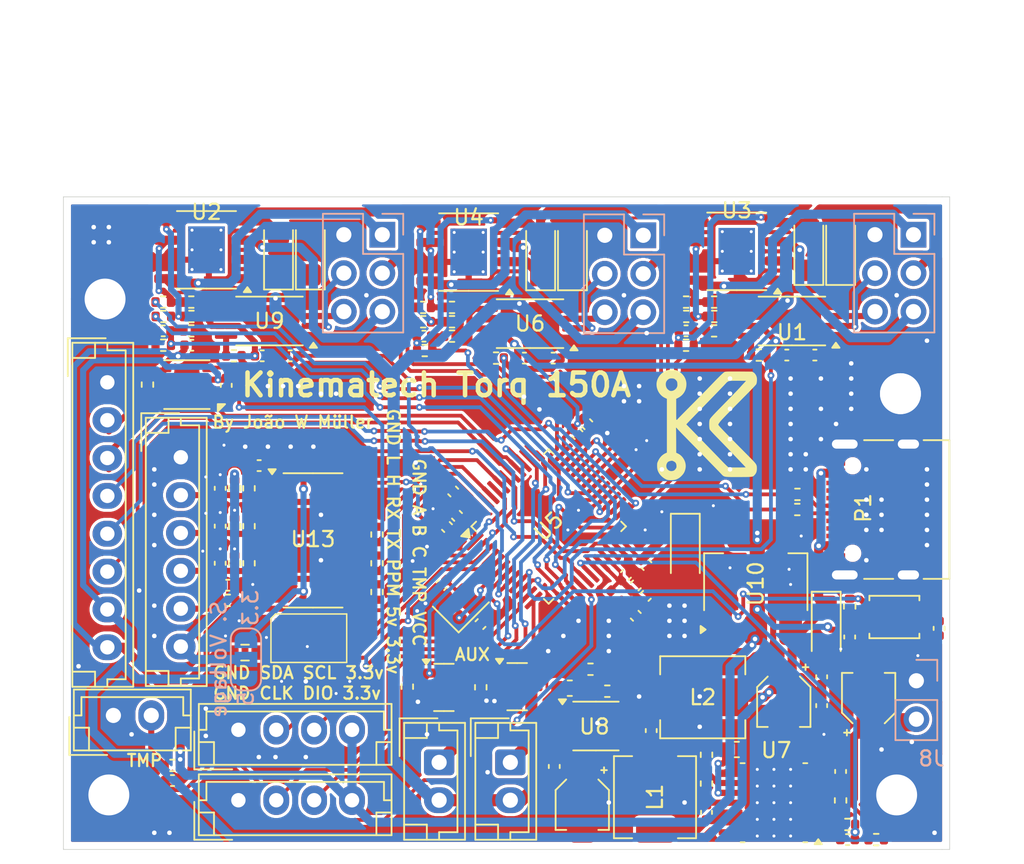
<source format=kicad_pcb>
(kicad_pcb (version 20241229) (generator "pcbnew") (generator_version "9.0")
  (layers (0 "F.Cu" signal) (2 "B.Cu" signal) (13 "F.Paste" user) (15 "B.Paste" user) (5 "F.SilkS" user "F.Silkscreen") (7 "B.SilkS" user "B.Silkscreen") (1 "F.Mask" user) (3 "B.Mask" user) (25 "Edge.Cuts" user))
  (net 0 "")
  (net 1 "+3V3")
  (net 2 "GND")
  (net 3 "RST")
  (net 4 "PF0-OSC-IN")
  (net 5 "PF1-OSC-OUT")
  (net 6 "Net-(U2-HB)")
  (net 7 "+12V")
  (net 8 "Net-(U2-LI)")
  (net 9 "Net-(U2-HI)")
  (net 10 "Net-(U5-VDDA)")
  (net 11 "VBAT")
  (net 12 "/Drivers/PA_HSOUT")
  (net 13 "/Drivers/PB_HSOUT")
  (net 14 "Net-(U3-HB)")
  (net 15 "/Drivers/PC_HSOUT")
  (net 16 "Net-(U4-HB)")
  (net 17 "/Drivers/PA_HIN")
  (net 18 "/Drivers/PA_LIN")
  (net 19 "Net-(U3-HI)")
  (net 20 "/Drivers/PB_HIN")
  (net 21 "/Drivers/PB_LIN")
  (net 22 "Net-(U3-LI)")
  (net 23 "Net-(U4-HI)")
  (net 24 "/Drivers/PC_HIN")
  (net 25 "Net-(U4-LI)")
  (net 26 "/Drivers/PC_LIN")
  (net 27 "/Drivers/PA_HOUT")
  (net 28 "/Drivers/PA_LOUT")
  (net 29 "/Drivers/PB_HOUT")
  (net 30 "/Drivers/PB_LOUT")
  (net 31 "/Drivers/PC_LOUT")
  (net 32 "/Drivers/PC_HOUT")
  (net 33 "Temp_1")
  (net 34 "/Drivers/PA_CUR_OUT")
  (net 35 "/Drivers/PB_CUR_OUT")
  (net 36 "Temp_2")
  (net 37 "/Drivers/PC_CUR_OUT")
  (net 38 "Net-(U7-SS)")
  (net 39 "Net-(U7-VCC)")
  (net 40 "/Microcontroller/SWCLK")
  (net 41 "Net-(U7-BST)")
  (net 42 "LED_R")
  (net 43 "/Microcontroller/I2C_SCL")
  (net 44 "Net-(C35-Pad2)")
  (net 45 "/Microcontroller/I2C_SDA")
  (net 46 "Net-(D1-A)")
  (net 47 "LED_B")
  (net 48 "+5V")
  (net 49 "LED_G")
  (net 50 "/Microcontroller/SWDIO")
  (net 51 "Net-(J5-Pin_6)")
  (net 52 "CAN_H")
  (net 53 "Net-(R14-Pad2)")
  (net 54 "Net-(R15-Pad2)")
  (net 55 "Net-(J9-Pin_1)")
  (net 56 "CAN_L")
  (net 57 "VBAT_REF")
  (net 58 "Net-(U7-RON)")
  (net 59 "Net-(U7-FB)")
  (net 60 "Net-(R87-Pad2)")
  (net 61 "/Drivers/PB_CUR1")
  (net 62 "/Drivers/PB_CUR2")
  (net 63 "/Microcontroller/UART_TX")
  (net 64 "/Microcontroller/CAN_TX")
  (net 65 "/Microcontroller/HALL2")
  (net 66 "/Microcontroller/HALL3")
  (net 67 "/Microcontroller/UART_RX")
  (net 68 "/Microcontroller/CAN_RX")
  (net 69 "/Microcontroller/HALL1")
  (net 70 "/Drivers/PC_CUR1")
  (net 71 "/Drivers/PC_CUR2")
  (net 74 "/Drivers/PA_CUR2")
  (net 75 "/Drivers/PA_CUR1")
  (net 76 "Net-(U8-V_{CC})")
  (net 77 "Net-(U8-SW)")
  (net 78 "Net-(U8-BOOST)")
  (net 79 "Net-(U8-Vfb)")
  (net 80 "M1_HALL_C_PORT")
  (net 81 "M1_HALL_B_PORT")
  (net 82 "M1_HALL_A_PORT")
  (net 83 "/Microcontroller/PPM_INPUT")
  (net 84 "Net-(R45-Pad2)")
  (net 85 "Net-(R46-Pad2)")
  (net 86 "Net-(R47-Pad2)")
  (net 87 "Net-(R48-Pad2)")
  (net 88 "Net-(R49-Pad2)")
  (net 89 "Net-(R50-Pad2)")
  (net 90 "Net-(U13-Pad6)")
  (net 91 "Net-(U13-Pad13)")
  (net 92 "Net-(U13-Pad11)")
  (net 94 "D+")
  (net 95 "D-")
  (net 97 "/Drivers/PA_VOLTAGE")
  (net 98 "/Drivers/PB_VOLTAGE")
  (net 99 "/Microcontroller/USB_DP")
  (net 100 "/Microcontroller/USB_DM")
  (net 101 "/Drivers/PC_VOLTAGE")
  (net 102 "/Microcontroller/PWM_FAN")
  (net 103 "Net-(J10-Pin_1)")
  (net 104 "/Microcontroller/ANALOG_IN")
  (net 105 "/Microcontroller/AUX_OUTPUT")
  (footprint "Resistor_SMD:R_0402_1005Metric" (layer "F.Cu") (at 160.2 101.85 -90)
    (property "Reference" "R35" (hide yes))
    (property "Value" "2K2")
  )
  (footprint "Capacitor_SMD:C_0402_1005Metric" (layer "F.Cu") (at 169.9 107.12 90)
    (property "Reference" "C36" (hide yes))
    (property "Value" "100nf")
  )
  (footprint "Capacitor_SMD:CP_Elec_3x5.4" (layer "F.Cu") (at 171.75 109.55 -90)
    (property "Reference" "C42" (hide yes))
    (property "Value" "100uF")
  )
  (footprint "Resistor_SMD:R_0402_1005Metric" (layer "F.Cu") (at 145.95 77.4)
    (property "Reference" "R3" (hide yes))
    (property "Value" "10k")
  )
  (footprint "Resistor_SMD:R_0402_1005Metric" (layer "F.Cu") (at 144.09 76.45)
    (property "Reference" "R5" (hide yes))
    (property "Value" "100R")
  )
  (footprint "Package_SON:HVSON-8-1EP_3x3mm_P0.65mm_EP1.6x2.4mm" (layer "F.Cu") (at 145.65 81.9 180)
    (property "Reference" "U11" (hide yes))
    (property "Value" "TJA1051TK-3")
  )
  (footprint "Resistor_SMD:R_0402_1005Metric" (layer "F.Cu") (at 191.15 111.95 180)
    (property "Reference" "R24" (hide yes))
    (property "Value" "330K")
  )
  (footprint "Package_SO:TSSOP-8_4.4x3mm_P0.65mm" (layer "F.Cu") (at 185.5875 77.7 180)
    (property "Reference" "U1")
    (property "Value" "INA240A2PW")
  )
  (footprint "Resistor_SMD:R_0402_1005Metric" (layer "F.Cu") (at 163.15 76.8)
    (property "Reference" "R13" (hide yes))
    (property "Value" "10k")
  )
  (footprint "Capacitor_Tantalum_SMD:CP_EIA-3216-10_Kemet-I" (layer "F.Cu") (at 186.7 73 90)
    (property "Reference" "C24" (hide yes))
    (property "Value" "0,470uF")
  )
  (footprint "Resistor_SMD:R_0402_1005Metric" (layer "F.Cu") (at 143.05 81.9 90)
    (property "Reference" "R23" (hide yes))
    (property "Value" "220R")
  )
  (footprint "Package_SO:Texas_HTSSOP-14-1EP_4.4x5mm_P0.65mm_EP3.4x5mm_Mask3.155x3.255mm_ThermalVias" (layer "F.Cu") (at 184.4 109.513409 180)
    (property "Reference" "U7")
    (property "Value" "LM5161PWP")
  )
  (footprint "Resistor_SMD:R_0402_1005Metric" (layer "F.Cu") (at 144.1 77.4)
    (property "Reference" "R4" (hide yes))
    (property "Value" "100R")
  )
  (footprint "Capacitor_SMD:C_0402_1005Metric" (layer "F.Cu") (at 188.8 107.45 90)
    (property "Reference" "C32" (hide yes))
    (property "Value" "10n")
  )
  (footprint "Capacitor_SMD:C_0402_1005Metric" (layer "F.Cu") (at 162.819302 91.305966 135)
    (property "Reference" "C7" (hide yes))
    (property "Value" "1u")
  )
  (footprint "Capacitor_Tantalum_SMD:CP_EIA-3216-10_Kemet-I" (layer "F.Cu") (at 171.1 73.35 90)
    (property "Reference" "C27" (hide yes))
    (property "Value" "4,7uF")
  )
  (footprint "Capacitor_SMD:C_0402_1005Metric" (layer "F.Cu") (at 161.3 78.7)
    (property "Reference" "C58" (hide yes))
    (property "Value" "4.7pf")
  )
  (footprint "Resistor_SMD:R_0402_1005Metric" (layer "F.Cu") (at 148.75 80 180)
    (property "Reference" "R87" (hide yes))
    (property "Value" "1k")
  )
  (footprint "Resistor_SMD:R_0402_1005Metric" (layer "F.Cu") (at 180.45 78.35)
    (property "Reference" "R31" (hide yes))
    (property "Value" "10k")
  )
  (footprint "Resistor_SMD:R_0402_1005Metric" (layer "F.Cu") (at 180.46 77.4)
    (property "Reference" "R9" (hide yes))
    (property "Value" "10k")
  )
  (footprint "Resistor_SMD:R_0402_1005Metric" (layer "F.Cu") (at 172.29 100.7)
    (property "Reference" "R20" (hide yes))
    (property "Value" "10k")
  )
  (footprint "Resistor_SMD:R_0402_1005Metric" (layer "F.Cu") (at 145.94 76.45)
    (property "Reference" "R2" (hide yes))
    (property "Value" "10k")
  )
  (footprint "Resistor_SMD:R_0402_1005Metric" (layer "F.Cu") (at 163.15 77.75)
    (property "Reference" "R12" (hide yes))
    (property "Value" "10k")
  )
  (footprint "Capacitor_SMD:C_0402_1005Metric" (layer "F.Cu") (at 167.93 80.15)
    (property "Reference" "C30" (hide yes))
    (property "Value" "2,2uf")
  )
  (footprint "Resistor_SMD:R_0402_1005Metric" (layer "F.Cu") (at 148.8 93.7 -90)
    (property "Reference" "R37" (hide yes))
    (property "Value" "4.7K")
  )
  (footprint "Capacitor_SMD:C_0402_1005Metric" (layer "F.Cu") (at 144.7 108.05)
    (property "Reference" "C52" (hide yes))
    (property "Value" "100n")
  )
  (footprint "Capacitor_SMD:C_0402_1005Metric" (layer "F.Cu") (at 176.3 104.75 -90)
    (property "Reference" "C41" (hide yes))
    (property "Value" "100nf")
  )
  (footprint "Package_TO_SOT_SMD:SOT-23" (layer "F.Cu") (at 167.45 101.85)
    (property "Reference" "Q1" (hide yes))
    (property "Value" "AO3400A")
  )
  (footprint "Capacitor_SMD:C_0603_1608Metric" (layer "F.Cu") (at 170.925 101.95)
    (property "Reference" "C39" (hide yes))
    (property "Value" "2.2uf")
  )
  (footprint "Capacitor_SMD:C_0402_1005Metric" (layer "F.Cu") (at 163.229891 88.960589 135)
    (property "Reference" "C2" (hide yes))
    (property "Value" "100n")
  )
  (footprint "Package_SO:MSOP-8_3x3mm_P0.65mm" (layer "F.Cu") (at 172.65 104.45)
    (property "Reference" "U8")
    (property "Value" "MCP16311x-xMS")
  )
  (footprint "Capacitor_SMD:C_0402_1005Metric" (layer "F.Cu") (at 147.85 88.75 90)
    (property "Reference" "C49" (hide yes))
    (property "Value" "C")
  )
  (footprint "Resistor_SMD:R_0402_1005Metric" (layer "F.Cu") (at 173.4 102.15)
    (property "Reference" "R19" (hide yes))
    (property "Value" "52.3k")
  )
  (footprint "Capacitor_SMD:C_0402_1005Metric" (layer "F.Cu") (at 175.979891 93.816555 -45)
    (property "Reference" "C3" (hide yes))
    (property "Value" "100n")
  )
  (footprint "Capacitor_SMD:C_0402_1005Metric" (layer "F.Cu") (at 187.1 79.95)
    (property "Reference" "C8" (hide yes))
    (property "Value" "100nf")
  )
  (footprint "Inductor_SMD:L_Chilisin_BMRB00050518-B" (layer "F.Cu") (at 179.7 102.55)
    (property "Reference" "L2")
    (property "Value" "22uH")
  )
  (footprint "Capacitor_SMD:C_0402_1005Metric" (layer "F.Cu") (at 144.09 78.35)
    (property "Reference" "C56" (hide yes))
    (property "Value" "4.7pf")
  )
  (footprint "Capacitor_SMD:C_0402_1005Metric" (layer "F.Cu") (at 178.6 78.35)
    (property "Reference" "C57" (hide yes))
    (property "Value" "4.7pf")
  )
  (footprint "" (layer "F.Cu") (at 192.5 109)
    (property "Reference" "")
    (property "Value" "")
  )
  (footprint "Resistor_SMD:R_0402_1005Metric" (layer "F.Cu") (at 158.2 93.7 90)
    (property "Reference" "R49" (hide yes))
    (property "Value" "10k")
  )
  (footprint "Package_SO:TSSOP-8_4.4x3mm_P0.65mm" (layer "F.Cu") (at 151.1 77.7 180)
    (property "Reference" "U9")
    (property "Value" "INA240A2PW")
  )
  (footprint "Resistor_SMD:R_0402_1005Metric" (layer "F.Cu") (at 149.75 93.7 90)
    (property "Reference" "R45" (hide yes))
    (property "Value" "10k")
  )
  (footprint "Capacitor_SMD:C_0402_1005Metric" (layer "F.Cu") (at 169.83 80.15)
    (property "Reference" "C29" (hide yes))
    (property "Value" "100nf")
  )
  (footprint "Resistor_SMD:R_0402_1005Metric" (layer "F.Cu") (at 149.75 91.25 90)
    (property "Reference" "R50" (hide yes))
    (property "Value" "10k")
  )
  (footprint "Capacitor_SMD:C_0402_1005Metric" (layer "F.Cu") (at 171.429891 85.166555 -45)
    (property "Reference" "C4" (hide yes))
    (property "Value" "100n")
  )
  (footprint "Capacitor_SMD:C_0402_1005Metric" (layer "F.Cu") (at 187.55 101.2 90)
    (property "Reference" "C45" (hide yes))
    (property "Value" "100nf")
  )
  (footprint "Resistor_SMD:R_0402_1005Metric" (layer "F.Cu") (at 144.7 107.05 180)
    (property "Reference" "R26" (hide yes))
    (property "Value" "10k")
  )
  (footprint "" (layer "F.Cu") (at 192.75 82.5)
    (property "Reference" "")
    (property "Value" "")
  )
  (footprint "Package_SO:HSOP-8-1EP_3.9x4.9mm_P1.27mm_EP2.41x3.1mm_ThermalVias" (layer "F.Cu") (at 164.25 73.15 180)
    (property "Reference" "U4")
    (property "Value" "UCC27211D")
  )
  (footprint "Resistor_SMD:R_0402_1005Metric" (layer "F.Cu") (at 189.4 96.55 90)
    (property "Reference" "R1" (hide yes))
    (property "Value" "10k")
  )
  (footprint "MountingHole:MountingHole_2.7mm_M2.5_ISO7380_Pad" (layer "F.Cu") (at 140.5 109)
    (property "Reference" "H4" (hide yes))
    (property "Value" "MountingHole_Pad")
  )
  (footprint "Resistor_SMD:R_0402_1005Metric" (layer "F.Cu") (at 178.6 76.45)
    (property "Reference" "R6" (hide yes))
    (property "Value" "100R")
  )
  (footprint "Resistor_SMD:R_0402_1005Metric" (layer "F.Cu") (at 158.2 91.8 90)
    (property "Reference" "R46" (hide yes))
    (property "Value" "10k")
  )
  (footprint "Capacitor_SMD:C_0402_1005Metric" (layer "F.Cu") (at 175.279891 97.166555 -45)
    (property "Reference" "C9" (hide yes))
    (property "Value" "100n")
  )
  (footprint "Resistor_SMD:R_0402_1005Metric" (layer "F.Cu") (at 179.95 108.25 90)
    (property "Reference" "R17" (hide yes))
    (property "Value" "2k2")
  )
  (footprint "Connector_JST:JST_EH_B2B-EH-A_1x02_P2.50mm_Vertical" (layer "F.Cu") (at 162.3 106.85 -90)
    (property "Reference" "J10" (hide yes))
    (property "Value" "Con_Fan")
  )
  (footprint "Capacitor_SMD:C_0402_1005Metric" (layer "F.Cu") (at 162.45 95.15 -135)
    (property "Reference" "C14" (hide yes))
    (property "Value" "10pf")
  )
  (footprint "Package_TO_SOT_SMD:SOT-23" (layer "F.Cu") (at 162.612499 101.9)
    (property "Reference" "Q2" (hide yes))
    (property "Value" "AO3400A")
  )
  (footprint "Resistor_SMD:R_0402_1005Metric" (layer "F.Cu") (at 185.940001 90.15 180)
    (property "Reference" "R22" (hide yes))
    (property "Value" "22R")
  )
  (footprint "Resistor_SMD:R_0402_1005Metric" (layer "F.Cu") (at 166.06 80.15 180)
    (property "Reference" "R15" (hide yes))
    (property "Value" "1k")
  )
  (footprint "Button_Switch_SMD:SW_SPST_B3U-1000P" (layer "F.Cu") (at 192.35 97.25)
    (property "Reference" "SW1" (hide yes))
    (property "Value" "RESET")
  )
  (footprint "Capacitor_SMD:C_0402_1005Metric" (layer "F.Cu") (at 152.47 80)
    (property "Reference" "C1" (hide yes))
    (property "Value" "100nf")
  )
  (footprint "Connector_JST:JST_EH_B2B-EH-A_1x02_P2.50mm_Vertical" (layer "F.Cu") (at 167 106.85 -90)
    (property "Reference" "J9" (hide yes))
    (property "Value" "Con_Fan")
  )
  (footprint "Capacitor_SMD:C_0402_1005Metric" (layer "F.Cu") (at 148.25 81.95 -90)
    (property "Reference" "C50" (hide yes))
    (property "Value" "100n")
  )
  (footprint "Capacitor_Tantalum_SMD:CP_EIA-3216-10_Kemet-I" (layer "F.Cu") (at 153.8 73.3 90)
    (property "Reference" "C22" (hide yes))
    (property "Value" "4,7uF")
  )
  (footprint "Capacitor_SMD:C_0603_1608Metric" (layer "F.Cu") (at 181.95 106)
    (property "Reference" "C33" (hide yes))
    (property "Value" "2.2uf")
  )
  (footprint "Resistor_SMD:R_0603_1608Metric_Pad0.98x0.95mm_HandSolder" (layer "F.Cu") (at 149.4875 99.6 180)
    (property "Reference" "R58" (hide yes))
    (property "Value" "100R")
  )
  (footprint "Resistor_SMD:R_0402_1005Metric" (layer "F.Cu") (at 161.25 76.8)
    (property "Reference" "R11" (hide yes))
    (property "Value" "100R")
  )
  (footprint "Capacitor_SMD:C_0402_1005Metric" (layer "F.Cu") (at 195.3 98 90)
    (property "Reference" "C13" (hide yes))
    (property "Value" "100n")
  )
  (footprint "Capacitor_SMD:C_0402_1005Metric" (layer "F.Cu") (at 165.029891 97.716555 -135)
    (property "Reference" "C15" (hide yes))
    (property "Value" "10pf")
  )
  (footprint "Resistor_SMD:R_0402_1005Metric" (layer "F.Cu") (at 165.05 101.890001 -90)
    (property "Reference" "R34" (hide yes))
    (property "Value" "2K2")
  )
  (footprint "Capacitor_SMD:C_0402_1005Metric" (layer "F.Cu") (at 148.35 95.15)
    (property "Reference" "C54" (hide yes))
    (property "Value" "100n")
  )
  (footprint "Resistor_SMD:R_0402_1005Metric" (layer "F.Cu") (at 158.2 95.6 -90)
    (property "Reference" "R47" (hide yes))
    (property "Value" "10k")
  )
  (footprint "Resistor_SMD:R_0402_1005Metric" (layer "F.Cu") (at 148.8 91.25 -90)
    (property "Reference" "R38" (hide yes))
    (property "Value" "4.7K")
  )
  (footprint "Capacitor_SMD:C_0402_1005Metric" (layer "F.Cu") (at 150.42 87.25 180)
    (property "Reference" "C47" (hide yes))
    (property "Value" "C")
  )
  (footprint "Resistor_SMD:R_0402_1005Metric" (layer "F.Cu") (at 161.25 77.75)
    (property "Reference" "R10" (hide yes))
    (property "Value" "100R")
  )
  (footprint "Connector_JST:JST_EH_B4B-EH-A_1x04_P2.50mm_Vertical" (layer "F.Cu") (at 149.05 109.35)
    (property "Reference" "J3" (hide yes))
    (property "Value" "Con_Prog")
  )
  (footprint "Capacitor_SMD:C_0402_1005Metric" (layer "F.Cu") (at 187.55 103.1 90)
    (property "Reference" "C37" (hide yes))
    (property "Value" "100nf")
  )
  (footprint "Capacitor_SMD:C_0402_1005Metric" (layer "F.Cu") (at 175.279891 95.166555 45)
    (property "Reference" "C12" (hide yes))
    (property "Value" "100n")
  )
  (footprint "Connector_JST:JST_EH_B8B-EH-A_1x08_P2.50mm_Vertical" (layer "F.Cu") (at 140.4 81.75 -90)
    (property "Reference" "J4" (hide yes))
    (property "Value" "Conn_01x08_Pin")
  )
  (footprint "Capacitor_SMD:C_0402_1005Metric" (layer "F.Cu") (at 185.25 79.95)
    (property "Reference" "C28" (hide yes))
    (property "Value" "2,2uf")
  )
  (footprint "" (layer "F.Cu") (at 192.75 82.5)
    (property "Reference" "")
    (property "Value" "")
  )
  (footprint "Capacitor_SMD:C_0402_1005Metric" (layer "F.Cu") (at 175.94048 95.855966 45)
    (property "Reference" "C10" (hide yes))
    (property "Value" "100n")
  )
  (footprint "Capacitor_SMD:CP_Elec_3x5.4" (layer "F.Cu") (at 190.65 102.7 90)
    (property "Reference" "C16" (hide yes))
    (property "Value" "100uF")
  )
  (footprint "Connector_JST:JST_EH_B6B-EH-A_1x06_P2.50mm_Vertical" (layer "F.Cu") (at 145.25 86.7 -90)
    (property "Reference" "J5" (hide yes))
    (property "Value" "Conn_01x06_Pin")
  )
  (footprint "Capacitor_SMD:C_0402_1005Metric" (layer "F.Cu") (at 189.4 98.57 -90)
    (property "Reference" "C46" (hide yes))
    (property "Value" "100nf")
  )
  (footprint "Resistor_SMD:R_0402_1005Metric" (layer "F.Cu") (at 148.8 88.74 -90)
    (property "Reference" "R39" (hide yes))
    (property "Value" "4.7K")
  )
  (footprint "Resistor_SMD:R_0402_1005Metric" (layer "F.Cu") (at 178.61 77.4)
    (property "Reference" "R7" (hide yes))
    (property "Value" "100R")
  )
  (footprint "Resistor_SMD:R_0402_1005Metric" (layer "F.Cu") (at 188.8 109.363409 90)
    (property "Reference" "R16" (hide yes))
    (property "Value" "402k")
  )
  (footprint "LED_SMD:LED_Avago_PLCC4_3.2x2.8mm_CW" (layer "F.Cu") (at 153.7 98.65)
    (property "Reference" "D1" (hide yes))
    (property "Value" "ASMB-MTB1-0A3A2")
  )
  (footprint "Resistor_SMD:R_0402_1005Metric" (layer "F.Cu") (at 183.4 79.95 180)
    (property "Reference" "R14" (hide yes))
    (property "Value" "1k")
  )
  (footprint "Capacitor_SMD:C_0402_1005Metric" (layer "F.Cu") (at 172.079891 84.516555 -45)
    (property "Reference" "C6" (hide yes))
    (property "Value" "4u7")
  )
  (footprint "Connector_JST:JST_EH_B2B-EH-A_1x02_P2.50mm_Vertical" (layer "F.Cu") (at 140.8 103.75)
    (property "Reference" "J1" (hide yes))
    (property "Value" "Con_Temp")
  )
  (footprint "Resistor_SMD:R_0402_1005Metric" (layer "F.Cu") (at 189.25 110.95 180)
    (property "Reference" "R25" (hide yes))
    (property "Value" "10k")
  )
  (footprint "Package_TO_SOT_SMD:SOT-223-3_TabPin2" (layer "F.Cu") (at 183.2 94.95 90)
    (property "Reference" "U10")
    (property "Value" "AMS1117")
  )
  (footprint "Resistor_SMD:R_0402_1005Metric" (layer "F.Cu") (at 178.6 79.3)
    (property "Reference" "R30" (hide yes))
    (property "Value" "330K")
  )
  (footprint "Package_SO:TSSOP-8_4.4x3mm_P0.65mm" (layer "F.Cu") (at 168.3 77.875 180)
    (property "Reference" "U6")
    (property "Value" "INA240A2PW")
  )
  (footprint "MountingHole:MountingHole_2.7mm_M2.5_ISO7380_Pad" (layer "F.Cu") (at 140.25 76.25)
    (property "Reference" "H2" (hide yes))
    (property "Value" "MountingHole_Pad")
  )
  (footprint "Resistor_SMD:R_0402_1005Metric" (layer "F.Cu") (at 185.95 89.15 180)
    (property "Reference" "R21" (hide yes))
    (property "Value" "22R")
  )
  (footprint "Package_SO:HSOP-8-1EP_3.9x4.9mm_P1.27mm_EP2.41x3.1mm_ThermalVias" (layer "F.Cu") (at 181.945 73.1 180)
    (property "Reference" "U3")
    (property "Value" "UCC27211D")
  )
  (footprint "Capacitor_Tantalum_SMD:CP_EIA-3216-10_Kemet-I" (layer "F.Cu") (at 169 73.35 90)
    (property "Reference" "C26" (hide yes))
    (property "Value" "0,470uF")
  )
  (footprint "Capacitor_SMD:CP_Elec_3x5.4" (layer "F.Cu") (at 185.05 102.75 -90)
    (property "Reference" "C38" (hide yes))
    (property "Value" "100uF")
  )
  (footprint "Capacitor_SMD:C_0402_1005Metric" (layer "F.Cu") (at 189.26 111.95 180)
    (property "Reference" "C55" (hide yes))
    (property "Value" "100n")
  )
  (footprint "Capacitor_SMD:C_0402_1005Metric" (layer "F.Cu") (at 179.95 110.15 -90)
    (property "Reference" "C35" (hide yes))
    (property "Value" "100nf")
  )
  (footprint "Capacitor_SMD:C_0402_1005Metric" (layer "F.Cu") (at 147.85 91.25 90)
    (property "Reference" "C51" (hide yes))
    (property "Value" "C")
  )
  (footprint "Package_QFP:LQFP-48_7x7mm_P0.5mm" (layer "F.Cu") (at 169.529891 91.266555 45)
    (property "Reference" "U5")
    (property "Value" "STM32G473CBTx")
  )
  (footprint "Resistor_SMD:R_0402_1005Metric" (layer "F.Cu") (at 180.45 76.45)
    (property "Reference" "R8" (hide yes))
    (property "Value" "10k")
  )
  (footprint "Capacitor_Tantalum_SMD:CP_EIA-3216-10_Kemet-I" (layer "F.Cu") (at 151.7 73.3 90)
    (property "Reference" "C23" (hide yes))
    (property "Value" "0,470uF")
  )
  (footprint "Capacitor_Tantalum_SMD:CP_EIA-3216-10_Kemet-I" (layer "F.Cu") (at 188.8 73 90)
    (property "Reference" "C25" (hide yes))
    (property "Value" "4,7uF")
  )
  (footprint "Package_SO:HSOP-8-1EP_3.9x4.9mm_P1.27mm_EP2.41x3.1mm_ThermalVias" (layer "F.Cu") (at 146.945 73 180)
    (property "Reference" "U2")
    (property "Value" "UCC27211D")
  )
  (footprint "Inductor_SMD:L_0402_1005Metric" (layer "F.Cu") (at 173.979891 95.866555 -45)
    (property "Reference" "FB1" (hide yes))
    (property "Value" "120r 100mhz")
  )
  (footprint "Capacitor_SMD:C_0402_1005Metric" (layer "F.Cu") (at 174.629891 94.466555 45)
    (property "Reference" "C11" (hide yes))
    (property "Value" "1u")
  )
  (footprint "Resistor_SMD:R_0402_1005Metric" (layer "F.Cu") (at 144.09 79.3)
    (property "Reference" "R28" (hide yes))
    (property "Value" "330K")
  )
  (footprint "Inductor_SMD:L_KOHERelec_MDA5030" (layer "F.Cu") (at 176.55 109.15 90)
    (property "Reference" "L1")
    (property "Value" "100uH")
  )
  (footprint "Capacitor_SMD:C_0402_1005Metric" (layer "F.Cu") (at 163.479891 90.566555 135)
    (property "Reference" "C5" (hide yes))
    (property "Value" "100n")
  )
  (footprint "Crystal:Crystal_SMD_2016-4Pin_2.0x1.6mm" (layer "F.Cu") (at 163.729891 96.416555 45)
    (property "Reference" "Y1" (hide yes))
    (property "Value" "24 mhz XTAL 3225")
  )
  (footprint "Capacitor_SMD:C_0402_1005Metric" (layer "F.Cu") (at 150.62 80)
    (property "Reference" "C34" (hide yes))
    (property "Value" "2,2uf")
  )
  (footprint "Capacitor_SMD:C_0402_1005Metric" (layer "F.Cu") (at 147.85 93.7 90)
    (property "Reference" "C53" (hide yes))
    (property "Value" "C")
  )
  (footprint "Package_SO:SOIC-14_3.9x8.7mm_P1.27mm" (layer "F.Cu") (at 153.975 92.19)
    (property "Reference" "U13")
    (property "Value" "40106")
  )
  (footprint "Capacitor_Tantalum_SMD:CP_EIA-3216-10_Kemet-I" (layer "F.Cu") (at 178.55 92.75 -90)
    (property "Reference" "C44" (hide yes))
    (property "Value" "4,7uF")
  )
  (footprint "Resistor_SMD:R_0402_1005Metric" (layer "F.Cu") (at 163.15 78.7)
    (property "Reference" "R33" (hide yes))
    (property "Value" "10k")
  )
  (footprint "Resistor_SMD:R_0402_1005Metric" (layer "F.Cu") (at 161.35 79.65)
    (property "Reference" "R32" (hide yes))
    (property "Value" "330K")
  )
  (footprint "Capacitor_Tantalum_SMD:CP_EIA-3216-10_Kemet-I" (layer "F.Cu") (at 187.85 97.9 -90)
    (property "Reference" "C43" (hide yes))
    (property "Value" "4,7uF")
  )
  (footprint "Resistor_SMD:R_0402_1005Metric" (layer "F.Cu") (at 145.94 78.35)
    (property "Reference" "R29" (hide yes))
    (property "Value" "10k")
  )
  (footprint "Capacitor_SMD:C_0402_1005Metric" (layer "F.Cu") (at 145.97 79.3)
    (property "Reference" "C48" (hide yes))
    (property "Value" "100n")
  )
  (footprint "Resistor_SMD:R_0402_1005Metric" (layer "F.Cu") (at 149.75 88.75 90)
    (property "Reference" "R48" (hide yes))
    (property "Value" "10k")
  )
  (footprint "Connector_JST:JST_EH_B4B-EH-A_1x04_P2.50mm_Vertical" (layer "F.Cu") (at 149.05 104.7)
    (property "Reference" "J2" (hide yes))
    (property "Value" "Con_I2C")
  )
  (footprint "Resistor_SMD:R_0402_1005Metric" (layer "F.Cu") (at 179.95 106.35 90)
    (property "Reference" "R18" (hide yes))
    (property "Value" "10k")
  )
  (footprint "Connector_USB:USB_C_Receptacle_G-Switch_GT-USB-7010ASV" (layer "F.Cu") (at 192.2 90.15 90)
    (property "Reference" "P1")
    (property "Value" "USB_C_Plug_USB2.0")
  )
  (footprint "Resistor_SMD:R_0402_1005Metric" (layer "F.Cu") (at 148.35 96.15 180)
    (property "Reference" "R27" (hide yes))
    (property "Value" "10k")
  )
  (footprint "Connector_PinHeader_2.54mm:PinHeader_2x03_P2.54mm_Vertical" (layer "B.Cu") (at 158.55 72 180)
    (property "Reference" "J12" (hide yes))
    (property "Value" "Conn_02x03_Odd_Even")
  )
  (footprint "Connector_PinHeader_2.54mm:PinHeader_1x02_P2.54mm_Vertical" (layer "B.Cu") (at 193.8 101.46 180)
    (property "Reference" "J8")
    (property "Value" "Conn_01x02_Pin")
  )
  (footprint "Connector_PinHeader_2.54mm:PinHeader_2x03_P2.54mm_Vertical" (layer "B.Cu") (at 175.775 72.04 180)
    (property "Reference" "J7" (hide yes))
    (property "Value" "Conn_02x03_Odd_Even")
  )
  (footprint "Connector_PinHeader_2.54mm:PinHeader_2x03_P2.54mm_Vertical" (layer "B.Cu") (at 193.61 72 180)
    (property "Reference" "J6" (hide yes))
    (property "Value" "Conn_02x03_Odd_Even")
  )
  (footprint "Jumper:SolderJumper-3_P1.3mm_Open_RoundedPad1.0x1.5mm_NumberLabels" (layer "B.Cu") (at 149.55 100.05 -90)
    (property "Reference" "S. Voltage")
    (property "Value" "Junper 3V3 5V")
  )
  (gr_poly (pts (xy 177.7 80.9) (xy 177.71702 80.901258) (xy 177.734258 80.903186) (xy 177.752048 80.905799) (xy 177.770724 80.909116) (xy 177.790622 80.913153) (xy 177.812075 80.917929) (xy 177.860982 80.929766) (xy 177.902806 80.941171) (xy 177.943794 80.954153) (xy 177.983915 80.968669) (xy 178.023135 80.984681) (xy 178.061423 81.002148) (xy 178.098744 81.021029) (xy 178.135067 81.041285) (xy 178.170359 81.062874) (xy 178.204587 81.085757) (xy 178.237718 81.109893) (xy 178.26972 81.135242) (xy 178.30056 81.161764) (xy 178.330206 81.189417) (xy 178.358624 81.218163) (xy 178.385781 81.24796) (xy 178.411647 81.278768) (xy 178.436186 81.310547) (xy 178.459367 81.343257) (xy 178.481158 81.376857) (xy 178.501525 81.411306) (xy 178.520435 81.446566) (xy 178.537857 81.482594) (xy 178.553757 81.519352) (xy 178.568102 81.556798) (xy 178.58086 81.594892) (xy 178.591999 81.633594) (xy 178.601485 81.672863) (xy 178.609285 81.71266) (xy 178.615368 81.752944) (xy 178.619701 81.793674) (xy 178.622249 81.834811) (xy 178.622982 81.876313) (xy 178.619965 81.951902) (xy 178.612429 82.025331) (xy 178.600409 82.096533) (xy 178.583946 82.165443) (xy 178.563075 82.231991) (xy 178.537836 82.296113) (xy 178.508266 82.35774) (xy 178.474402 82.416807) (xy 178.436283 82.473246) (xy 178.393946 82.52699) (xy 178.347429 82.577973) (xy 178.296769 82.626128) (xy 178.242006 82.671387) (xy 178.183176 82.713684) (xy 178.120317 82.752953) (xy 178.053466 82.789125) (xy 177.948295 82.840719) (xy 177.948295 83.545172) (xy 177.948884 83.944279) (xy 177.950283 84.068117) (xy 177.953008 84.151398) (xy 177.9575 84.201566) (xy 177.960546 84.216557) (xy 177.964201 84.226061) (xy 177.968518 84.231006) (xy 177.973553 84.232324) (xy 177.985998 84.227797) (xy 177.990064 84.225847) (xy 177.994063 84.223732) (xy 177.997975 84.221471) (xy 178.00178 84.219085) (xy 178.005456 84.216594) (xy 178.008985 84.214019) (xy 178.012345 84.21138) (xy 178.015515 84.208698) (xy 178.018477 84.205992) (xy 178.021209 84.203283) (xy 178.023691 84.200592) (xy 178.025902 84.197939) (xy 178.027823 84.195343) (xy 178.029433 84.192826) (xy 178.030711 84.190409) (xy 178.031638 84.18811) (xy 178.036882 84.181401) (xy 178.05154 84.165324) (xy 178.107138 84.107029) (xy 178.309699 83.899631) (xy 178.607882 83.597355) (xy 178.970247 83.231641) (xy 179.701737 82.493454) (xy 179.980139 82.20975) (xy 180.148966 82.035063) (xy 180.548011 81.619709) (xy 180.708536 81.456726) (xy 180.843993 81.322672) (xy 180.955079 81.216896) (xy 181.042493 81.138746) (xy 181.106931 81.08757) (xy 181.130752 81.071895) (xy 181.149091 81.062719) (xy 181.16334 81.058135) (xy 181.179833 81.054042) (xy 181.199372 81.050419) (xy 181.222761 81.047248) (xy 181.2508 81.044506) (xy 181.284292 81.042174) (xy 181.324039 81.040232) (xy 181.370845 81.038659) (xy 181.42551 81.037435) (xy 181.488837 81.036539) (xy 181.644688 81.035651) (xy 181.844816 81.035834) (xy 182.095638 81.036923) (xy 182.958841 81.042876) (xy 183.044169 81.090501) (xy 183.053801 81.096476) (xy 183.063343 81.102857) (xy 183.082128 81.116798) (xy 183.100459 81.132232) (xy 183.118273 81.149071) (xy 183.135506 81.167223) (xy 183.152093 81.1866) (xy 183.167971 81.20711) (xy 183.183075 81.228663) (xy 183.197343 81.25117) (xy 183.210709 81.27454) (xy 183.223111 81.298683) (xy 183.234483 81.32351) (xy 183.244762 81.348929) (xy 183.253885 81.374852) (xy 183.261787 81.401187) (xy 183.268403 81.427845) (xy 183.272733 81.452829) (xy 183.276065 81.479915) (xy 183.278427 81.50874) (xy 183.279844 81.538939) (xy 183.280343 81.57015) (xy 183.279949 81.602009) (xy 183.278689 81.634153) (xy 183.276589 81.666218) (xy 183.273675 81.697841) (xy 183.269973 81.72866) (xy 183.26551 81.758309) (xy 183.260311 81.786427) (xy 183.254403 81.81265) (xy 183.247812 81.836614) (xy 183.240564 81.857956) (xy 183.232685 81.876313) (xy 183.227081 81.884891) (xy 183.216411 81.898517) (xy 183.180998 81.93972) (xy 183.128703 81.997526) (xy 183.061781 82.069542) (xy 182.982487 82.15337) (xy 182.893078 82.246616) (xy 182.795808 82.346885) (xy 182.692934 82.451782) (xy 181.789951 83.364594) (xy 181.245085 83.920219) (xy 180.960296 84.21986) (xy 180.884793 84.305312) (xy 180.837544 84.36472) (xy 180.815107 84.394931) (xy 180.794228 84.424096) (xy 180.77535 84.45154) (xy 180.758913 84.476589) (xy 180.745359 84.498568) (xy 180.735131 84.516804) (xy 180.731402 84.524307) (xy 180.72867 84.530621) (xy 180.726991 84.535662) (xy 180.726419 84.539346) (xy 180.727444 84.545819) (xy 180.730645 84.554209) (xy 180.736208 84.564709) (xy 180.744321 84.577514) (xy 180.768944 84.610818) (xy 180.806011 84.65568) (xy 180.857019 84.713657) (xy 180.923465 84.786307) (xy 181.006846 84.87519) (xy 181.108659 84.981862) (xy 181.373569 85.254806) (xy 181.730172 85.617606) (xy 182.190442 86.082724) (xy 182.766357 86.662627) (xy 182.925979 86.82445) (xy 183.048045 86.95188) (xy 183.096572 87.005089) (xy 183.137601 87.052568) (xy 183.171765 87.095274) (xy 183.199694 87.134164) (xy 183.222019 87.170193) (xy 183.23937 87.204319) (xy 183.252379 87.237496) (xy 183.261675 87.270683) (xy 183.26789 87.304835) (xy 183.271655 87.340908) (xy 183.2736 87.379859) (xy 183.274356 87.422644) (xy 183.274259 87.45861) (xy 183.273205 87.492903) (xy 183.271169 87.525614) (xy 183.268124 87.556837) (xy 183.264044 87.586665) (xy 183.258903 87.61519) (xy 183.252675 87.642506) (xy 183.245334 87.668706) (xy 183.236854 87.693883) (xy 183.227208 87.718129) (xy 183.21637 87.741539) (xy 183.204314 87.764204) (xy 183.191014 87.786218) (xy 183.176444 87.807674) (xy 183.160577 87.828665) (xy 183.143388 87.849284) (xy 183.118991 87.877184) (xy 183.107711 87.889781) (xy 183.096763 87.901517) (xy 183.085933 87.912424) (xy 183.075011 87.922531) (xy 183.063785 87.93187) (xy 183.052044 87.940472) (xy 183.039577 87.948368) (xy 183.026171 87.955588) (xy 183.011616 87.962164) (xy 182.995699 87.968126) (xy 182.97821 87.973505) (xy 182.958937 87.978332) (xy 182.937668 87.982638) (xy 182.914192 87.986454) (xy 182.888298 87.989811) (xy 182.859774 87.992739) (xy 182.828409 87.99527) (xy 182.79399 87.997435) (xy 182.756308 87.999263) (xy 182.715149 88.000787) (xy 182.670304 88.002036) (xy 182.621559 88.003043) (xy 182.511528 88.00445) (xy 182.383365 88.005256) (xy 182.065873 88.00605) (xy 181.738857 88.006682) (xy 181.494651 88.005151) (xy 181.398783 88.002666) (xy 181.317836 87.99855) (xy 181.249883 87.992441) (xy 181.192995 87.983974) (xy 181.145247 87.972786) (xy 181.10471 87.958514) (xy 181.069458 87.940795) (xy 181.037563 87.919265) (xy 181.007098 87.89356) (xy 180.976136 87.863319) (xy 180.905013 87.787769) (xy 180.784555 87.661823) (xy 180.550058 87.420163) (xy 179.875122 86.728112) (xy 178.403956 85.221724) (xy 178.087231 84.891666) (xy 178.011364 84.809388) (xy 177.982029 84.773503) (xy 177.979268 84.768531) (xy 177.976568 84.764033) (xy 177.973932 84.760003) (xy 177.971363 84.756438) (xy 177.968863 84.753333) (xy 177.966437 84.750686) (xy 177.964086 84.748491) (xy 177.961813 84.746744) (xy 177.959622 84.745443) (xy 177.957515 84.744582) (xy 177.955495 84.744158) (xy 177.953565 84.744167) (xy 177.951729 84.744605) (xy 177.949988 84.745467) (xy 177.948346 84.74675) (xy 177.946806 84.74845) (xy 177.945371 84.750563) (xy 177.944043 84.753084) (xy 177.942825 84.75601) (xy 177.941721 84.759337) (xy 177.940733 84.763061) (xy 177.939865 84.767177) (xy 177.939118 84.771683) (xy 177.938496 84.776573) (xy 177.938003 84.781844) (xy 177.93764 84.787491) (xy 177.937411 84.793512) (xy 177.937318 84.799901) (xy 177.937365 84.806655) (xy 177.937555 84.81377) (xy 177.937889 84.821242) (xy 177.938372 84.829066) (xy 177.939857 84.86096) (xy 177.941318 84.920131) (xy 177.944077 85.106631) (xy 177.946465 85.361219) (xy 177.948294 85.65655) (xy 177.950279 86.40069) (xy 178.071326 86.458237) (xy 178.10279 86.474081) (xy 178.133536 86.491433) (xy 178.163534 86.510234) (xy 178.192752 86.530423) (xy 178.22116 86.551938) (xy 178.248725 86.57472) (xy 178.275416 86.598707) (xy 178.301203 86.623839) (xy 178.326054 86.650056) (xy 178.349938 86.677296) (xy 178.372823 86.705499) (xy 178.394678 86.734604) (xy 178.415472 86.76455) (xy 178.435175 86.795278) (xy 178.453753 86.826726) (xy 178.471177 86.858833) (xy 178.487415 86.891539) (xy 178.502436 86.924783) (xy 178.516208 86.958504) (xy 178.528701 86.992642) (xy 178.539882 87.027137) (xy 178.549722 87.061926) (xy 178.558188 87.096951) (xy 178.565249 87.132149) (xy 178.570874 87.167461) (xy 178.575032 87.202826) (xy 178.577692 87.238182) (xy 178.578822 87.27347) (xy 178.578391 87.308629) (xy 178.576367 87.343597) (xy 178.572721 87.378315) (xy 178.567419 87.412722) (xy 178.559382 87.45289) (xy 178.550835 87.490918) (xy 178.54169 87.526993) (xy 178.531856 87.561301) (xy 178.521242 87.594028) (xy 178.50976 87.625359) (xy 178.497318 87.655481) (xy 178.483827 87.68458) (xy 178.469197 87.712842) (xy 178.453337 87.740453) (xy 178.436157 87.767598) (xy 178.417568 87.794465) (xy 178.397479 87.821238) (xy 178.375799 87.848105) (xy 178.35244 87.87525) (xy 178.32731 87.902861) (xy 178.300603 87.930726) (xy 178.274019 87.957051) (xy 178.247492 87.981876) (xy 178.22096 88.005242) (xy 178.194358 88.027189) (xy 178.167622 88.047759) (xy 178.140688 88.066991) (xy 178.113493 88.084927) (xy 178.085973 88.101608) (xy 178.058063 88.117073) (xy 178.029699 88.131364) (xy 178.000818 88.144521) (xy 177.971356 88.156585) (xy 177.941248 88.167598) (xy 177.910431 88.177598) (xy 177.878841 88.186628) (xy 177.855156 88.191928) (xy 177.828976 88.196662) (xy 177.800645 88.20082) (xy 177.770507 88.204394) (xy 177.706177 88.209754) (xy 177.638732 88.212673) (xy 177.570914 88.21308) (xy 177.505468 88.210906) (xy 177.474493 88.208829) (xy 177.445139 88.20608) (xy 177.41775 88.202651) (xy 177.392669 88.198534) (xy 177.392669 88.198531) (xy 177.359397 88.190431) (xy 177.324526 88.178932) (xy 177.288364 88.164265) (xy 177.25122 88.146659) (xy 177.213402 88.126344) (xy 177.175217 88.103549) (xy 177.136975 88.078505) (xy 177.098982 88.05144) (xy 177.061547 88.022585) (xy 177.024979 87.992168) (xy 176.989584 87.960421) (xy 176.955673 87.927571) (xy 176.923552 87.89385) (xy 176.893529 87.859486) (xy 176.865914 87.82471) (xy 176.841013 87.78975) (xy 176.82033 87.75753) (xy 176.801403 87.726215) (xy 176.784174 87.695591) (xy 176.768584 87.665447) (xy 176.754575 87.635571) (xy 176.742089 87.60575) (xy 176.731068 87.575771) (xy 176.721455 87.545424) (xy 176.71319 87.514495) (xy 176.706215 87.482773) (xy 176.700473 87.450045) (xy 176.695906 87.416099) (xy 176.692455 87.380723) (xy 176.690061 87.343704) (xy 176.688668 87.304831) (xy 176.688412 87.281665) (xy 177.294888 87.281665) (xy 177.296116 87.305006) (xy 177.298827 87.327923) (xy 177.302981 87.350359) (xy 177.308537 87.372259) (xy 177.315456 87.393567) (xy 177.323698 87.414226) (xy 177.333222 87.434182) (xy 177.343988 87.453377) (xy 177.355958 87.471756) (xy 177.36909 87.489263) (xy 177.383344 87.505842) (xy 177.398682 87.521437) (xy 177.415062 87.535992) (xy 177.432446 87.549451) (xy 177.450792 87.561759) (xy 177.470061 87.572859) (xy 177.490213 87.582694) (xy 177.511208 87.591211) (xy 177.533006 87.598351) (xy 177.555567 87.60406) (xy 177.578851 87.608282) (xy 177.602818 87.61096) (xy 177.627428 87.612038) (xy 177.652642 87.611461) (xy 177.678418 87.609173) (xy 177.686757 87.60792) (xy 177.695359 87.606405) (xy 177.713114 87.602661) (xy 177.731194 87.59808) (xy 177.749112 87.592802) (xy 177.766378 87.586965) (xy 177.774615 87.583881) (xy 177.782505 87.58071) (xy 177.789989 87.577469) (xy 177.797004 87.574175) (xy 177.803491 87.570847) (xy 177.809387 87.567501) (xy 177.809388 87.567499) (xy 177.81517 87.563787) (xy 177.821317 87.559383) (xy 177.827779 87.55434) (xy 177.834503 87.548709) (xy 177.841435 87.542544) (xy 177.848525 87.535896) (xy 177.855719 87.528818) (xy 177.862966 87.521362) (xy 177.870213 87.513581) (xy 177.877407 87.505526) (xy 177.884497 87.49725) (xy 177.891429 87.488806) (xy 177.898153 87.480246) (xy 177.904615 87.471622) (xy 177.910762 87.462986) (xy 177.916544 87.454391) (xy 177.924993 87.441828) (xy 177.932508 87.43007) (xy 177.939134 87.418947) (xy 177.944914 87.408285) (xy 177.949892 87.397914) (xy 177.954112 87.387662) (xy 177.957616 87.377358) (xy 177.960448 87.36683) (xy 177.962653 87.355907) (xy 177.964274 87.344416) (xy 177.965354 87.332188) (xy 177.965936 87.31905) (xy 177.966066 87.30483) (xy 177.965785 87.289358) (xy 177.965138 87.272461) (xy 177.964169 87.253969) (xy 177.961834 87.22656) (xy 177.95851 87.200829) (xy 177.95414 87.176685) (xy 177.948666 87.154037) (xy 177.942029 87.132797) (xy 177.934171 87.112873) (xy 177.925034 87.094176) (xy 177.91456 87.076616) (xy 177.90269 87.060102) (xy 177.889367 87.044544) (xy 177.874533 87.029852) (xy 177.858129 87.015937) (xy 177.840097 87.002708) (xy 177.820379 86.990074) (xy 177.798917 86.977947) (xy 177.775653 86.966235) (xy 177.760387 86.958882) (xy 177.746446 86.952434) (xy 177.733621 86.946863) (xy 177.721703 86.942144) (xy 177.710483 86.93825) (xy 177.699751 86.935156) (xy 177.689298 86.932835) (xy 177.678915 86.931261) (xy 177.668393 86.930408) (xy 177.657521 86.930249) (xy 177.646092 86.93076) (xy 177.633895 86.931912) (xy 177.620721 86.933681) (xy 177.606361 86.93604) (xy 177.590606 86.938963) (xy 177.573247 86.942423) (xy 177.547811 86.948133) (xy 177.524265 86.954147) (xy 177.502498 86.96054) (xy 177.4824 86.967383) (xy 177.463859 86.974749) (xy 177.446766 86.982711) (xy 177.43101 86.991342) (xy 177.416481 87.000714) (xy 177.403068 87.0109) (xy 177.390661 87.021972) (xy 177.379149 87.034004) (xy 177.368422 87.047068) (xy 177.358369 87.061236) (xy 177.348881 87.076581) (xy 177.339845 87.093177) (xy 177.331153 87.111095) (xy 177.320885 87.13584) (xy 177.31238 87.160552) (xy 177.305597 87.185176) (xy 177.300496 87.209655) (xy 177.297037 87.233934) (xy 177.295181 87.257956) (xy 177.294888 87.281665) (xy 176.688412 87.281665) (xy 176.688216 87.263891) (xy 176.688542 87.202802) (xy 176.689106 87.17708) (xy 176.690077 87.153944) (xy 176.691559 87.132925) (xy 176.693658 87.113551) (xy 176.696478 87.095352) (xy 176.700123 87.077856) (xy 176.704698 87.060592) (xy 176.710308 87.04309) (xy 176.717058 87.024879) (xy 176.725051 87.005488) (xy 176.734394 86.984445) (xy 176.74519 86.961281) (xy 176.77156 86.906703) (xy 176.793894 86.864139) (xy 176.817034 86.823476) (xy 176.84104 86.784662) (xy 176.865973 86.747644) (xy 176.891894 86.71237) (xy 176.918865 86.678788) (xy 176.946946 86.646845) (xy 176.976199 86.616489) (xy 177.006684 86.587668) (xy 177.038462 86.56033) (xy 177.071596 86.534421) (xy 177.106144 86.509891) (xy 177.14217 86.486685) (xy 177.179733 86.464753) (xy 177.218895 86.444042) (xy 177.259716 86.4245) (xy 177.333139 86.390766) (xy 177.333139 84.616734) (xy 177.333139 84.527437) (xy 178.617028 84.527437) (xy 178.942466 84.858827) (xy 179.525871 85.458107) (xy 179.83593 85.778088) (xy 180.220403 86.172482) (xy 180.626952 86.59069) (xy 180.826784 86.798118) (xy 180.99034 86.9702) (xy 181.058817 87.041013) (xy 181.124781 87.108083) (xy 181.186654 87.169897) (xy 181.242852 87.224943) (xy 181.291795 87.271712) (xy 181.331901 87.30869) (xy 181.361589 87.334367) (xy 181.372032 87.342495) (xy 181.379278 87.347231) (xy 181.38832 87.350791) (xy 181.39999 87.354037) (xy 181.414543 87.356981) (xy 181.432236 87.359634) (xy 181.453324 87.362008) (xy 181.478062 87.364114) (xy 181.506708 87.365965) (xy 181.539516 87.367571) (xy 181.576742 87.368945) (xy 181.618643 87.370099) (xy 181.71749 87.371789) (xy 181.838103 87.372734) (xy 181.982529 87.373029) (xy 182.1965 87.372347) (xy 182.371218 87.370549) (xy 182.489009 87.368006) (xy 182.521034 87.366572) (xy 182.532199 87.365091) (xy 182.530165 87.362245) (xy 182.524193 87.355327) (xy 182.501256 87.330119) (xy 182.417106 87.240078) (xy 182.141278 86.948375) (xy 181.730264 86.519997) (xy 181.29395 86.063344) (xy 180.876735 85.630999) (xy 180.516075 85.259672) (xy 180.450924 85.192409) (xy 180.388889 85.127122) (xy 180.331412 85.065417) (xy 180.279934 85.008897) (xy 180.235898 84.959167) (xy 180.200745 84.917832) (xy 180.175917 84.886497) (xy 180.167826 84.87508) (xy 180.162856 84.866765) (xy 180.155114 84.846989) (xy 180.148264 84.820275) (xy 180.142315 84.787544) (xy 180.137276 84.749718) (xy 180.133156 84.707717) (xy 180.129963 84.662463) (xy 180.126393 84.565884) (xy 180.126637 84.467351) (xy 180.128211 84.419656) (xy 180.130765 84.374237) (xy 180.134307 84.332015) (xy 180.138846 84.293912) (xy 180.144391 84.26085) (xy 180.15095 84.233749) (xy 180.154317 84.223147) (xy 180.158193 84.212441) (xy 180.162723 84.201468) (xy 180.168057 84.190066) (xy 180.174342 84.178072) (xy 180.181724 84.165324) (xy 180.190352 84.15166) (xy 180.200373 84.136918) (xy 180.211935 84.120934) (xy 180.225185 84.103546) (xy 180.24027 84.084592) (xy 180.257339 84.06391) (xy 180.298016 84.016711) (xy 180.348395 83.960649) (xy 180.409658 83.894425) (xy 180.482984 83.816739) (xy 180.569553 83.726293) (xy 180.670546 83.621786) (xy 180.920523 83.365395) (xy 181.242356 83.037171) (xy 181.567576 82.704385) (xy 181.855776 82.406388) (xy 182.075887 82.175736) (xy 182.19684 82.044984) (xy 182.262449 81.970911) (xy 182.331778 81.894419) (xy 182.396642 81.824253) (xy 182.448856 81.769155) (xy 182.48842 81.726615) (xy 182.521286 81.690773) (xy 182.534045 81.676525) (xy 182.543735 81.665348) (xy 182.549889 81.657705) (xy 182.551496 81.655354) (xy 182.552044 81.654062) (xy 182.541061 81.653236) (xy 182.509566 81.652295) (xy 182.39379 81.650341) (xy 182.222204 81.64876) (xy 182.012294 81.648109) (xy 181.712591 81.649039) (xy 181.613597 81.650829) (xy 181.540509 81.654062) (xy 181.487326 81.659154) (xy 181.466324 81.662529) (xy 181.448049 81.666526) (xy 181.416679 81.676595) (xy 181.387216 81.68978) (xy 181.378203 81.694119) (xy 181.369062 81.698915) (xy 181.359851 81.704112) (xy 181.350629 81.709655) (xy 181.341453 81.715488) (xy 181.332382 81.721557) (xy 181.323473 81.727806) (xy 181.314786 81.73418) (xy 181.306377 81.740624) (xy 181.298306 81.747083) (xy 181.29063 81.7535) (xy 181.283408 81.759822) (xy 181.276697 81.765993) (xy 181.270556 81.771957) (xy 181.265043 81.77766) (xy 181.260216 81.783046) (xy 181.24126 81.804584) (xy 181.202328 81.846701) (xy 181.073932 81.982724) (xy 180.893819 82.171209) (xy 180.680778 82.392249) (xy 179.902903 83.193937) (xy 179.608967 83.497547) (xy 179.236153 83.878547) (xy 178.905754 84.219611) (xy 178.712278 84.422265) (xy 178.617028 84.527437) (xy 177.333139 84.527437) (xy 177.333139 82.840719) (xy 177.188279 82.771266) (xy 177.154275 82.753933) (xy 177.121113 82.735087) (xy 177.088822 82.714784) (xy 177.057431 82.69308) (xy 177.026969 82.670032) (xy 176.997464 82.645696) (xy 176.968946 82.620128) (xy 176.941442 82.593385) (xy 176.914982 82.565522) (xy 176.889594 82.536597) (xy 176.865307 82.506666) (xy 176.842149 82.475784) (xy 176.82015 82.444008) (xy 176.799339 82.411395) (xy 176.779742 82.378) (xy 176.761391 82.343881) (xy 176.744312 82.309093) (xy 176.728536 82.273693) (xy 176.71409 82.237737) (xy 176.701003 82.201281) (xy 176.689304 82.164382) (xy 176.679022 82.127096) (xy 176.670186 82.08948) (xy 176.662823 82.051589) (xy 176.656963 82.01348) (xy 176.652635 81.975209) (xy 176.649867 81.936833) (xy 176.648688 81.898408) (xy 176.648811 81.88767) (xy 177.260294 81.88767) (xy 177.262132 81.923471) (xy 177.266414 81.959162) (xy 177.273091 81.994434) (xy 177.282114 82.028979) (xy 177.293434 82.06249) (xy 177.307001 82.094658) (xy 177.322765 82.125174) (xy 177.340677 82.153731) (xy 177.360688 82.180022) (xy 177.371465 82.19222) (xy 177.382748 82.203736) (xy 177.404394 82.223926) (xy 177.425509 82.242098) (xy 177.446211 82.258282) (xy 177.466619 82.272507) (xy 177.486852 82.284802) (xy 177.496941 82.290235) (xy 177.507031 82.295196) (xy 177.517137 82.299689) (xy 177.527273 82.303718) (xy 177.537456 82.307286) (xy 177.547699 82.310396) (xy 177.558018 82.313054) (xy 177.568427 82.315261) (xy 177.578942 82.317023) (xy 177.589576 82.318342) (xy 177.600346 82.319222) (xy 177.611266 82.319666) (xy 177.622351 82.319679) (xy 177.633616 82.319264) (xy 177.656745 82.317165) (xy 177.680772 82.313396) (xy 177.705817 82.307989) (xy 177.731998 82.300971) (xy 177.731997 82.30097) (xy 177.751027 82.294332) (xy 177.770104 82.286374) (xy 177.789134 82.277172) (xy 177.808024 82.266801) (xy 177.826682 82.255338) (xy 177.845014 82.242857) (xy 177.862927 82.229435) (xy 177.88033 82.215146) (xy 177.897127 82.200066) (xy 177.913227 82.184271) (xy 177.928536 82.167837) (xy 177.942961 82.150839) (xy 177.95641 82.133353) (xy 177.968789 82.115454) (xy 177.980006 82.097217) (xy 177.989966 82.07872) (xy 177.99597 82.067023) (xy 178.001345 82.055655) (xy 178.006116 82.044479) (xy 178.010306 82.033358) (xy 178.013938 82.022155) (xy 178.017034 82.010735) (xy 178.01962 81.99896) (xy 178.021716 81.986694) (xy 178.023348 81.9738) (xy 178.024538 81.960141) (xy 178.025309 81.945582) (xy 178.025685 81.929984) (xy 178.025689 81.913213) (xy 178.025344 81.89513) (xy 178.024674 81.8756) (xy 178.023701 81.854485) (xy 178.02129 81.811899) (xy 178.019855 81.79353) (xy 178.018182 81.776847) (xy 178.016206 81.761652) (xy 178.013864 81.747748) (xy 178.011092 81.734937) (xy 178.007826 81.723021) (xy 178.004001 81.711802) (xy 177.999555 81.701084) (xy 177.994423 81.690668) (xy 177.98854 81.680356) (xy 177.981844 81.669952) (xy 177.97427 81.659257) (xy 177.965754 81.648074) (xy 177.956232 81.636204) (xy 177.949685 81.628307) (xy 177.942733 81.620283) (xy 177.935438 81.612188) (xy 177.927862 81.604082) (xy 177.920064 81.596023) (xy 177.912107 81.588068) (xy 177.904051 81.580276) (xy 177.895957 81.572705) (xy 177.887886 81.565412) (xy 177.8799 81.558457) (xy 177.872059 81.551898) (xy 177.864424 81.545791) (xy 177.857057 81.540197) (xy 177.850018 81.535172) (xy 177.843368 81.530775) (xy 177.83717 81.527064) (xy 177.823505 81.519974) (xy 177.807288 81.513603) (xy 177.78885 81.50797) (xy 177.768523 81.503096) (xy 177.746638 81.499001) (xy 177.723526 81.495705) (xy 177.699518 81.493229) (xy 177.674947 81.491593) (xy 177.650143 81.490817) (xy 177.625439 81.490922) (xy 177.601164 81.491929) (xy 177.577651 81.493856) (xy 177.555231 81.496726) (xy 177.534235 81.500558) (xy 177.514995 81.505372) (xy 177.497841 81.511189) (xy 177.484931 81.516355) (xy 177.47158 81.522847) (xy 177.457902 81.530548) (xy 177.444015 81.539342) (xy 177.430036 81.549113) (xy 177.416079 81.559744) (xy 177.402262 81.571119) (xy 177.388701 81.583123) (xy 177.375512 81.595637) (xy 177.362811 81.608547) (xy 177.350715 81.621737) (xy 177.33934 81.635088) (xy 177.328802 81.648487) (xy 177.319217 81.661816) (xy 177.310702 81.674958) (xy 177.303373 81.687799) (xy 177.296093 81.702559) (xy 177.289505 81.717792) (xy 177.278378 81.749524) (xy 177.269943 81.782685) (xy 177.26415 81.816969) (xy 177.260951 81.852067) (xy 177.260294 81.88767) (xy 176.648811 81.88767) (xy 176.649127 81.85999) (xy 176.651212 81.821636) (xy 176.654972 81.783402) (xy 176.660436 81.745344) (xy 176.668155 81.705591) (xy 176.677522 81.666351) (xy 176.688497 81.627663) (xy 176.701042 81.589562) (xy 176.715116 81.552087) (xy 176.730683 81.515273) (xy 176.747702 81.479159) (xy 176.766135 81.443781) (xy 176.785942 81.409176) (xy 176.807086 81.375381) (xy 176.853226 81.31037) (xy 176.904244 81.249045) (xy 176.959828 81.191703) (xy 177.019668 81.138639) (xy 177.083452 81.090151) (xy 177.15087 81.046534) (xy 177.185844 81.026646) (xy 177.221611 81.008086) (xy 177.258129 80.990893) (xy 177.295362 80.975103) (xy 177.33327 80.960753) (xy 177.371815 80.947881) (xy 177.410956 80.936523) (xy 177.450656 80.926716) (xy 177.490876 80.918498) (xy 177.531576 80.911906) (xy 177.58374 80.905511) (xy 177.606471 80.903125) (xy 177.627415 80.901302) (xy 177.646906 80.900061) (xy 177.665277 80.899418) (xy 177.682864 80.899392)) (fill yes) (layer "F.SilkS"))
  (gr_line (start 195.5 69.5) (end 137.5 69.5) (stroke (width 0.05)) (layer "Edge.Cuts"))
  (gr_line (start 195.5 112.6) (end 137.5 112.6) (stroke (width 0.05)) (layer "Edge.Cuts"))
  (gr_line (start 137.5 69.55) (end 137.5 69.5) (stroke (width 0.05)) (layer "Edge.Cuts"))
  (gr_line (start 196 112.5) (end 196 112.6) (stroke (width 0.05)) (layer "Edge.Cuts"))
  (gr_line (start 196 69.5) (end 196 112.5) (stroke (width 0.05)) (layer "Edge.Cuts"))
  (gr_line (start 137.5 69.55) (end 137.5 112.55) (stroke (width 0.05)) (layer "Edge.Cuts"))
  (gr_line (start 137.5 112.6) (end 137.5 112.55) (stroke (width 0.05)) (layer "Edge.Cuts"))
  (gr_line (start 195.5 69.5) (end 196 69.5) (stroke (width 0.05)) (layer "Edge.Cuts"))
  (gr_line (start 195.5 112.6) (end 196 112.6) (stroke (width 0.05)) (layer "Edge.Cuts"))
  (gr_text "GND A B C TMP VCC" (at 160.5 86.7 270) (layer "F.SilkS") (effects (font (size 0.8 0.8) (thickness 0.15) (bold yes)) (justify left bottom)))
  (gr_text "By João W Müller" (at 147.25 84.85 0) (layer "F.SilkS") (effects (font (size 0.8 0.8) (thickness 0.15) (bold yes)) (justify left bottom)))
  (gr_text "GND SDA SCL 3.3v" (at 147.3 101.4 0) (layer "F.SilkS") (effects (font (size 0.8 0.8) (thickness 0.15) (bold yes)) (justify left bottom)))
  (gr_text "TMP\n" (at 141.6 107.2 0) (layer "F.SilkS") (effects (font (size 0.8 0.8) (thickness 0.15) (bold yes)) (justify left bottom)))
  (gr_text "GND CLK DIO 3.3v" (at 147.3 102.75 0) (layer "F.SilkS") (effects (font (size 0.8 0.8) (thickness 0.15) (bold yes)) (justify left bottom)))
  (gr_text "GND L H RX TX PPM 5v 3.3v" (at 158.8 83.4 270) (layer "F.SilkS") (effects (font (size 0.8 0.8) (thickness 0.15) (bold yes)) (justify left bottom)))
  (gr_text "AUX" (at 163.25 100.2 0) (layer "F.SilkS") (effects (font (size 0.8 0.8) (thickness 0.15) (bold yes)) (justify left bottom)))
  (gr_text "Kinematech Torq 150A" (at 149.1 82.8 0) (layer "F.SilkS") (effects (font (size 1.5 1.5) (thickness 0.3) (bold yes)) (justify left bottom)))
  (segment (start 183.3 92.15) (end 183.3 96.75) (width 1) (layer "F.Cu") (net 1))
  (segment (start 163.158714 91.566555) (end 163.819302 90.905967) (width 0.25) (layer "F.Cu") (net 1))
  (segment (start 177.720124 91.3975) (end 175.64048 93.477144) (width 0.6) (layer "F.Cu") (net 1))
  (segment (start 163.158713 91.645377) (end 163.158714 91.566555) (width 0.25) (layer "F.Cu") (net 1))
  (segment (start 152.95 87.25) (end 150.9 87.25) (width 0.4) (layer "F.Cu") (net 1))
  (segment (start 189.4 97.059999) (end 189.4 98.09) (width 0.4) (layer "F.Cu") (net 1))
  (segment (start 163.569302 89.195055) (end 163.569302 89.155966) (width 0.25) (layer "F.Cu") (net 1))
  (segment (start 183.523792 78.025) (end 184.524396 79.025604) (width 0.4) (layer "F.Cu") (net 1))
  (segment (start 181.5865 77.064708) (end 181.5865 77.685292) (width 0.4) (layer "F.Cu") (net 1))
  (segment (start 174.721277 97.046347) (end 174.721277 97.613447) (width 0.4) (layer "F.Cu") (net 1))
  (segment (start 181.926208 76.725) (end 181.5865 77.064708) (width 0.4) (layer "F.Cu") (net 1))
  (segment (start 163.158713 91.645377) (end 164.022049 91.645377) (width 0.25) (layer "F.Cu") (net 1))
  (segment (start 182.549 99.501) (end 182.95 99.1) (width 0.4) (layer "F.Cu") (net 1))
  (segment (start 164.299 77.239708) (end 164.299 77.949) (width 0.4) (layer "F.Cu") (net 1))
  (segment (start 149.075 78.025) (end 150.14 79.09) (width 0.4) (layer "F.Cu") (net 1))
  (segment (start 182.95 98.9) (end 183.15 98.7) (width 0.6) (layer "F.Cu") (net 1))
  (segment (start 141.45 99.25) (end 145.25 103.05) (width 0.6) (layer "F.Cu") (net 1))
  (segment (start 152.557388 96.701) (end 153.35 95.908388) (width 0.4) (layer "F.Cu") (net 1))
  (segment (start 182.95 99.1) (end 182.95 98.9) (width 0.6) (layer "F.Cu") (net 1))
  (segment (start 155.32 87.25) (end 152.95 87.25) (width 0.4) (layer "F.Cu") (net 1))
  (segment (start 145.209999 103.090001) (end 145.209999 106.15) (width 0.6) (layer "F.Cu") (net 1))
  (segment (start 183.3 96.75) (end 183.3 97.999999) (width 1) (layer "F.Cu") (net 1))
  (segment (start 175.629568 93.477144) (end 174.417767 92.265343) (width 0.25) (layer "F.Cu") (net 1))
  (segment (start 166.236292 78.2) (end 165.4375 78.2) (width 0.4) (layer "F.Cu") (net 1))
  (segment (start 142.75 100.55) (end 143.7 101.5) (width 0.4) (layer "F.Cu") (net 1))
  (segment (start 167.268146 79.231854) (end 166.236292 78.2) (width 0.4) (layer "F.Cu") (net 1))
  (segment (start 163.149588 91.654502) (end 162.104502 91.654502) (width 0.25) (layer "F.Cu") (net 1))
  (segment (start 164.038505 90.686764) (end 164.038505 89.625169) (width 0.25) (layer "F.Cu") (net 1))
  (segment (start 163.819302 90.905967) (end 164.038505 90.686764) (width 0.25) (layer "F.Cu") (net 1))
  (segment (start 164.55 78.2) (end 165.4375 78.2) (width 0.4) (layer "F.Cu") (net 1))
  (segment (start 161.55 91.1) (end 160.9 90.45) (width 0.25) (layer "F.Cu") (net 1))
  (segment (start 159.767827 88.332173) (end 159.72 88.38) (width 0.25) (layer "F.Cu") (net 1))
  (segment (start 144.727 80.021) (end 144.2 80.548) (width 0.4) (layer "F.Cu") (net 1))
  (segment (start 174.721277 97.613447) (end 176.60883 99.501) (width 0.4) (layer "F.Cu") (net 1))
  (segment (start 146.95 100.2) (end 146.95 98.3) (width 0.4) (layer "F.Cu") (net 1))
  (segment (start 178.55 91.3975) (end 182.797499 91.3975) (width 0.6) (layer "F.Cu") (net 1))
  (segment (start 184.77 79.271208) (end 184.77 79.95) (width 0.4) (layer "F.Cu") (net 1))
  (segment (start 162.104502 91.654502) (end 161.55 91.1) (width 0.25) (layer "F.Cu") (net 1))
  (segment (start 164.038505 89.625169) (end 163.569302 89.155966) (width 0.25) (layer "F.Cu") (net 1))
  (segment (start 174.94048 96.827144) (end 174.322839 96.209502) (width 0.4) (layer "F.Cu") (net 1))
  (segment (start 147.2 77.948792) (end 147.276208 78.025) (width 0.4) (layer "F.Cu") (net 1))
  (segment (start 156.45 88.38) (end 155.32 87.25) (width 0.4) (layer "F.Cu") (net 1))
  (segment (start 171.74048 84.177144) (end 171.433812 84.483812) (width 0.25) (layer "F.Cu") (net 1))
  (segment (start 148.859999 96.15) (end 149.410999 96.701) (width 0.4) (layer "F.Cu") (net 1))
  (segment (start 147.276208 76.725) (end 147.2 76.801208) (width 0.4) (layer "F.Cu") (net 1))
  (segment (start 188.14 98.09) (end 187.95 97.9) (width 0.4) (layer "F.Cu") (net 1))
  (segment (start 145.65 101.5) (end 146.95 100.2) (width 0.4) (layer "F.Cu") (net 1))
  (segment (start 165.4375 76.9) (end 164.638708 76.9) (width 0.4) (layer "F.Cu") (net 1))
  (segment (start 147.55 99.6) (end 148.175 99.6) (width 0.4) (layer "F.Cu") (net 1))
  (segment (start 145.49 79.605191) (end 145.49 79.3) (width 0.4) (layer "F.Cu") (net 1))
  (segment (start 184.524396 79.025604) (end 184.77 79.271208) (width 0.4) (layer "F.Cu") (net 1))
  (segment (start 164.642015 90.267768) (end 163.569302 89.195055) (width 0.25) (layer "F.Cu") (net 1))
  (segment (start 189.4 98.09) (end 188.14 98.09) (width 0.4) (layer "F.Cu") (net 1))
  (segment (start 147.2 77.786292) (end 147.2 77.948792) (width 0.4) (layer "F.Cu") (net 1))
  (segment (start 145.209999 106.15) (end 145.209999 107.05) (width 0.6) (layer "F.Cu") (net 1))
  (segment (start 140.4 99.25) (end 141.45 99.25) (width 0.6) (layer "F.Cu") (net 1))
  (segment (start 170.528679 85.388946) (end 170.528679 86.378679) (width 0.25) (layer "F.Cu") (net 1))
  (segment (start 183.3 91.700001) (end 183.3 92.15) (width 1) (layer "F.Cu") (net 1))
  (segment (start 178.55 91.3975) (end 177.720124 91.3975) (width 0.6) (layer "F.Cu") (net 1))
  (segment (start 174.94048 96.827144) (end 174.721277 97.046347) (width 0.4) (layer "F.Cu") (net 1))
  (segment (start 147.099 77.064708) (end 147.099 77.685292) (width 0.4) (layer "F.Cu") (net 1))
  (segment (start 149.410999 96.701) (end 152.557388 96.701) (width 0.4) (layer "F.Cu") (net 1))
  (segment (start 181.926208 78.025) (end 182.725 78.025) (width 0.4) (layer "F.Cu") (net 1))
  (segment (start 164.638708 76.9) (end 164.299 77.239708) (width 0.4) (layer "F.Cu") (net 1))
  (segment (start 145.070973 80.024218) (end 145.49 79.605191) (width 0.4) (layer "F.Cu") (net 1))
  (segment (start 159.72 88.38) (end 156.45 88.38) (width 0.25) (layer "F.Cu") (net 1))
  (segment (start 164.299 77.949) (end 164.55 78.2) (width 0.4) (layer "F.Cu") (net 1))
  (segment (start 171.09048 84.827144) (end 170.528679 85.388946) (width 0.25) (layer "F.Cu") (net 1))
  (segment (start 167.45 80.15) (end 167.45 79.413708) (width 0.4) (layer "F.Cu") (net 1))
  (segment (start 175.64048 93.477144) (end 175.629568 93.477144) (width 0.25) (layer "F.Cu") (net 1))
  (segment (start 160.124999 88.332173) (end 159.767827 88.332173) (width 0.25) (layer "F.Cu") (net 1))
  (segment (start 153.35 88.8) (end 153.35 87.65) (width 0.4) (layer "F.Cu") (net 1))
  (segment (start 144.2 80.548) (end 144.2 80.925) (width 0.4) (layer "F.Cu") (net 1))
  (segment (start 146.95 100.2) (end 147.55 99.6) (width 0.4) (layer "F.Cu") (net 1))
  (segment (start 167.45 79.413708) (end 167.268146 79.231854) (width 0.4) (layer "F.Cu") (net 1))
  (segment (start 182.797499 91.3975) (end 183.2 91.800001) (width 0.6) (layer "F.Cu") (net 1))
  (segment (start 148.859999 96.390001) (end 148.859999 96.15) (width 0.4) (layer "F.Cu") (net 1))
  (segment (start 147.099 77.685292) (end 147.2 77.786292) (width 0.4) (layer "F.Cu") (net 1))
  (segment (start 143.75 101.5) (end 143.725 101.525) (width 0.4) (layer "F.Cu") (net 1))
  (segment (start 171.433812 84.483812) (end 171.09048 84.827144) (width 0.25) (layer "F.Cu") (net 1))
  (segment (start 164.642015 91.72868) (end 163.819302 90.905967) (width 0.25) (layer "F.Cu") (net 1))
  (segment (start 147.2 76.963708) (end 147.099 77.064708) (width 0.4) (layer "F.Cu") (net 1))
  (segment (start 143.7 101.5) (end 145.65 101.5) (width 0.4) (layer "F.Cu") (net 1))
  (segment (start 163.158713 91.645377) (end 163.149588 91.654502) (width 0.25) (layer "F.Cu") (net 1))
  (segment (start 153.35 95.908388) (end 153.35 95.55) (width 0.4) (layer "F.Cu") (net 1))
  (segment (start 145.069 80.021) (end 144.727 80.021) (width 0.4) (layer "F.Cu") (net 1))
  (segment (start 176.60883 99.501) (end 182.549 99.501) (width 0.4) (layer "F.Cu") (net 1))
  (segment (start 147.276208 78.025) (end 148.075 78.025) (width 0.4) (layer "F.Cu") (net 1))
  (segment (start 150.14 79.09) (end 150.14 80) (width 0.4) (layer "F.Cu") (net 1))
  (segment (start 164.022049 91.645377) (end 164.642015 92.265343) (width 0.25) (layer "F.Cu") (net 1))
  (segment (start 182.725 76.725) (end 181.926208 76.725) (width 0.4) (layer "F.Cu") (net 1))
  (segment (start 182.725 78.025) (end 183.523792 78.025) (width 0.4) (layer "F.Cu") (net 1))
  (segment (start 148.2375 78.025) (end 149.075 78.025) (width 0.4) (layer "F.Cu") (net 1))
  (segment (start 153.35 87.65) (end 152.95 87.25) (width 0.4) (layer "F.Cu") (net 1))
  (segment (start 164.642015 92.265343) (end 164.642015 91.72868) (width 0.25) (layer "F.Cu") (net 1))
  (segment (start 181.5865 77.685292) (end 181.926208 78.025) (width 0.4) (layer "F.Cu") (net 1))
  (segment (start 148.075 76.725) (end 147.276208 76.725) (width 0.4) (layer "F.Cu") (net 1))
  (segment (start 146.95 98.3) (end 148.859999 96.390001) (width 0.4) (layer "F.Cu") (net 1))
  (segment (start 145.25 103.05) (end 145.209999 103.090001) (width 0.6) (layer "F.Cu") (net 1))
  (segment (start 147.2 76.801208) (end 147.2 76.963708) (width 0.4) (layer "F.Cu") (net 1))
  (via (at 171.433812 84.483812) (size 0.45) (drill 0.2) (layers "F.Cu" "B.Cu") (net 1))
  (via (at 183.3 96.75) (size 0.6) (drill 0.3) (layers "F.Cu" "B.Cu") (net 1))
  (via (at 184.524396 79.025604) (size 0.6) (drill 0.3) (layers "F.Cu" "B.Cu") (net 1))
  (via (at 150.14 80) (size 0.45) (drill 0.2) (layers "F.Cu" "B.Cu") (net 1))
  (via (at 183.15 98.7) (size 0.6) (drill 0.3) (layers "F.Cu" "B.Cu") (net 1))
  (via (at 153.35 95.55) (size 0.6) (drill 0.3) (layers "F.Cu" "B.Cu") (net 1))
  (via (at 167.268146 79.231854) (size 0.6) (drill 0.3) (layers "F.Cu" "B.Cu") (net 1))
  (via (at 187.95 97.9) (size 0.6) (drill 0.3) (layers "F.Cu" "B.Cu") (net 1))
  (via (at 145.209999 106.15) (size 0.6) (drill 0.3) (layers "F.Cu" "B.Cu") (net 1))
  (via (at 153.35 88.8) (size 0.6) (drill 0.3) (layers "F.Cu" "B.Cu") (net 1))
  (via (at 182.95 99.1) (size 0.6) (drill 0.3) (layers "F.Cu" "B.Cu") (net 1))
  (via (at 160.9 90.45) (size 0.45) (drill 0.2) (layers "F.Cu" "B.Cu") (net 1))
  (via (at 145.070973 80.024218) (size 0.6) (drill 0.3) (layers "F.Cu" "B.Cu") (net 1))
  (via (at 160.124999 88.332173) (size 0.45) (drill 0.2) (layers "F.Cu" "B.Cu") (net 1))
  (via (at 145.209999 106.65) (size 0.6) (drill 0.3) (layers "F.Cu" "B.Cu") (net 1))
  (via (at 183.3 92.15) (size 0.6) (drill 0.3) (layers "F.Cu" "B.Cu") (net 1))
  (via (at 183.3 91.700001) (size 0.6) (drill 0.3) (layers "F.Cu" "B.Cu") (net 1))
  (segment (start 184.45 97.9) (end 183.3 96.75) (width 0.4) (layer "B.Cu") (net 1))
  (segment (start 140.4 99.25) (end 139.75 99.25) (width 0.6) (layer "B.Cu") (net 1))
  (segment (start 138.201 97.701) (end 139.75 99.25) (width 0.4) (layer "B.Cu") (net 1))
  (segment (start 138.201 80.699) (end 138.201 97.701) (width 0.4) (layer "B.Cu") (net 1))
  (segment (start 181.5 100.55) (end 182.95 99.1) (width 0.6) (layer "B.Cu") (net 1))
  (segment (start 182.9 80.65) (end 168.686292 80.65) (width 0.4) (layer "B.Cu") (net 1))
  (segment (start 187.95 97.9) (end 184.45 97.9) (width 0.4) (layer "B.Cu") (net 1))
  (segment (start 181.5 109.145484) (end 181.5 100.55) (width 0.6) (layer "B.Cu") (net 1))
  (segment (start 171.433812 83.39752) (end 168.686292 80.65) (width 0.25) (layer "B.Cu") (net 1))
  (segment (start 152.75 95.55) (end 149.55 98.75) (width 0.4) (layer "B.Cu") (net 1))
  (segment (start 145.209999 106.65) (end 145.209999 106.15) (width 0.6) (layer "B.Cu") (net 1))
  (segment (start 156.55 104.7) (end 156.55 109.55) (width 0.6) (layer "B.Cu") (net 1))
  (segment (start 153.35 95.55) (end 152.75 95.55) (width 0.4) (layer "B.Cu") (net 1))
  (segment (start 144.340702 79.826) (end 144.214702 79.7) (width 0.4) (layer "B.Cu") (net 1))
  (segment (start 139.2 79.7) (end 138.201 80.699) (width 0.4) (layer "B.Cu") (net 1))
  (segment (start 150.115782 80.024218) (end 150.14 80) (width 0.4) (layer "B.Cu") (net 1))
  (segment (start 144.612898 80.024218) (end 144.41468 79.826) (width 0.4) (layer "B.Cu") (net 1))
  (segment (start 160.632173 88.332173) (end 160.9 88.6) (width 0.25) (layer "B.Cu") (net 1))
  (segment (start 183.3 80.25) (end 184.524396 79.025604) (width 0.6) (layer "B.Cu") (net 1))
  (segment (start 144.214702 79.7) (end 139.2 79.7) (width 0.4) (layer "B.Cu") (net 1))
  (segment (start 168.686292 80.65) (end 167.268146 79.231854) (width 0.4) (layer "B.Cu") (net 1))
  (segment (start 144.41468 79.826) (end 144.340702 79.826) (width 0.4) (layer "B.Cu") (net 1))
  (segment (start 160.9 88.6) (end 160.9 90.45) (width 0.25) (layer "B.Cu") (net 1))
  (segment (start 154.7 107.7) (end 145.614 107.7) (width 0.6) (layer "B.Cu") (net 1))
  (segment (start 153.35 95.55) (end 153.35 88.8) (width 0.4) (layer "B.Cu") (net 1))
  (segment (start 145.070973 80.024218) (end 144.612898 80.024218) (width 0.4) (layer "B.Cu") (net 1))
  (segment (start 145.209999 107.295999) (end 145.614 107.7) (width 0.6) (layer "B.Cu") (net 1))
  (segment (start 157.8 110.8) (end 179.845484 110.8) (width 0.6) (layer "B.Cu") (net 1))
  (segment (start 183.3 80.25) (end 182.9 80.65) (width 0.4) (layer "B.Cu") (net 1))
  (segment (start 145.070973 80.024218) (end 150.115782 80.024218) (width 0.4) (layer "B.Cu") (net 1))
  (segment (start 156.55 109.55) (end 157.8 110.8) (width 0.6) (layer "B.Cu") (net 1))
  (segment (start 179.845484 110.8) (end 181.5 109.145484) (width 0.6) (layer "B.Cu") (net 1))
  (segment (start 145.209999 106.65) (end 145.209999 107.295999) (width 0.6) (layer "B.Cu") (net 1))
  (segment (start 183.3 92.15) (end 183.3 80.25) (width 0.6) (layer "B.Cu") (net 1))
  (segment (start 160.124999 88.332173) (end 160.632173 88.332173) (width 0.25) (layer "B.Cu") (net 1))
  (segment (start 171.433812 84.483812) (end 171.433812 83.39752) (width 0.25) (layer "B.Cu") (net 1))
  (segment (start 156.55 109.55) (end 154.7 107.7) (width 0.6) (layer "B.Cu") (net 1))
  (segment (start 179.95 108.76) (end 175.94 108.76) (width 0.4) (layer "F.Cu") (net 2))
  (segment (start 184.3 77.375) (end 186.913708 77.375) (width 0.4) (layer "F.Cu") (net 2))
  (segment (start 175.619302 97.505966) (end 176.499094 96.626174) (width 0.4) (layer "F.Cu") (net 2))
  (segment (start 185.7 110.813409) (end 185.5 110.613409) (width 0.4) (layer "F.Cu") (net 2))
  (segment (start 164.25 75.1) (end 165.086292 75.1) (width 0.4) (layer "F.Cu") (net 2))
  (segment (start 171.1 71.9975) (end 173.1925 71.9975) (width 0.6) (layer "F.Cu") (net 2))
  (segment (start 184.4 104.9) (end 185.05 104.25) (width 0.6) (layer "F.Cu") (net 2))
  (segment (start 192.75 82.5) (end 192.75 85.305) (width 0.6) (layer "F.Cu") (net 2))
  (segment (start 166.576 77.474) (end 166.5 77.55) (width 0.4) (layer "F.Cu") (net 2))
  (segment (start 168.901208 77.55) (end 169.551208 76.9) (width 0.4) (layer "F.Cu") (net 2))
  (segment (start 146.5 109.55) (end 141.05 109.55) (width 0.8) (layer "F.Cu") (net 2))
  (segment (start 140.5 109) (end 140.5 103.9) (width 0.8) (layer "F.Cu") (net 2))
  (segment (start 186.313409 106.5) (end 187.85 106.5) (width 0.6) (layer "F.Cu") (net 2))
  (segment (start 163.140479 90.227144) (end 162.671277 89.757941) (width 0.25) (layer "F.Cu") (net 2))
  (segment (start 153.001208 78.675) (end 151.825 77.498792) (width 0.4) (layer "F.Cu") (net 2))
  (segment (start 173.888708 105.425) (end 174.7625 105.425) (width 0.4) (layer "F.Cu") (net 2))
  (segment (start 170.882233 86.698291) (end 171.45264 86.127884) (width 0.25) (layer "F.Cu") (net 2))
  (segment (start 162.671277 88.696347) (end 162.89048 88.477144) (width 0.25) (layer "F.Cu") (net 2))
  (segment (start 186.35 111.463409) (end 184.4 109.513409) (width 0.4) (layer "F.Cu") (net 2))
  (segment (start 149.959999 96) (end 151.5 96) (width 0.4) (layer "F.Cu") (net 2))
  (segment (start 144.2 82.875) (end 144.675 82.875) (width 0.4) (layer "F.Cu") (net 2))
  (segment (start 171.1625 78.85) (end 169.551208 78.85) (width 0.4) (layer "F.Cu") (net 2))
  (segment (start 163.66 76.8) (end 164.25 76.21) (width 0.4) (layer "F.Cu") (net 2))
  (segment (start 180.96 78.35) (end 180.96 77.4) (width 0.4) (layer "F.Cu") (net 2))
  (segment (start 188.740001 110.95) (end 187.399091 110.95) (width 0.25) (layer "F.Cu") (net 2))
  (segment (start 181.945 73.1) (end 181.945 74.395) (width 0.4) (layer "F.Cu") (net 2))
  (segment (start 162.479891 90.887733) (end 163.140479 90.227144) (width 0.25) (layer "F.Cu") (net 2))
  (segment (start 187.563708 76.725) (end 188.3625 76.725) (width 0.4) (layer "F.Cu") (net 2))
  (segment (start 160.690001 102.85) (end 160.445001 102.604999) (width 0.8) (layer "F.Cu") (net 2))
  (segment (start 171.769302 85.505966) (end 172.419302 84.855966) (width 0.25) (layer "F.Cu") (net 2))
  (segment (start 181.5375 107.563409) (end 183.05 107.563409) (width 0.4) (layer "F.Cu") (net 2))
  (segment (start 193.8 101.46) (end 195.2 102.86) (width 0.6) (layer "F.Cu") (net 2))
  (segment (start 163.6 73.8) (end 164.25 73.15) (width 0.4) (layer "F.Cu") (net 2))
  (segment (start 186.913708 77.375) (end 187.563708 76.725) (width 0.4) (layer "F.Cu") (net 2))
  (segment (start 188.3625 78.675) (end 187.563708 78.675) (width 0.4) (layer "F.Cu") (net 2))
  (segment (start 163.67 77.74) (end 163.66 77.75) (width 0.4) (layer "F.Cu") (net 2))
  (segment (start 173.65 111.05) (end 171.75 111.05) (width 0.4) (layer "F.Cu") (net 2))
  (segment (start 153.8 71.9475) (end 155.9575 71.9475) (width 0.6) (layer "F.Cu") (net 2))
  (segment (start 169.9 107.6) (end 169.9 109.2) (width 0.6) (layer "F.Cu") (net 2))
  (segment (start 147.101 75.799) (end 147.101 73.156) (width 0.4) (layer "F.Cu") (net 2))
  (segment (start 165.086292 75.1) (end 166.576 76.589708) (width 0.4) (layer "F.Cu") (net 2))
  (segment (start 164.25 73.15) (end 164.25 75.1) (width 0.4) (layer "F.Cu") (net 2))
  (segment (start 171.1625 76.9) (end 169.551208 76.9) (width 0.4) (layer "F.Cu") (net 2))
  (segment (start 194.050001 97.25) (end 195.03 97.25) (width 0.4) (layer "F.Cu") (net 2))
  (segment (start 176.100099 94.37517) (end 176.319302 94.155967) (width 0.25) (layer "F.Cu") (net 2))
  (segment (start 178.496534 94.155966) (end 178.55 94.1025) (width 0.6) (layer "F.Cu") (net 2))
  (segment (start 162.04048 95.717093) (end 162.846008 96.522621) (width 0.25) (layer "F.Cu") (net 2))
  (segment (start 185.986591 111.1) (end 187.2 111.1) (width 0.4) (layer "F.Cu") (net 2))
  (segment (start 173.549 103.814708) (end 173.549 105.085292) (width 0.4) (layer "F.Cu") (net 2))
  (segment (start 189.075 93.95) (end 188.475 93.35) (width 0.6) (layer "F.Cu") (net 2))
  (segment (start 175.619302 94.827144) (end 175.648124 94.827144) (width 0.6) (layer "F.Cu") (net 2))
  (segment (start 148.045 82.225) (end 148.25 82.43) (width 0.4) (layer "F.Cu") (net 2))
  (segment (start 145.975 82.225) (end 145.65 81.9) (width 0.4) (layer "F.Cu") (net 2))
  (segment (start 153.8 78.675) (end 153.001208 78.675) (width 0.4) (layer "F.Cu") (net 2))
  (segment (start 148.540702 87.174) (end 147.85 87.864702) (width 0.4) (layer "F.Cu") (net 2))
  (segment (start 190.55 78.75) (end 192.75 80.95) (width 0.4) (layer "F.Cu") (net 2))
  (segment (start 188.8125 99.3625) (end 189.275 99.825) (width 0.6) (layer "F.Cu") (net 2))
  (segment (start 152.475 76.725) (end 151.825 77.375) (width 0.4) (layer "F.Cu") (net 2))
  (segment (start 190.65 101.2) (end 193.54 101.2) (width 1.2) (layer "F.Cu") (net 2))
  (segment (start 146.45 78.35) (end 146.45 79.3) (width 0.4) (layer "F.Cu") (net 2))
  (segment (start 173.1925 71.9975) (end 173.235 72.04) (width 0.6) (layer "F.Cu") (net 2))
  (segment (start 188.85 103) (end 190.65 101.2) (width 0.6) (layer "F.Cu") (net 2))
  (segment (start 195.03 97.25) (end 195.3 97.52) (width 0.4) (layer "F.Cu") (net 2))
  (segment (start 171.45264 85.822628) (end 171.769302 85.505966) (width 0.25) (layer "F.Cu") (net 2))
  (segment (start 149.94 87.25) (end 149.864 87.174) (width 0.4) (layer "F.Cu") (net 2))
  (segment (start 195.2 102.86) (end 195.2 106.3) (width 0.6) (layer "F.Cu") (net 2))
  (segment (start 165.369302 97.066017) (end 164.613774 96.310489) (width 0.25) (layer "F.Cu") (net 2))
  (segment (start 161.615 73.8) (end 163.6 73.8) (width 0.4) (layer "F.Cu") (net 2))
  (segment (start 185.5 110.613409) (end 185.986591 111.1) (width 0.4) (layer "F.Cu") (net 2))
  (segment (start 169.551208 78.85) (end 168.901208 78.2) (width 0.4) (layer "F.Cu") (net 2))
  (segment (start 147.101 73.156) (end 146.945 73) (width 0.4) (layer "F.Cu") (net 2))
  (segment (start 174.064213 92.618898) (end 174.634621 93.189306) (width 0.25) (layer "F.Cu") (net 2))
  (segment (start 179.31 73.75) (end 181.295 73.75) (width 0.4) (layer "F.Cu") (net 2))
  (segment (start 162.671277 89.757941) (end 162.671277 88.696347) (width 0.25) (layer "F.Cu") (net 2))
  (segment (start 147.85 93.22) (end 147.85 92.75) (width 0.4) (layer "F.Cu") (net 2))
  (segment (start 168.901208 78.2) (end 168.901208 77.55) (width 0.4) (layer "F.Cu") (net 2))
  (segment (start 187.55 103.58) (end 185.72 103.58) (width 0.4) (layer "F.Cu") (net 2))
  (segment (start 185.5 107.313409) (end 186.313409 106.5) (width 0.6) (layer "F.Cu") (net 2))
  (segment (start 189.4 99.7) (end 189.275 99.825) (width 0.4) (layer "F.Cu") (net 2))
  (segment (start 166.576 76.589708) (end 166.576 77.474) (width 0.4) (layer "F.Cu") (net 2))
  (segment (start 169.35 79.051208) (end 169.551208 78.85) (width 0.4) (layer "F.Cu") (net 2))
  (segment (start 189.4 99.05) (end 189.4 99.7) (width 0.4) (layer "F.Cu") (net 2))
  (segment (start 147.85 90.77) (end 147.85 90.35) (width 0.4) (layer "F.Cu") (net 2))
  (segment (start 162.479891 90.966555) (end 162.479891 90.887733) (width 0.25) (layer "F.Cu") (net 2))
  (segment (start 166.5 77.55) (end 168.901208 77.55) (width 0.4) (layer "F.Cu") (net 2))
  (segment (start 147.85 87.864702) (end 147.85 88.27) (width 0.4) (layer "F.Cu") (net 2))
  (segment (start 171.7 101.95) (end 171.7 100.78) (width 0.4) (layer "F.Cu") (net 2))
  (segment (start 187.85 100.42) (end 187.55 100.72) (width 0.6) (layer "F.Cu") (net 2))
  (segment (start 145.65 81.274756) (end 145.65 81.9) (width 0.4) (layer "F.Cu") (net 2))
  (segment (start 161.674999 102.85) (end 160.9 102.85) (width 0.8) (layer "F.Cu") (net 2))
  (segment (start 148.83 95.15) (end 149.109999 95.15) (width 0.4) (layer "F.Cu") (net 2))
  (segment (start 187.563708 78.675) (end 186.913708 78.025) (width 0.4) (layer "F.Cu") (net 2))
  (segment (start 161.6 73.785) (end 161.615 73.8) (width 0.4) (layer "F.Cu") (net 2))
  (segment (start 165.95 102.8) (end 165.45 102.8) (width 0.8) (layer "F.Cu") (net 2))
  (segment (start 141.05 109.55) (end 140.5 109) (width 0.8) (layer "F.Cu") (net 2))
  (segment (start 162.04048 95.455966) (end 162.04048 95.717093) (width 0.25) (layer "F.Cu") (net 2))
  (segment (start 186.913708 78.025) (end 186.913708 77.375) (width 0.4) (layer "F.Cu") (net 2))
  (segment (start 188.78 110.989999) (end 188.740001 110.95) (width 0.25) (layer "F.Cu") (net 2))
  (segment (start 195.2 106.3) (end 192.5 109) (width 0.6) (layer "F.Cu") (net 2))
  (segment (start 155.9575 71.9475) (end 156.01 72) (width 0.6) (layer "F.Cu") (net 2))
  (segment (start 172.419302 84.855966) (end 173.155966 84.855966) (width 0.25) (layer "F.Cu") (net 2))
  (segment (start 175.648124 94.827144) (end 176.319302 94.155966) (width 0.6) (layer "F.Cu") (net 2))
  (segment (start 170.882233 86.732233) (end 170.882233 86.698291) (width 0.25) (layer "F.Cu") (net 2))
  (segment (start 190.7175 71.6475) (end 191.07 72) (width 0.6) (layer "F.Cu") (net 2))
  (segment (start 193.95 101.31) (end 193.8 101.46) (width 0.6) (layer "F.Cu") (net 2))
  (segment (start 187.85 99.2525) (end 188.7025 99.2525) (width 0.6) (layer "F.Cu") (net 2))
  (segment (start 186.62 79.95) (end 186.62 79.618708) (width 0.4) (layer "F.Cu") (net 2))
  (segment (start 174.634621 93.370725) (end 175.639065 94.375169) (width 0.25) (layer "F.Cu") (net 2))
  (segment (start 189.075 94.47) (end 189 94.545) (width 0.6) (layer "F.Cu") (net 2))
  (segment (start 162.916307 96.452322) (end 164.471941 96.452322) (width 0.25) (layer "F.Cu") (net 2))
  (segment (start 182.6375 77.375) (end 184.3 77.375) (width 0.4) (layer "F.Cu") (net 2))
  (segment (start 192.75 80.95) (end 192.75 82.5) (width 0.4) (layer "F.Cu") (net 2))
  (segment (start 164.471941 96.452322) (end 164.613774 96.310489) (width 0.25) (layer "F.Cu") (net 2))
  (segment (start 165.4375 77.55) (end 166.5 77.55) (width 0.4) (layer "F.Cu") (net 2))
  (segment (start 169.9 109.2) (end 171.75 111.05) (width 0.6) (layer "F.Cu") (net 2))
  (segment (start 140.5 103.9) (end 140.8 103.6) (width 0.8) (layer "F.Cu") (net 2))
  (segment (start 176.319302 94.155966) (end 178.496534 94.155966) (width 0.6) (layer "F.Cu") (net 2))
  (segment (start 168.41 80.15) (end 169.35 80.15) (width 0.4) (layer "F.Cu") (net 2))
  (segment (start 160.445001 102.604999) (end 160.2 102.359999) (width 0.8) (layer "F.Cu") (net 2))
  (segment (start 188.32 106.97) (end 187.85 106.5) (width 0.4) (layer "F.Cu") (net 2))
  (segment (start 181.295 73.75) (end 181.945 73.1) (width 0.4) (layer "F.Cu") (net 2))
  (segment (start 178.55 94.1025) (end 179.6525 94.1025) (width 0.6) (layer "F.Cu") (net 2))
  (segment (start 173.549 105.085292) (end 173.888708 105.425) (width 0.4) (layer "F.Cu") (net 2))
  (segment (start 151.99 80) (end 151.99 79.686208) (width 0.4) (layer "F.Cu") (net 2))
  (segment (start 144.675 82.875) (end 145.65 81.9) (width 0.4) (layer "F.Cu") (net 2))
  (segment (start 176.499094 95.735758) (end 176.279891 95.516555) (width 0.4) (layer "F.Cu") (net 2))
  (segment (start 151.1 80) (end 151.99 80) (width 0.4) (layer "F.Cu") (net 2))
  (segment (start 183.05 107.563409) (end 183.3 107.313409) (width 0.4) (layer "F.Cu") (net 2))
  (segment (start 188.45 78.675) (end 188.525 78.75) (width 0.4) (layer "F.Cu") (net 2))
  (segment (start 146.45 80.474756) (end 145.65 81.274756) (width 0.4) (layer "F.Cu") (net 2))
  (segment (start 144.31 73.65) (end 146.295 73.65) (width 0.4) (layer "F.Cu") (net 2))
  (segment (start 176.279891 95.516555) (end 176.279891 95.437733) (width 0.4) (layer "F.Cu") (net 2))
  (segment (start 184.3 76.75) (end 184.3 77.375) (width 0.4) (layer "F.Cu") (net 2))
  (segment (start 188.475 86.43) (end 189.075 85.83) (width 0.6) (layer "F.Cu") (net 2))
  (segment (start 165.425 102.775) (end 165.05 102.4) (width 0.8) (layer "F.Cu") (net 2))
  (segment (start 189.075 85.83) (end 193.275 85.83) (width 0.6) (layer "F.Cu") (net 2))
  (segment (start 193.54 101.2) (end 193.8 101.46) (width 1.2) (layer "F.Cu") (net 2))
  (segment (start 185.73 79.95) (end 186.62 79.95) (width 0.4) (layer "F.Cu") (net 2))
  (segment (start 187.85 106.5) (end 188.85 105.5) (width 0.6) (layer "F.Cu") (net 2))
  (segment (start 187.2625 111.463409) (end 186.35 111.463409) (width 0.4) (layer "F.Cu") (net 2))
  (segment (start 184.4 107.313409) (end 184.4 104.9) (width 0.6) (layer "F.Cu") (net 2))
  (segment (start 171.7 100.78) (end 171.78 100.7) (width 0.4) (layer "F.Cu") (net 2))
  (segment (start 146.295 73.65) (end 146.945 73) (width 0.4) (layer "F.Cu") (net 2))
  (segment (start 180.9 95.35) (end 180.9 98.1) (width 0.6) (layer "F.Cu") (net 2))
  (segment (start 164.25 76.21) (end 164.25 73.15) (width 0.4) (layer "F.Cu") (net 2))
  (segment (start 176.279891 95.437733) (end 174.969302 94.127144) (width 0.4) (layer "F.Cu") (net 2))
  (segment (start 146.45 79.3) (end 146.45 80.474756) (width 0.4) (layer "F.Cu") (net 2))
  (segment (start 187.399091 110.95) (end 187.2625 110.813409) (width 0.25) (layer "F.Cu") (net 2))
  (segment (start 190.655 72.415) (end 191.07 72) (width 0.6) (layer "F.Cu") (net 2))
  (segment (start 163.67 76.8) (end 163.67 77.74) (width 0.4) (layer "F.Cu") (net 2))
  (segment (start 187.2625 110.813409) (end 185.7 110.813409) (width 0.4) (layer "F.Cu") (net 2))
  (segment (start 165.45 102.8) (end 165.425 102.775) (width 0.8) (layer "F.Cu") (net 2))
  (segment (start 185.72 103.58) (end 185.05 104.25) (width 0.4) (layer "F.Cu") (net 2))
  (segment (start 147.1 82.225) (end 145.975 82.225) (width 0.4) (layer "F.Cu") (net 2))
  (segment (start 181.179999 76.35) (end 181.945 75.584999) (width 0.4) (layer "F.Cu") (net 2))
  (segment (start 146.45 78.35) (end 146.45 76.45) (width 0.4) (layer "F.Cu") (net 2))
  (segment (start 188.78 111.95) (end 188.78 110.989999) (width 0.25) (layer "F.Cu") (net 2))
  (segment (start 162.846008 96.522621) (end 162.916307 96.452322) (width 0.25) (layer "F.Cu") (net 2))
  (segment (start 149.109999 95.15) (end 149.959999 96) (width 0.4) (layer "F.Cu") (net 2))
  (segment (start 144.295 73.635) (end 144.31 73.65) (width 0.4) (layer "F.Cu") (net 2))
  (segment (start 174.7625 103.475) (end 173.888708 103.475) (width 0.4) (layer "F.Cu") (net 2))
  (segment (start 181.945 75.584999) (end 181.945 73.1) (width 0.4) (layer "F.Cu") (net 2))
  (segment (start 153.8 76.725) (end 152.475 76.725) (width 0.4) (layer "F.Cu") (net 2))
  (segment (start 188.85 105.5) (end 188.85 103) (width 0.6) (layer "F.Cu") (net 2))
  (segment (start 171.45264 86.127884) (end 171.45264 85.822628) (width 0.25) (layer "F.Cu") (net 2))
  (segment (start 146.45 76.45) (end 147.101 75.799) (width 0.4) (layer "F.Cu") (net 2))
  (segment (start 189.075 94.47) (end 193.275 94.47) (width 0.6) (layer "F.Cu") (net 2))
  (segment (start 188.525 78.75) (end 190.55 78.75) (width 0.4) (layer "F.Cu") (net 2))
  (segment (start 174.634621 93.189306) (end 174.634621 93.370725) (width 0.25) (layer "F.Cu") (net 2))
  (segment (start 163.66 77.75) (end 163.66 78.7) (width 0.4) (layer "F.Cu") (net 2))
  (segment (start 188.475 86.95) (end 188.475 86.43) (width 0.6) (layer "F.Cu") (net 2))
  (segment (start 173.155966 84.855966) (end 173.4 85.1) (width 0.25) (layer "F.Cu") (net 2))
  (segment (start 180.91 76.45) (end 180.91 77.44) (width 0.4) (layer "F.Cu") (net 2))
  (segment (start 160.9 102.85) (end 160.690001 102.85) (width 0.8) (layer "F.Cu") (net 2))
  (segment (start 169.35 80.15) (end 169.35 79.051208) (width 0.4) (layer "F.Cu") (net 2))
  (segment (start 147.85 88.27) (end 147.85 87.85) (width 0.4) (layer "F.Cu") (net 2))
  (segment (start 188.8 71.6475) (end 190.7175 71.6475) (width 0.6) (layer "F.Cu") (net 2))
  (segment (start 151.825 77.375) (end 148.075 77.375) (width 0.4) (layer "F.Cu") (net 2))
  (segment (start 151.99 79.686208) (end 153.001208 78.675) (width 0.4) (layer "F.Cu") (net 2))
  (segment (start 147.1 82.225) (end 148.045 82.225) (width 0.4) (layer "F.Cu") (net 2))
  (segment (start 165.369302 97.377144) (end 165.369302 97.066017) (width 0.25) (layer "F.Cu") (net 2))
  (segment (start 173.888708 103.475) (end 173.549 103.814708) (width 0.4) (layer "F.Cu") (net 2))
  (segment (start 149.864 87.174) (end 148.540702 87.174) (width 0.4) (layer "F.Cu") (net 2))
  (segment (start 187.85 99.2525) (end 187.85 100.42) (width 0.6) (layer "F.Cu") (net 2))
  (segment (start 188.8 106.97) (end 188.32 106.97) (width 0.4) (layer "F.Cu") (net 2))
  (segment (start 175.639065 94.375169) (end 176.100099 94.37517) (width 0.25) (layer "F.Cu") (net 2))
  (segment (start 188.7025 99.2525) (end 188.8125 99.3625) (width 0.6) (layer "F.Cu") (net 2))
  (segment (start 189.075 94.47) (end 189.075 93.95) (width 0.6) (layer "F.Cu") (net 2))
  (segment (start 149.05 109.55) (end 146.5 109.55) (width 0.8) (layer "F.Cu") (net 2))
  (segment (start 189.275 99.825) (end 190.65 101.2) (width 0.6) (layer "F.Cu") (net 2))
  (segment (start 166.5125 102.8) (end 165.95 102.8) (width 0.8) (layer "F.Cu") (net 2))
  (segment (start 192.75 85.305) (end 193.275 85.83) (width 0.6) (layer "F.Cu") (net 2))
  (segment (start 175.94 108.76) (end 173.65 111.05) (width 0.4) (layer "F.Cu") (net 2))
  (segment (start 176.499094 96.626174) (end 176.499094 95.735758) (width 0.4) (layer "F.Cu") (net 2))
  (segment (start 151.825 77.498792) (end 151.825 77.375) (width 0.4) (layer "F.Cu") (net 2))
  (segment (start 186.62 79.618708) (end 187.563708 78.675) (width 0.4) (layer "F.Cu") (net 2))
  (segment (start 181.945 74.395) (end 184.3 76.75) (width 0.4) (layer "F.Cu") (net 2))
  (segment (start 193.275 85.83) (end 193.275 94.47) (width 0.6) (layer "F.Cu") (net 2))
  (segment (start 179.6525 94.1025) (end 180.9 95.35) (width 0.6) (layer "F.Cu") (net 2))
  (segment (start 179.295 73.735) (end 179.31 73.75) (width 0.4) (layer "F.Cu") (net 2))
  (via (at 146.9 88) (size 0.45) (drill 0.2) (layers "F.Cu" "B.Cu") (net 2))
  (via (at 144.5 111.5) (size 0.6) (drill 0.3) (layers "F.Cu" "B.Cu") (net 2))
  (via (at 193.9 99.8) (size 0.45) (drill 0.2) (layers "F.Cu" "B.Cu") (net 2))
  (via (at 171.5 90.2) (size 0.45) (drill 0.2) (layers "F.Cu" "B.Cu") (net 2))
  (via (at 160.75 87.05) (size 0.6) (drill 0.3) (layers "F.Cu" "B.Cu") (net 2))
  (via (at 175.5 83) (size 0.6) (drill 0.3) (layers "F.Cu" "B.Cu") (net 2))
  (via (at 177.5 98.5) (size 0.6) (drill 0.3) (layers "F.Cu" "B.Cu") (net 2))
  (via (at 149.5 86) (size 0.6) (drill 0.3) (layers "F.Cu" "B.Cu") (net 2))
  (via (at 139.5 72.5) (size 0.6) (drill 0.3) (layers "F.Cu" "B.Cu") (net 2))
  (via (at 143.5 96.5) (size 0.6) (drill 0.3) (layers "F.Cu" "B.Cu") (net 2))
  (via (at 189.5 83.5) (size 0.6) (drill 0.3) (layers "F.Cu" "B.Cu") (net 2))
  (via (at 146.9 90.4) (size 0.45) (drill 0.2) (layers "F.Cu" "B.Cu") (net 2))
  (via (at 148.2 98.5) (size 0.45) (drill 0.2) (layers "F.Cu" "B.Cu") (net 2))
  (via (at 143.5 87.5) (size 0.6) (drill 0.3) (layers "F.Cu" "B.Cu") (net 2))
  (via (at 139.5 71.5) (size 0.6) (drill 0.3) (layers "F.Cu" "B.Cu") (net 2))
  (via (at 174.5 82) (size 0.6) (drill 0.3) (layers "F.Cu" "B.Cu") (net 2))
  (via (at 173.5 99.5) (size 0.6) (drill 0.3) (layers "F.Cu" "B.Cu") (net 2))
  (via (at 149.1 97.5) (size 0.45) (drill 0.2) (layers "F.Cu" "B.Cu") (net 2))
  (via (at 190.5 91.5) (size 0.6) (drill 0.3) (layers "F.Cu" "B.Cu") (net 2))
  (via (at 154.5 93.5) (size 0.6) (drill 0.3) (layers "F.Cu" "B.Cu") (net 2))
  (via (at 194.5 79) (size 0.6) (drill 0.3) (layers "F.Cu" "B.Cu") (net 2))
  (via (at 175.5 102.5) (size 0.6) (drill 0.3) (layers "F.Cu" "B.Cu") (net 2))
  (via (at 143.5 90.5) (size 0.6) (drill 0.3) (layers "F.Cu" "B.Cu") (net 2))
  (via (at 181.5 82.5) (size 0.6) (drill 0.3) (layers "F.Cu" "B.Cu") (net 2))
  (via (at 187.7 105) (size 0.45) (drill 0.2) (layers "F.Cu" "B.Cu") (net 2))
  (via (at 151 86) (size 0.6) (drill 0.3) (layers "F.Cu" "B.Cu") (net 2))
  (via (at 191.5 89.5) (size 0.6) (drill 0.3) (layers "F.Cu" "B.Cu") (net 2))
  (via (at 177.5 97.5) (size 0.6) (drill 0.3) (layers "F.Cu" "B.Cu") (net 2))
  (via (at 143.5 98.5) (size 0.6) (drill 0.3) (layers "F.Cu" "B.Cu") (net 2))
  (via (at 179.5 82.5) (size 0.6) (drill 0.3) (layers "F.Cu" "B.Cu") (net 2))
  (via (at 185.5 82.5) (size 0.6) (drill 0.3) (layers "F.Cu" "B.Cu") (net 2))
  (via (at 168.92 83.54) (size 0.6) (drill 0.3) (layers "F.Cu" "B.Cu") (net 2))
  (via (at 157.5 76) (size 0.6) (drill 0.3) (layers "F.Cu" "B.Cu") (net 2))
  (via (at 194.5 92.5) (size 0.6) (drill 0.3) (layers "F.Cu" "B.Cu") (net 2))
  (via (at 146.9 103.3) (size 0.6) (drill 0.3) (layers "F.Cu" "B.Cu") (net 2))
  (via (at 178.5 96.5) (size 0.6) (drill 0.3) (layers "F.Cu" "B.Cu") (net 2))
  (via (at 190.5 87.5) (size 0.6) (drill 0.3) (layers "F.Cu" "B.Cu") (net 2))
  (via (at 187.5 85.5) (size 0.6) (drill 0.3) (layers "F.Cu" "B.Cu") (net 2))
  (via (at 155.5 82.5) (size 0.6) (drill 0.3) (layers "F.Cu" "B.Cu") (net 2))
  (via (at 175.9 91.5) (size 0.45) (drill 0.2) (layers "F.Cu" "B.Cu") (net 2))
  (via (at 173.5 109.5) (size 0.6) (drill 0.3) (layers "F.Cu" "B.Cu") (net 2))
  (via (at 181.5 94) (size 0.45) (drill 0.2) (layers "F.Cu" "B.Cu") (net 2))
  (via (at 161.5 105) (size 0.6) (drill 0.3) (layers "F.Cu" "B.Cu") (net 2))
  (via (at 195 111.5) (size 0.6) (drill 0.3) (layers "F.Cu" "B.Cu") (net 2))
  (via (at 176 78.5) (size 0.6) (drill 0.3) (layers "F.Cu" "B.Cu") (net 2))
  (via (at 150.4 106.5) (size 0.6) (drill 0.3) (layers "F.Cu" "B.Cu") (net 2))
  (via (at 161.4 96.35) (size 0.5) (drill 0.25) (layers "F.Cu" "B.Cu") (net 2))
  (via (at 181.5 85.5) (size 0.6) (drill 0.3) (layers "F.Cu" "B.Cu") (net 2))
  (via (at 170.5 98.5) (size 0.6) (drill 0.3) (layers "F.Cu" "B.Cu") (net 2))
  (via (at 143.5 92.5) (size 0.6) (drill 0.3) (layers "F.Cu" "B.Cu") (net 2))
  (via (at 160.9 102.85) (size 0.6) (drill 0.3) (layers "F.Cu" "B.Cu") (net 2))
  (via (at 174.5 83) (size 0.6) (drill 0.3) (layers "F.Cu" "B.Cu") (net 2))
  (via (at 189.5 80.5) (size 0.6) (drill 0.3) (layers "F.Cu" "B.Cu") (net 2))
  (via (at 177.5 96.5) (size 0.6) (drill 0.3) (layers "F.Cu" "B.Cu") (net 2))
  (via (at 194.5 88.5) (size 0.6) (drill 0.3) (layers "F.Cu" "B.Cu") (net 2))
  (via (at 181.5 86.5) (size 0.6) (drill 0.3) (layers "F.Cu" "B.Cu") (net 2))
  (via (at 185.4 94.1) (size 0.45) (drill 0.2) (layers "F.Cu" "B.Cu") (net 2))
  (via (at 142.5 95.5) (size 0.6) (drill 0.3) (layers "F.Cu" "B.Cu") (net 2))
  (via (at 187.5 81.5) (size 0.6) (drill 0.3) (layers "F.Cu" "B.Cu") (net 2))
  (via (at 177 90.3) (size 0.45) (drill 0.2) (layers "F.Cu" "B.Cu") (net 2))
  (via (at 173.5 98.5) (size 0.6) (drill 0.3) (layers "F.Cu" "B.Cu") (net 2))
  (via (at 161.5 92.6) (size 0.5) (drill 0.25) (layers "F.Cu" "B.Cu") (net 2))
  (via (at 142 105) (size 0.6) (drill 0.3) (layers "F.Cu" "B.Cu") (net 2))
  (via (at 179.5 84.5) (size 0.6) (drill 0.3) (layers "F.Cu" "B.Cu") (net 2))
  (via (at 179.5 86.5) (size 0.6) (drill 0.3) (layers "F.Cu" "B.Cu") (net 2))
  (via (at 173.4 85.1) (size 0.6) (drill 0.3) (layers "F.Cu" "B.Cu") (net 2))
  (via (at 187.5 83.5) (size 0.6) (drill 0.3) (layers "F.Cu" "B.Cu") (net 2))
  (via (at 191.5 91.5) (size 0.6) (drill 0.3) (layers "F.Cu" "B.Cu") (net 2))
  (via (at 190.5 90.5) (size 0.6) (drill 0.3) (layers "F.Cu" "B.Cu") (net 2))
  (via (at 154 86) (size 0.6) (drill 0.3) (layers "F.Cu" "B.Cu") (net 2))
  (via (at 165.95 102.8) (size 0.6) (drill 0.3) (layers "F.Cu" "B.Cu") (net 2))
  (via (at 185.5 87.5) (size 0.6) (drill 0.3) (layers "F.Cu" "B.Cu") (net 2))
  (via (at 193.5 105.5) (size 0.6) (drill 0.3) (layers "F.Cu" "B.Cu") (net 2))
  (via (at 147.85 90.35) (size 0.45) (drill 0.2) (layers "F.Cu" "B.Cu") (net 2))
  (via (at 146.9 105.1) (size 0.6) (drill 0.3) (layers "F.Cu" "B.Cu") (net 2))
  (via (at 190.5 89.5) (size 0.6) (drill 0.3) (layers "F.Cu" "B.Cu") (net 2))
  (via (at 160.95 91.7) (size 0.45) (drill 0.2) (layers "F.Cu" "B.Cu") (net 2))
  (via (at 186.2 91.9) (size 0.45) (drill 0.2) (layers "F.Cu" "B.Cu") (net 2))
  (via (at 146.7 92.9) (size 0.45) (drill 0.2) (layers "F.Cu" "B.Cu") (net 2))
  (via (at 185.5 83.5) (size 0.6) (drill 0.3) (layers "F.Cu" "B.Cu") (net 2))
  (via (at 186.5 86.5) (size 0.6) (drill 0.3) (layers "F.Cu" "B.Cu") (net 2))
  (via (at 179.5 104.5) (size 0.6) (drill 0.3) (layers "F.Cu" "B.Cu") (net 2))
  (via (at 143.5 111.5) (size 0.6) (drill 0.3) (layers "F.Cu" "B.Cu") (net 2))
  (via (at 177 87.5) (size 0.6) (drill 0.3) (layers "F.Cu" "B.Cu") (net 2))
  (via (at 153 82) (size 0.6) (drill 0.3) (layers "F.Cu" "B.Cu") (net 2))
  (via (at 194.5 91.5) (size 0.6) (drill 0.3) (layers "F.Cu" "B.Cu") (net 2))
  (via (at 160.55 93.55) (size 0.5) (drill 0.25) (layers "F.Cu" "B.Cu") (net 2))
  (via (at 185.5 84.5) (size 0.6) (drill 0.3) (layers "F.Cu" "B.Cu") (net 2))
  (via (at 178.5 98.5) (size 0.6) (drill 0.3) (layers "F.Cu" "B.Cu") (net 2))
  (via (at 150 95.1) (size 0.45) (drill 0.2) (layers "F.Cu" "B.Cu") (net 2))
  (via (at 160.85 96.85) (size 0.5) (drill 0.25) (layers "F.Cu" "B.Cu") (net 2))
  (via (at 189.5 82.5) (size 0.6) (drill 0.3) (layers "F.Cu" "B.Cu") (net 2))
  (via (at 194.5 87.5) (size 0.6) (drill 0.3) (layers "F.Cu" "B.Cu") (net 2))
  (via (at 181.5 87.5) (size 0.6) (drill 0.3) (layers "F.Cu" "B.Cu") (net 2))
  (via (at 143.5 88.5) (size 0.6) (drill 0.3) (layers "F.Cu" "B.Cu") (net 2))
  (via (at 167.9 82.7) (size 0.6) (drill 0.3) (layers "F.Cu" "B.Cu") (net 2))
  (via (at 180.4 89.9) (size 0.45) (drill 0.2) (layers "F.Cu" "B.Cu") (net 2))
  (via (at 151 82) (size 0.6) (drill 0.3) (layers "F.Cu" "B.Cu") (net 2))
  (via (at 189.5 81.5) (size 0.6) (drill 0.3) (layers "F.Cu" "B.Cu") (net 2))
  (via (at 186.5 87.5) (size 0.6) (drill 0.3) (layers "F.Cu" "B.Cu") (net 2))
  (via (at 192.5 76) (size 0.6) (drill 0.3) (layers "F.Cu" "B.Cu") (net 2))
  (via (at 181.5 81.5) (size 0.6) (drill 0.3) (layers "F.Cu" "B.Cu") (net 2))
  (via (at 176 85.6) (size 0.45) (drill 0.2) (layers "F.Cu" "B.Cu") (net 2))
  (via (at 175.5 82) (size 0.6) (drill 0.3) (layers "F.Cu" "B.Cu") (net 2))
  (via (at 151.9 101.5) (size 0.45) (drill 0.2) (layers "F.Cu" "B.Cu") (net 2))
  (via (at 153.6 99.2) (size 0.45) (drill 0.2) (layers "F.Cu" "B.Cu") (net 2))
  (via (at 152 82) (size 0.6) (drill 0.3) (layers "F.Cu" "B.Cu") (net 2))
  (via (at 188.8125 99.3625) (size 0.45) (drill 0.2) (layers "F.Cu" "B.Cu") (net 2))
  (via (at 138.5 100.5) (size 0.6) (drill 0.3) (layers "F.Cu" "B.Cu") (net 2))
  (via (at 185.5 81.5) (size 0.6) (drill 0.3) (layers "F.Cu" "B.Cu") (net 2))
  (via (at 155.5 102.3) (size 0.45) (drill 0.2) (layers "F.Cu" "B.Cu") (net 2))
  (via (at 170.8 91.5) (size 0.45) (drill 0.2) (layers "F.Cu" "B.Cu") (net 2))
  (via (at 165.425 102.775) (size 0.6) (drill 0.3) (layers "F.Cu" "B.Cu") (net 2))
  (via (at 185.5 86.5) (size 0.6) (drill 0.3) (layers "F.Cu" "B.Cu") (net 2))
  (via (at 147.85 92.75) (size 0.45) (drill 0.2) (layers "F.Cu" "B.Cu") (net 2))
  (via (at 191.5 90.5) (size 0.6) (drill 0.3) (layers "F.Cu" "B.Cu") (net 2))
  (via (at 147.85 87.85) (size 0.45) (drill 0.2) (layers "F.Cu" "B.Cu") (net 2))
  (via (at 190.5 93.5) (size 0.6) (drill 0.3) (layers "F.Cu" "B.Cu") (net 2))
  (via (at 153.5 106.5) (size 0.6) (drill 0.3) (layers "F.Cu" "B.Cu") (net 2))
  (via (at 171.5 97.5) (size 0.6) (drill 0.3) (layers "F.Cu" "B.Cu") (net 2))
  (via (at 173.5 97.5) (size 0.6) (drill 0.3) (layers "F.Cu" "B.Cu") (net 2))
  (via (at 191.5 106) (size 0.6) (drill 0.3) (layers "F.Cu" "B.Cu") (net 2))
  (via (at 165.5 107.5) (size 0.6) (drill 0.3) (layers "F.Cu" "B.Cu") (net 2))
  (via (at 154.5 90.5) (size 0.6) (drill 0.3) (layers "F.Cu" "B.Cu") (net 2))
  (via (at 194.5 90.5) (size 0.6) (drill 0.3) (layers "F.Cu" "B.Cu") (net 2))
  (via (at 161.9 90.1) (size 0.45) (drill 0.2) (layers "F.Cu" "B.Cu") (net 2))
  (via (at 179.5 83.5) (size 0.6) (drill 0.3) (layers "F.Cu" "B.Cu") (net 2))
  (via (at 140.5 71.5) (size 0.6) (drill 0.3) (layers "F.Cu" "B.Cu") (net 2))
  (via (at 169.5 99.5) (size 0.6) (drill 0.3) (layers "F.Cu" "B.Cu") (net 2))
  (via (at 172.75 104.25) (size 0.6) (drill 0.3) (layers "F.Cu" "B.Cu") (net 2))
  (via (at 175.3 86.2) (size 0.45) (drill 0.2) (layers "F.Cu" "B.Cu") (net 2))
  (via (at 185.5 95.1) (size 0.45) (drill 0.2) (layers "F.Cu" "B.Cu") (net 2))
  (via (at 150.9 98.6) (size 0.45) (drill 0.2) (layers "F.Cu" "B.Cu") (net 2))
  (via (at 153.5 101.5) (size 0.6) (drill 0.3) (layers "F.Cu" "B.Cu") (net 2))
  (via (at 179.5 87.5) (size 0.6) (drill 0.3) (layers "F.Cu" "B.Cu") (net 2))
  (via (at 174.5 76) (size 0.6) (drill 0.3) (layers "F.Cu" "B.Cu") (net 2))
  (via (at 152.5 86) (size 0.6) (drill 0.3) (layers "F.Cu" "B.Cu") (net 2))
  (via (at 156.4 101.5) (size 0.45) (drill 0.2) (layers "F.Cu" "B.Cu") (net 2))
  (via (at 179.5 81.5) (size 0.6) (drill 0.3) (layers "F.Cu" "B.Cu") (net 2))
  (via (at 151.5 106.5) (size 0.6) (drill 0.3) (layers "F.Cu" "B.Cu") (net 2))
  (via (at 178.5 97.5) (size 0.6) (drill 0.3) (layers "F.Cu" "B.Cu") (net 2))
  (via (at 188.5 84.5) (size 0.6) (drill 0.3) (layers "F.Cu" "B.Cu") (net 2))
  (via (at 194.5 89.5) (size 0.6) (drill 0.3) (layers "F.Cu" "B.Cu") (net 2))
  (via (at 179.5 85.5) (size 0.6) (drill 0.3) (layers "F.Cu" "B.Cu") (net 2))
  (via (at 181.5 83.5) (size 0.6) (drill 0.3) (layers "F.Cu" "B.Cu") (net 2))
  (via (at 179.5 102.5) (size 0.6) (drill 0.3) (layers "F.Cu" "B.Cu") (net 2))
  (via (at 148.1 85.9) (size 0.45) (drill 0.2) (layers "F.Cu" "B.Cu") (net 2))
  (via (at 178.5 109.5) (size 0.6) (drill 0.3) (layers "F.Cu" "B.Cu") (net 2))
  (via (at 181.5 84.5) (size 0.6) (drill 0.3) (layers "F.Cu" "B.Cu") (net 2))
  (via (at 154.5 82.5) (size 0.6) (drill 0.3) (layers "F.Cu" "B.Cu") (net 2))
  (via (at 140.5 72.5) (size 0.6) (drill 0.3) (layers "F.Cu" "B.Cu") (net 2))
  (via (at 185.5 85.5) (size 0.6) (drill 0.3) (layers "F.Cu" "B.Cu") (net 2))
  (segment (start 147.3 86.7) (end 147.85 87.25) (width 0.6) (layer "B.Cu") (net 2))
  (segment (start 145.25 86.7) (end 147.3 86.7) (width 0.6) (layer "B.Cu") (net 2))
  (segment (start 147.85 87.25) (end 147.85 92.75) (width 0.6) (layer "B.Cu") (net 2))
  (segment (start 190.649999 97.25) (end 191.900999 98.501) (width 0.4) (layer "F.Cu") (net 3))
  (segment (start 190.649999 96.599999) (end 190.649999 97.25) (width 0.4) (layer "F.Cu") (net 3))
  (segment (start 182.375 95.725) (end 182.375 96.883458) (width 0.25) (layer "F.Cu") (net 3))
  (segment (start 189.4 96.040001) (end 189.95 96.040001) (width 0.4) (layer "F.Cu") (net 3))
  (segment (start 165.675018 95.961127) (end 166.088891 96.375) (width 0.25) (layer "F.Cu") (net 3))
  (segment (start 182.375 96.883458) (end 182.038361 97.220097) (width 0.25) (layer "F.Cu") (net 3))
  (segment (start 166.763336 94.386664) (end 165.675018 95.474982) (width 0.25) (layer "F.Cu") (net 3))
  (segment (start 166.088891 96.375) (end 166.125 96.375) (width 0.25) (layer "F.Cu") (net 3))
  (segment (start 195.279 98.501) (end 191.900999 98.501) (width 0.4) (layer "F.Cu") (net 3))
  (segment (start 165.675018 95.474982) (end 165.675018 95.961127) (width 0.25) (layer "F.Cu") (net 3))
  (segment (start 190.090001 96.040001) (end 190.649999 96.599999) (width 0.4) (layer "F.Cu") (net 3))
  (segment (start 195.3 98.48) (end 195.279 98.501) (width 0.4) (layer "F.Cu") (net 3))
  (segment (start 189.95 96.040001) (end 190.090001 96.040001) (width 0.4) (layer "F.Cu") (net 3))
  (via (at 189.95 96.040001) (size 0.45) (drill 0.2) (layers "F.Cu" "B.Cu") (net 3))
  (via (at 182.038361 97.220097) (size 0.45) (drill 0.2) (layers "F.Cu" "B.Cu") (net 3))
  (via (at 182.375 95.725) (size 0.45) (drill 0.2) (layers "F.Cu" "B.Cu") (net 3))
  (via (at 166.125 96.375) (size 0.45) (drill 0.2) (layers "F.Cu" "B.Cu") (net 3))
  (segment (start 166.225 98.075) (end 166.225 96.475) (width 0.25) (layer "B.Cu") (net 3))
  (segment (start 167.666042 99.051) (end 166.621768 99.051) (width 0.25) (layer "B.Cu") (net 3))
  (segment (start 182.5 95.725) (end 182.375 95.725) (width 0.25) (layer "B.Cu") (net 3))
  (segment (start 166.225 96.475) (end 166.125 96.375) (width 0.25) (layer "B.Cu") (net 3))
  (segment (start 189.95 96.040001) (end 182.815001 96.040001) (width 0.25) (layer "B.Cu") (net 3))
  (segment (start 166.621768 99.051) (end 166.225 98.654232) (width 0.25) (layer "B.Cu") (net 3))
  (segment (start 182.815001 96.040001) (end 182.5 95.725) (width 0.25) (layer "B.Cu") (net 3))
  (segment (start 180.367264 95.549) (end 171.168042 95.549) (width 0.25) (layer "B.Cu") (net 3))
  (segment (start 171.168042 95.549) (end 167.666042 99.051) (width 0.25) (layer "B.Cu") (net 3))
  (segment (start 166.225 98.654232) (end 166.225 98.075) (width 0.25) (layer "B.Cu") (net 3))
  (segment (start 182.038361 97.220097) (end 180.367264 95.549) (width 0.25) (layer "B.Cu") (net 3))
  (segment (start 163.835957 95.532672) (end 164.203114 95.532672) (width 0.25) (layer "F.Cu") (net 4))
  (segment (start 163.835957 95.532672) (end 163.47483 95.532672) (width 0.25) (layer "F.Cu") (net 4))
  (segment (start 164.203114 95.532672) (end 166.056229 93.679557) (width 0.25) (layer "F.Cu") (net 4))
  (segment (start 163.47483 95.532672) (end 162.719302 94.777144) (width 0.25) (layer "F.Cu") (net 4))
  (segment (start 165.022978 95.419914) (end 165.022978 95.490626) (width 0.25) (layer "F.Cu") (net 5))
  (segment (start 164.379353 98.055966) (end 163.623825 97.300438) (width 0.25) (layer "F.Cu") (net 5))
  (segment (start 166.409782 94.03311) (end 165.022978 95.419914) (width 0.25) (layer "F.Cu") (net 5))
  (segment (start 164.69048 98.055966) (end 164.379353 98.055966) (width 0.25) (layer "F.Cu") (net 5))
  (segment (start 164.69048 98.055966) (end 164.909683 98.275169) (width 0.25) (layer "F.Cu") (net 5))
  (via (at 165.022978 95.490626) (size 0.45) (drill 0.2) (layers "F.Cu" "B.Cu") (net 5))
  (via (at 163.623825 97.300438) (size 0.45) (drill 0.2) (layers "F.Cu" "B.Cu") (net 5))
  (segment (start 165.022978 95.901285) (end 163.623825 97.300438) (width 0.25) (layer "B.Cu") (net 5))
  (segment (start 165.022978 95.490626) (end 165.022978 95.901285) (width 0.25) (layer "B.Cu") (net 5))
  (segment (start 150.6825 73.635) (end 149.595 73.635) (width 0.6) (layer "F.Cu") (net 6))
  (segment (start 151.7 74.6525) (end 150.6825 73.635) (width 0.6) (layer "F.Cu") (net 6))
  (segment (start 170.5375 105.425) (end 171.475 105.425) (width 0.4) (layer "F.Cu") (net 7))
  (segment (start 171.1 74.7025) (end 169.8525 75.95) (width 0.6) (layer "F.Cu") (net 7))
  (segment (start 152.300002 76.024) (end 153.671502 74.6525) (width 0.6) (layer "F.Cu") (net 7))
  (segment (start 185.3 76.35) (end 185.3 75.71) (width 0.8) (layer "F.Cu") (net 7))
  (segment (start 171.75 108.05) (end 175.45 108.05) (width 0.8) (layer "F.Cu") (net 7))
  (segment (start 166.9 75.055) (end 167.795 75.95) (width 0.6) (layer "F.Cu") (net 7))
  (segment (start 168.9 106.9) (end 168.9 108.2) (width 0.8) (layer "F.Cu") (net 7))
  (segment (start 172.1 105.6) (end 172.1 107.7) (width 0.4) (layer "F.Cu") (net 7))
  (segment (start 167.75 109.35) (end 167 109.35) (width 0.8) (layer "F.Cu") (net 7))
  (segment (start 167.6 76.145) (end 167.795 75.95) (width 0.8) (layer "F.Cu") (net 7))
  (segment (start 171.75 105.7) (end 171.75 108.05) (width 0.4) (layer "F.Cu") (net 7))
  (segment (start 167.5 109.35) (end 167 109.35) (width 0.6) (layer "F.Cu") (net 7))
  (segment (start 185.151 75.561) (end 184.595 75.005) (width 0.6) (layer "F.Cu") (net 7))
  (segment (start 169.9 106.64) (end 170.34 106.64) (width 0.8) (layer "F.Cu") (net 7))
  (segment (start 185.3 75.71) (end 185.151 75.561) (width 0.8) (layer "F.Cu") (net 7))
  (segment (start 149.595 74.905) (end 150.84 76.15) (width 0.6) (layer "F.Cu") (net 7))
  (segment (start 152.058636 76.15) (end 152.184636 76.024) (width 0.6) (layer "F.Cu") (net 7))
  (segment (start 178.54 106.95) (end 176.55 106.95) (width 0.6) (layer "F.Cu") (net 7))
  (segment (start 169.16 106.64) (end 168.9 106.9) (width 0.8) (layer "F.Cu") (net 7))
  (segment (start 179.65 105.84) (end 178.54 106.95) (width 0.6) (layer "F.Cu") (net 7))
  (segment (start 188.8 75.1) (end 188.339 75.561) (width 0.6) (layer "F.Cu") (net 7))
  (segment (start 179.95 105.84) (end 179.65 105.84) (width 0.6) (layer "F.Cu") (net 7))
  (segment (start 169.8525 75.95) (end 167.795 75.95) (width 0.6) (layer "F.Cu") (net 7))
  (segment (start 162.3 109.35) (end 167 109.35) (width 0.8) (layer "F.Cu") (net 7))
  (segment (start 175.45 108.05) (end 176.55 106.95) (width 0.8) (layer "F.Cu") (net 7))
  (segment (start 170.34 106.64) (end 171.75 108.05) (width 0.8) (layer "F.Cu") (net 7))
  (segment (start 171.475 105.425) (end 171.75 105.7) (width 0.4) (layer "F.Cu") (net 7))
  (segment (start 150.84 76.15) (end 152.058636 76.15) (width 0.6) (layer "F.Cu") (net 7))
  (segment (start 167.6 76.55) (end 167.6 76.145) (width 0.8) (layer "F.Cu") (net 7))
  (segment (start 171.275 104.775) (end 172.1 105.6) (width 0.4) (layer "F.Cu") (net 7))
  (segment (start 152.184636 76.024) (end 152.300002 76.024) (width 0.6) (layer "F.Cu") (net 7))
  (segment (start 172.1 107.7) (end 171.75 108.05) (width 0.4) (layer "F.Cu") (net 7))
  (segment (start 169.9 106.64) (end 169.16 106.64) (width 0.8) (layer "F.Cu") (net 7))
  (segment (start 170.5375 104.775) (end 171.275 104.775) (width 0.4) (layer "F.Cu") (net 7))
  (segment (start 168.9 108.2) (end 167.75 109.35) (width 0.8) (layer "F.Cu") (net 7))
  (segment (start 153.671502 74.6525) (end 153.8 74.6525) (width 0.6) (layer "F.Cu") (net 7))
  (segment (start 188.8 74.3525) (end 188.8 75.1) (width 0.6) (layer "F.Cu") (net 7))
  (segment (start 188.339 75.561) (end 185.151 75.561) (width 0.6) (layer "F.Cu") (net 7))
  (via (at 151.5 76.2) (size 0.6) (drill 0.3) (layers "F.Cu" "B.Cu") (net 7))
  (via (at 185.3 76.35) (size 0.6) (drill 0.3) (layers "F.Cu" "B.Cu") (net 7))
  (via (at 167.6 76.55) (size 0.6) (drill 0.3) (layers "F.Cu" "B.Cu") (net 7))
  (segment (start 153.099 78.499926) (end 153.099 78.499) (width 0.8) (layer "B.Cu") (net 7))
  (segment (start 159.3 81.9) (end 159.3 81.4) (width 0.8) (layer "B.Cu") (net 7))
  (segment (start 166 76.55) (end 167.6 76.55) (width 0.8) (layer "B.Cu") (net 7))
  (segment (start 157.626999 79.726999) (end 154.326073 79.726999) (width 0.8) (layer "B.Cu") (net 7))
  (segment (start 161.924976 109.35) (end 159.3 106.725024) (width 0.8) (layer "B.Cu") (net 7))
  (segment (start 159.3 81.4) (end 157.626999 79.726999) (width 0.8) (layer "B.Cu") (net 7))
  (segment (start 181.823001 79.826999) (end 185.3 76.35) (width 0.8) (layer "B.Cu") (net 7))
  (segment (start 160.45 80) (end 162.55 80) (width 0.8) (layer "B.Cu") (net 7))
  (segment (start 162.55 80) (end 166 76.55) (width 0.8) (layer "B.Cu") (net 7))
  (segment (start 162.3 109.35) (end 161.924976 109.35) (width 0.8) (layer "B.Cu") (net 7))
  (segment (start 170.876999 79.826999) (end 181.823001 79.826999) (width 0.8) (layer "B.Cu") (net 7))
  (segment (start 167.6 76.55) (end 170.876999 79.826999) (width 0.8) (layer "B.Cu") (net 7))
  (segment (start 153.099 78.499) (end 151.5 76.9) (width 0.8) (layer "B.Cu") (net 7))
  (segment (start 151.5 76.9) (end 151.5 76.2) (width 0.8) (layer "B.Cu") (net 7))
  (segment (start 159.3 81.15) (end 160.45 80) (width 0.8) (layer "B.Cu") (net 7))
  (segment (start 159.3 81.9) (end 159.3 81.15) (width 0.8) (layer "B.Cu") (net 7))
  (segment (start 154.326073 79.726999) (end 153.099 78.499926) (width 0.8) (layer "B.Cu") (net 7))
  (segment (start 159.3 106.725024) (end 159.3 81.9) (width 0.8) (layer "B.Cu") (net 7))
  (segment (start 144.295 72.365) (end 144.295 72.439037) (width 0.4) (layer "F.Cu") (net 8))
  (segment (start 144.55 76.45) (end 145.43 76.45) (width 0.4) (layer "F.Cu") (net 8))
  (segment (start 144.6 76.201364) (end 144.098636 75.7) (width 0.4) (layer "F.Cu") (net 8))
  (segment (start 144.098636 75.7) (end 143.8 75.7) (width 0.4) (layer "F.Cu") (net 8))
  (segment (start 144.295 72.439037) (end 143.824037 72.91) (width 0.4) (layer "F.Cu") (net 8))
  (segment (start 143.981612 72.365) (end 144.295 72.365) (width 0.4) (layer "F.Cu") (net 8))
  (segment (start 144.6 76.45) (end 144.6 76.201364) (width 0.4) (layer "F.Cu") (net 8))
  (via (at 143.824037 72.91) (size 0.45) (drill 0.2) (layers "F.Cu" "B.Cu") (net 8))
  (via (at 143.8 75.7) (size 0.45) (drill 0.2) (layers "F.Cu" "B.Cu") (net 8))
  (segment (start 143.8 72.934037) (end 143.824037 72.91) (width 0.4) (layer "B.Cu") (net 8))
  (segment (start 143.8 75.7) (end 143.8 72.934037) (width 0.4) (layer "B.Cu") (net 8))
  (segment (start 144.295 71.635) (end 144.3 71.64) (width 0.4) (layer "F.Cu") (net 9))
  (segment (start 145.1 77.4) (end 145.43 77.4) (width 0.4) (layer "F.Cu") (net 9))
  (segment (start 144.61 77.4) (end 145.1 77.4) (width 0.25) (layer "F.Cu") (net 9))
  (segment (start 144.295 71.095) (end 144.295 71.635) (width 0.4) (layer "F.Cu") (net 9))
  (via (at 144.3 71.64) (size 0.45) (drill 0.2) (layers "F.Cu" "B.Cu") (net 9))
  (via (at 145.1 77.4) (size 0.45) (drill 0.2) (layers "F.Cu" "B.Cu") (net 9))
  (segment (start 145.1 76.1) (end 144.6 75.6) (width 0.4) (layer "B.Cu") (net 9))
  (segment (start 145.1 77.4) (end 145.1 76.1) (width 0.4) (layer "B.Cu") (net 9))
  (segment (start 144.6 75.6) (end 144.6 71.94) (width 0.4) (layer "B.Cu") (net 9))
  (segment (start 144.6 71.94) (end 144.3 71.64) (width 0.4) (layer "B.Cu") (net 9))
  (segment (start 173.003553 93.679557) (end 173.003553 93.690217) (width 0.25) (layer "F.Cu") (net 10))
  (segment (start 173.636944 95.459502) (end 174.29048 94.805966) (width 0.25) (layer "F.Cu") (net 10))
  (segment (start 173.357106 93.326004) (end 173.357106 93.34377) (width 0.25) (layer "F.Cu") (net 10))
  (segment (start 175.601068 96.195377) (end 175.601069 96.116555) (width 0.4) (layer "F.Cu") (net 10))
  (segment (start 173.636944 95.523608) (end 173.636944 95.459502) (width 0.25) (layer "F.Cu") (net 10))
  (segment (start 173.003553 93.690217) (end 174.119302 94.805966) (width 0.25) (layer "F.Cu") (net 10))
  (segment (start 174.29048 94.277144) (end 174.29048 94.805966) (width 0.25) (layer "F.Cu") (net 10))
  (segment (start 175.601069 96.116555) (end 174.29048 94.805966) (width 0.4) (layer "F.Cu") (net 10))
  (segment (start 173.357106 93.34377) (end 174.29048 94.277144) (width 0.25) (layer "F.Cu") (net 10))
  (segment (start 174.119302 94.805966) (end 174.29048 94.805966) (width 0.25) (layer "F.Cu") (net 10))
  (segment (start 189.388296 109.531311) (end 189.388296 109.488296) (width 0.25) (layer "F.Cu") (net 11))
  (segment (start 189.65 109.226591) (end 189.65 105.2) (width 0.6) (layer "F.Cu") (net 11))
  (segment (start 187.2625 110.163409) (end 188.51 110.163409) (width 0.4) (layer "F.Cu") (net 11))
  (segment (start 189.65 105.2) (end 190.65 104.2) (width 0.6) (layer "F.Cu") (net 11))
  (segment (start 188.8 109.873409) (end 189.003182 109.873409) (width 0.6) (layer "F.Cu") (net 11))
  (segment (start 188.51 110.163409) (end 188.8 109.873409) (width 0.4) (layer "F.Cu") (net 11))
  (segment (start 193.6 104.2) (end 193.8 104) (width 1.2) (layer "F.Cu") (net 11))
  (segment (start 190.65 104.2) (end 193.6 104.2) (width 1.2) (layer "F.Cu") (net 11))
  (segment (start 187.2625 109.513409) (end 188.44 109.513409) (width 0.4) (layer "F.Cu") (net 11))
  (segment (start 188.44 109.513409) (end 188.8 109.873409) (width 0.4) (layer "F.Cu") (net 11))
  (segment (start 189.003182 109.873409) (end 189.388296 109.488296) (width 0.6) (layer "F.Cu") (net 11))
  (segment (start 191.659999 111.803014) (end 189.388296 109.531311) (width 0.25) (layer "F.Cu") (net 11))
  (segment (start 191.659999 111.95) (end 191.659999 111.803014) (width 0.25) (layer "F.Cu") (net 11))
  (segment (start 189.388296 109.488296) (end 189.65 109.226591) (width 0.6) (layer "F.Cu") (net 11))
  (segment (start 147.894 70.394) (end 148.4 70.9) (width 0.4) (layer "F.Cu") (net 12))
  (segment (start 143.412612 70.394) (end 147.894 70.394) (width 0.4) (layer "F.Cu") (net 12))
  (segment (start 142.953306 78.333306) (end 142.953306 77.845066) (width 0.4) (layer "F.Cu") (net 12))
  (segment (start 142.919 77.81076) (end 142.919 76.98924) (width 0.4) (layer "F.Cu") (net 12))
  (segment (start 142.909 76.03924) (end 142.953306 75.994934) (width 0.4) (layer "F.Cu") (net 12))
  (segment (start 142.953306 77.845066) (end 142.919 77.81076) (width 0.4) (layer "F.Cu") (net 12))
  (segment (start 142.909 76.86076) (end 142.909 76.03924) (width 0.4) (layer "F.Cu") (net 12))
  (segment (start 149.4 70.9) (end 149.595 71.095) (width 0.4) (layer "F.Cu") (net 12))
  (segment (start 159.5 70.5) (end 160.05 71.05) (width 0.6) (layer "F.Cu") (net 12))
  (segment (start 148.4 70.9) (end 149.4 70.9) (width 0.4) (layer "F.Cu") (net 12))
  (segment (start 142.953306 76.954934) (end 142.953306 76.905066) (width 0.4) (layer "F.Cu") (net 12))
  (segment (start 160.05 73.04) (end 158.55 74.54) (width 0.6) (layer "F.Cu") (net 12))
  (segment (start 160.05 71.05) (end 160.05 73.04) (width 0.6) (layer "F.Cu") (net 12))
  (segment (start 142.953306 70.853306) (end 143.412612 70.394) (width 0.4) (layer "F.Cu") (net 12))
  (segment (start 150.8475 71.095) (end 151.7 71.9475) (width 0.6) (layer "F.Cu") (net 12))
  (segment (start 150.19 70.5) (end 159.5 70.5) (width 0.6) (layer "F.Cu") (net 12))
  (segment (start 149.595 71.095) (end 150.8475 71.095) (width 0.6) (layer "F.Cu") (net 12))
  (segment (start 142.953306 75.994934) (end 142.953306 70.853306) (width 0.4) (layer "F.Cu") (net 12))
  (segment (start 143.61 78.35) (end 143.58 78.38) (width 0.4) (layer "F.Cu") (net 12))
  (segment (start 149.595 71.095) (end 150.19 70.5) (width 0.6) (layer "F.Cu") (net 12))
  (segment (start 143.61 79.27) (end 143.61 78.35) (width 0.4) (layer "F.Cu") (net 12))
  (segment (start 143.58 78.38) (end 143 78.38) (width 0.4) (layer "F.Cu") (net 12))
  (segment (start 142.919 76.98924) (end 142.953306 76.954934) (width 0.4) (layer "F.Cu") (net 12))
  (segment (start 143 78.38) (end 142.953306 78.333306) (width 0.4) (layer "F.Cu") (net 12))
  (segment (start 142.953306 76.905066) (end 142.909 76.86076) (width 0.4) (layer "F.Cu") (net 12))
  (segment (start 143.58 79.3) (end 143.61 79.27) (width 0.4) (layer "F.Cu") (net 12))
  (segment (start 186.1 71.6475) (end 187.4465 70.301) (width 0.6) (layer "F.Cu") (net 13))
  (segment (start 184.25 70.85) (end 184.595 71.195) (width 0.4) (layer "F.Cu") (net 13))
  (segment (start 187.4465 70.301) (end 194.401 70.301) (width 0.6) (layer "F.Cu") (net 13))
  (segment (start 194.961 70.861) (end 194.961 73.189) (width 0.6) (layer "F.Cu") (net 13))
  (segment (start 178.09 79.3) (end 178.09 78.8) (width 0.4) (layer "F.Cu") (net 13))
  (segment (start 183.55 70.85) (end 184.25 70.85) (width 0.4) (layer "F.Cu") (net 13))
  (segment (start 194.961 73.189) (end 193.61 74.54) (width 0.6) (layer "F.Cu") (net 13))
  (segment (start 185.6475 71.195) (end 184.595 71.195) (width 0.6) (layer "F.Cu") (net 13))
  (segment (start 194.401 70.301) (end 194.961 70.861) (width 0.6) (layer "F.Cu") (net 13))
  (segment (start 178.09 78.38) (end 178.12 78.35) (width 0.4) (layer "F.Cu") (net 13))
  (segment (start 178.09 78.8) (end 178.09 78.38) (width 0.4) (layer "F.Cu") (net 13))
  (segment (start 185.6475 71.195) (end 186.1 71.6475) (width 0.6) (layer "F.Cu") (net 13))
  (via (at 178.09 78.8) (size 0.45) (drill 0.2) (layers "F.Cu" "B.Cu") (net 13))
  (via (at 183.55 70.85) (size 0.45) (drill 0.2) (layers "F.Cu" "B.Cu") (net 13))
  (segment (start 180.638 70.85) (end 183.55 70.85) (width 0.4) (layer "B.Cu") (net 13))
  (segment (start 180.2 77.7) (end 180.2 71.288) (width 0.4) (layer "B.Cu") (net 13))
  (segment (start 178.09 78.8) (end 179.1 78.8) (width 0.4) (layer "B.Cu") (net 13))
  (segment (start 179.1 78.8) (end 180.2 77.7) (width 0.4) (layer "B.Cu") (net 13))
  (segment (start 180.2 71.288) (end 180.638 70.85) (width 0.4) (layer "B.Cu") (net 13))
  (segment (start 185.4825 73.735) (end 186.1 74.3525) (width 0.6) (layer "F.Cu") (net 14))
  (segment (start 183.995 73.735) (end 185.4825 73.735) (width 0.6) (layer "F.Cu") (net 14))
  (segment (start 176.601 70.301) (end 177.3 71) (width 0.6) (layer "F.Cu") (net 15))
  (segment (start 160.82 78.7) (end 160.82 79.15) (width 0.4) (layer "F.Cu") (net 15))
  (segment (start 160.82 79.15) (end 160.82 79.63) (width 0.4) (layer "F.Cu") (net 15))
  (segment (start 166.705 71.05) (end 166.9 71.245) (width 0.4) (layer "F.Cu") (net 15))
  (segment (start 169 71.9975) (end 169 70.95) (width 0.6) (layer "F.Cu") (net 15))
  (segment (start 169 70.95) (end 169.649 70.301) (width 0.6) (layer "F.Cu") (net 15))
  (segment (start 177.3 73.055) (end 175.775 74.58) (width 0.6) (layer "F.Cu") (net 15))
  (segment (start 169.649 70.301) (end 176.601 70.301) (width 0.6) (layer "F.Cu") (net 15))
  (segment (start 160.82 79.63) (end 160.84 79.65) (width 0.4) (layer "F.Cu") (net 15))
  (segment (start 177.3 71) (end 177.3 73.055) (width 0.6) (layer "F.Cu") (net 15))
  (segment (start 166.9 71.245) (end 168.2475 71.245) (width 0.6) (layer "F.Cu") (net 15))
  (segment (start 165.7 71.05) (end 166.705 71.05) (width 0.4) (layer "F.Cu") (net 15))
  (segment (start 168.2475 71.245) (end 169 71.9975) (width 0.6) (layer "F.Cu") (net 15))
  (via (at 160.82 79.15) (size 0.45) (drill 0.2) (layers "F.Cu" "B.Cu") (net 15))
  (via (at 165.7 71.05) (size 0.45) (drill 0.2) (layers "F.Cu" "B.Cu") (net 15))
  (segment (start 162.399 71.551) (end 162.9 71.05) (width 0.4) (layer "B.Cu") (net 15))
  (segment (start 160.82 79.15) (end 161.255298 79.15) (width 0.4) (layer "B.Cu") (net 15))
  (segment (start 162.9 71.05) (end 165.7 71.05) (width 0.4) (layer "B.Cu") (net 15))
  (segment (start 162.399 78.006298) (end 162.399 71.551) (width 0.4) (layer "B.Cu") (net 15))
  (segment (start 161.255298 79.15) (end 162.399 78.006298) (width 0.4) (layer "B.Cu") (net 15))
  (segment (start 166.9 73.785) (end 168.0825 73.785) (width 0.6) (layer "F.Cu") (net 16))
  (segment (start 168.0825 73.785) (end 169 74.7025) (width 0.6) (layer "F.Cu") (net 16))
  (segment (start 160.95 82.8) (end 161 82.75) (width 0.25) (layer "F.Cu") (net 17))
  (segment (start 170.870407 89.070407) (end 170.8 89) (width 0.25) (layer "F.Cu") (net 17))
  (segment (start 158.4 82.650003) (end 158.549997 82.8) (width 0.25) (layer "F.Cu") (net 17))
  (segment (start 158.549997 82.8) (end 160.95 82.8) (width 0.25) (layer "F.Cu") (net 17))
  (segment (start 172.079593 89.070407) (end 170.870407 89.070407) (width 0.25) (layer "F.Cu") (net 17))
  (segment (start 172.65 88.5) (end 172.079593 89.070407) (width 0.25) (layer "F.Cu") (net 17))
  (via (at 161 82.75) (size 0.45) (drill 0.2) (layers "F.Cu" "B.Cu") (net 17))
  (via (at 170.8 89) (size 0.45) (drill 0.2) (layers "F.Cu" "B.Cu") (net 17))
  (via (at 158.4 82.650003) (size 0.45) (drill 0.2) (layers "F.Cu" "B.Cu") (net 17))
  (via (at 143.59 77.4) (size 0.45) (drill 0.2) (layers "F.Cu" "B.Cu") (net 17))
  (segment (start 161 82.75) (end 165 82.75) (width 0.25) (layer "B.Cu") (net 17))
  (segment (start 170.8 88.55) (end 170.8 89) (width 0.25) (layer "B.Cu") (net 17))
  (segment (start 151.44983 78.51436) (end 144.70436 78.51436) (width 0.25) (layer "B.Cu") (net 17))
  (segment (start 153.88647 80.951) (end 151.44983 78.51436) (width 0.25) (layer "B.Cu") (net 17))
  (segment (start 158.171768 82.551) (end 157.817735 82.196967) (width 0.25) (layer "B.Cu") (net 17))
  (segment (start 157.18647 80.951) (end 153.88647 80.951) (width 0.25) (layer "B.Cu") (net 17))
  (segment (start 144.70436 78.51436) (end 143.59 77.4) (width 0.25) (layer "B.Cu") (net 17))
  (segment (start 165 82.75) (end 165.25 83) (width 0.25) (layer "B.Cu") (net 17))
  (segment (start 165.25 83) (end 170.8 88.55) (width 0.25) (layer "B.Cu") (net 17))
  (segment (start 157.817735 81.582265) (end 157.18647 80.951) (width 0.25) (layer "B.Cu") (net 17))
  (segment (start 158.4 82.650003) (end 158.4 82.551) (width 0.25) (layer "B.Cu") (net 17))
  (segment (start 158.4 82.551) (end 158.171768 82.551) (width 0.25) (layer "B.Cu") (net 17))
  (segment (start 157.817735 82.196967) (end 157.817735 81.582265) (width 0.25) (layer "B.Cu") (net 17))
  (segment (start 158.4 82) (end 158.499003 82.099003) (width 0.25) (layer "F.Cu") (net 18))
  (segment (start 173.71066 89.56066) (end 172.97132 90.3) (width 0.25) (layer "F.Cu") (net 18))
  (segment (start 158.499003 82.099003) (end 158.628232 82.099003) (width 0.25) (layer "F.Cu") (net 18))
  (segment (start 160.771765 82.199003) (end 160.771768 82.199) (width 0.25) (layer "F.Cu") (net 18))
  (segment (start 158.628232 82.099003) (end 158.728232 82.199003) (width 0.25) (layer "F.Cu") (net 18))
  (segment (start 160.925813 82.199) (end 161.024359 82.100454) (width 0.25) (layer "F.Cu") (net 18))
  (segment (start 158.728232 82.199003) (end 160.771765 82.199003) (width 0.25) (layer "F.Cu") (net 18))
  (segment (start 160.771768 82.199) (end 160.925813 82.199) (width 0.25) (layer "F.Cu") (net 18))
  (segment (start 172.97132 90.3) (end 172.9 90.3) (width 0.25) (layer "F.Cu") (net 18))
  (via (at 158.4 82) (size 0.45) (drill 0.2) (layers "F.Cu" "B.Cu") (net 18))
  (via (at 143.58 76.45) (size 0.45) (drill 0.2) (layers "F.Cu" "B.Cu") (net 18))
  (via (at 161.024359 82.100454) (size 0.45) (drill 0.2) (layers "F.Cu" "B.Cu") (net 18))
  (via (at 172.9 90.3) (size 0.45) (drill 0.2) (layers "F.Cu" "B.Cu") (net 18))
  (segment (start 158.4 82) (end 158.4 81.52672) (width 0.25) (layer "B.Cu") (net 18))
  (segment (start 158.4 81.52672) (end 157.37328 80.5) (width 0.25) (layer "B.Cu") (net 18))
  (segment (start 144.549 77.419) (end 143.58 76.45) (width 0.25) (layer "B.Cu") (net 18))
  (segment (start 165.050454 82.100454) (end 172.9 89.95) (width 0.25) (layer "B.Cu") (net 18))
  (segment (start 157.37328 80.5) (end 154.07328 80.5) (width 0.25) (layer "B.Cu") (net 18))
  (segment (start 151.63664 78.06336) (end 144.984128 78.06336) (width 0.25) (layer "B.Cu") (net 18))
  (segment (start 144.984128 78.06336) (end 144.549 77.628232) (width 0.25) (layer "B.Cu") (net 18))
  (segment (start 161.024359 82.100454) (end 165.050454 82.100454) (width 0.25) (layer "B.Cu") (net 18))
  (segment (start 144.549 77.628232) (end 144.549 77.419) (width 0.25) (layer "B.Cu") (net 18))
  (segment (start 154.07328 80.5) (end 151.63664 78.06336) (width 0.25) (layer "B.Cu") (net 18))
  (segment (start 172.9 89.95) (end 172.9 90.3) (width 0.25) (layer "B.Cu") (net 18))
  (segment (start 178.981612 71.195) (end 179.295 71.195) (width 0.4) (layer "F.Cu") (net 19))
  (segment (start 179.11 76.45) (end 179.94 76.45) (width 0.4) (layer "F.Cu") (net 19))
  (segment (start 178.094 75.387388) (end 178.094 72.082612) (width 0.4) (layer "F.Cu") (net 19))
  (segment (start 178.094 72.082612) (end 178.981612 71.195) (width 0.4) (layer "F.Cu") (net 19))
  (segment (start 179.11 76.45) (end 179.11 76.01) (width 0.4) (layer "F.Cu") (net 19))
  (segment (start 178.412612 75.706) (end 178.094 75.387388) (width 0.4) (layer "F.Cu") (net 19))
  (segment (start 179.11 76.01) (end 178.806 75.706) (width 0.4) (layer "F.Cu") (net 19))
  (segment (start 178.806 75.706) (end 178.412612 75.706) (width 0.4) (layer "F.Cu") (net 19))
  (segment (start 176.951 83.491892) (end 172.296446 88.146446) (width 0.25) (layer "F.Cu") (net 20))
  (segment (start 177.820001 76.45) (end 176.951 77.319001) (width 0.25) (layer "F.Cu") (net 20))
  (segment (start 176.951 77.319001) (end 176.951 83.491892) (width 0.25) (layer "F.Cu") (net 20))
  (segment (start 178.09 76.45) (end 177.820001 76.45) (width 0.25) (layer "F.Cu") (net 20))
  (segment (start 177.830001 77.4) (end 177.402 77.828001) (width 0.25) (layer "F.Cu") (net 21))
  (segment (start 177.402 85.162212) (end 173.357106 89.207106) (width 0.25) (layer "F.Cu") (net 21))
  (segment (start 178.1 77.4) (end 177.830001 77.4) (width 0.25) (layer "F.Cu") (net 21))
  (segment (start 177.402 77.828001) (end 177.402 85.162212) (width 0.25) (layer "F.Cu") (net 21))
  (segment (start 179.295 72.465) (end 179.295 72.905) (width 0.4) (layer "F.Cu") (net 22))
  (segment (start 179.295 72.905) (end 179.25 72.95) (width 0.4) (layer "F.Cu") (net 22))
  (segment (start 179.4 77.4) (end 179.95 77.4) (width 0.4) (layer "F.Cu") (net 22))
  (segment (start 179.12 77.4) (end 179.4 77.4) (width 0.4) (layer "F.Cu") (net 22))
  (via (at 179.4 77.4) (size 0.45) (drill 0.2) (layers "F.Cu" "B.Cu") (net 22))
  (via (at 179.25 72.95) (size 0.45) (drill 0.2) (layers "F.Cu" "B.Cu") (net 22))
  (segment (start 179.4 77.4) (end 179.25 77.25) (width 0.4) (layer "B.Cu") (net 22))
  (segment (start 179.25 77.25) (end 179.25 72.95) (width 0.4) (layer "B.Cu") (net 22))
  (segment (start 161.6 71.245) (end 161.595 71.245) (width 0.4) (layer "F.Cu") (net 23))
  (segment (start 162.64 77.75) (end 161.77 77.75) (width 0.4) (layer "F.Cu") (net 23))
  (segment (start 161.595 71.245) (end 161.05 71.79) (width 0.4) (layer "F.Cu") (net 23))
  (via (at 161.05 71.79) (size 0.45) (drill 0.2) (layers "F.Cu" "B.Cu") (net 23))
  (via (at 161.77 77.75) (size 0.45) (drill 0.2) (layers "F.Cu" "B.Cu") (net 23))
  (segment (start 161.05 77.03) (end 161.05 71.79) (width 0.4) (layer "B.Cu") (net 23))
  (segment (start 161.77 77.75) (end 161.05 77.03) (width 0.4) (layer "B.Cu") (net 23))
  (segment (start 170.286423 81.036423) (end 169.935846 81.387) (width 0.25) (layer "F.Cu") (net 24))
  (segment (start 171.942893 87.792893) (end 174.05 85.685786) (width 0.25) (layer "F.Cu") (net 24))
  (segment (start 166.864154 81.387) (end 166.273154 80.796) (width 0.25) (layer "F.Cu") (net 24))
  (segment (start 160.6 80.55) (end 160.214 80.164) (width 0.25) (layer "F.Cu") (net 24))
  (segment (start 166.273154 80.796) (end 165.220306 80.796) (width 0.25) (layer "F.Cu") (net 24))
  (segment (start 160.214 78.276) (end 160.74 77.75) (width 0.25) (layer "F.Cu") (net 24))
  (segment (start 164.974306 80.55) (end 160.6 80.55) (width 0.25) (layer "F.Cu") (net 24))
  (segment (start 174.05 84.8) (end 170.286423 81.036423) (width 0.25) (layer "F.Cu") (net 24))
  (segment (start 174.05 85.685786) (end 174.05 84.8) (width 0.25) (layer "F.Cu") (net 24))
  (segment (start 160.214 80.164) (end 160.214 78.276) (width 0.25) (layer "F.Cu") (net 24))
  (segment (start 165.220306 80.796) (end 164.974306 80.55) (width 0.25) (layer "F.Cu") (net 24))
  (segment (start 169.935846 81.387) (end 166.864154 81.387) (width 0.25) (layer "F.Cu") (net 24))
  (segment (start 161.76 76.11) (end 161.75 76.1) (width 0.4) (layer "F.Cu") (net 25))
  (segment (start 161.6 72.515) (end 161.6 72.91) (width 0.4) (layer "F.Cu") (net 25))
  (segment (start 161.76 76.8) (end 161.76 76.11) (width 0.4) (layer "F.Cu") (net 25))
  (segment (start 162.65 76.8) (end 161.81 76.8) (width 0.4) (layer "F.Cu") (net 25))
  (segment (start 161.6 72.91) (end 161.75 73.06) (width 0.4) (layer "F.Cu") (net 25))
  (via (at 161.75 73.06) (size 0.45) (drill 0.2) (layers "F.Cu" "B.Cu") (net 25))
  (via (at 161.75 76.1) (size 0.45) (drill 0.2) (layers "F.Cu" "B.Cu") (net 25))
  (segment (start 161.75 76.1) (end 161.75 73.06) (width 0.4) (layer "B.Cu") (net 25))
  (segment (start 159.763 80.35081) (end 160.41319 81.001) (width 0.25) (layer "F.Cu") (net 26))
  (segment (start 170.2 87.554016) (end 170.2 89.179232) (width 0.25) (layer "F.Cu") (net 26))
  (segment (start 165.033496 81.247) (end 166.086344 81.247) (width 0.25) (layer "F.Cu") (net 26))
  (segment (start 170.2 89.179232) (end 170.571768 89.551) (width 0.25) (layer "F.Cu") (net 26))
  (segment (start 160.470001 76.8) (end 159.763 77.507001) (width 0.25) (layer "F.Cu") (net 26))
  (segment (start 169.604718 86.958734) (end 169.948624 87.30264) (width 0.25) (layer "F.Cu") (net 26))
  (segment (start 172.557106 89.3) (end 173.003553 88.853553) (width 0.25) (layer "F.Cu") (net 26))
  (segment (start 172.363849 89.423961) (end 172.399205 89.423961) (width 0.25) (layer "F.Cu") (net 26))
  (segment (start 170.077679 86.156513) (end 169.604718 86.629474) (width 0.25) (layer "F.Cu") (net 26))
  (segment (start 169.958272 87.30264) (end 169.958272 87.312288) (width 0.25) (layer "F.Cu") (net 26))
  (segment (start 169.958272 87.312288) (end 170.2 87.554016) (width 0.25) (layer "F.Cu") (net 26))
  (segment (start 168.338 81.838) (end 170.077679 83.577679) (width 0.25) (layer "F.Cu") (net 26))
  (segment (start 160.74 76.8) (end 160.470001 76.8) (width 0.25) (layer "F.Cu") (net 26))
  (segment (start 166.677344 81.838) (end 168.338 81.838) (width 0.25) (layer "F.Cu") (net 26))
  (segment (start 172.266403 89.521407) (end 172.363849 89.423961) (width 0.25) (layer "F.Cu") (net 26))
  (segment (start 166.086344 81.247) (end 166.677344 81.838) (width 0.25) (layer "F.Cu") (net 26))
  (segment (start 170.077679 83.577679) (end 170.077679 86.156513) (width 0.25) (layer "F.Cu") (net 26))
  (segment (start 169.604718 86.629474) (end 169.604718 86.958734) (width 0.25) (layer "F.Cu") (net 26))
  (segment (start 160.41319 81.001) (end 164.787496 81.001) (width 0.25) (layer "F.Cu") (net 26))
  (segment (start 171.057825 89.521407) (end 172.266403 89.521407) (width 0.25) (layer "F.Cu") (net 26))
  (segment (start 172.399205 89.423961) (end 172.523166 89.3) (width 0.25) (layer "F.Cu") (net 26))
  (segment (start 164.787496 81.001) (end 165.033496 81.247) (width 0.25) (layer "F.Cu") (net 26))
  (segment (start 171.028232 89.551) (end 171.057825 89.521407) (width 0.25) (layer "F.Cu") (net 26))
  (segment (start 159.763 77.507001) (end 159.763 80.35081) (width 0.25) (layer "F.Cu") (net 26))
  (segment (start 169.948624 87.30264) (end 169.958272 87.30264) (width 0.25) (layer "F.Cu") (net 26))
  (segment (start 172.523166 89.3) (end 172.557106 89.3) (width 0.25) (layer "F.Cu") (net 26))
  (segment (start 170.571768 89.551) (end 171.028232 89.551) (width 0.25) (layer "F.Cu") (net 26))
  (segment (start 150.170298 72.365) (end 150.640299 72.835001) (width 0.6) (layer "F.Cu") (net 27))
  (segment (start 149.595 72.365) (end 150.170298 72.365) (width 0.6) (layer "F.Cu") (net 27))
  (via (at 150.640299 72.835001) (size 0.6) (drill 0.3) (layers "F.Cu" "B.Cu") (net 27))
  (segment (start 153.135001 72.835001) (end 150.640299 72.835001) (width 0.6) (layer "B.Cu") (net 27))
  (segment (start 154.69928 78.826) (end 154 78.12672) (width 0.6) (layer "B.Cu") (net 27))
  (segment (start 154 78.12672) (end 154 73.7) (width 0.6) (layer "B.Cu") (net 27))
  (segment (start 158.55 77.08) (end 156.804 78.826) (width 0.6) (layer "B.Cu") (net 27))
  (segment (start 154 73.7) (end 153.135001 72.835001) (width 0.6) (layer "B.Cu") (net 27))
  (segment (start 156.804 78.826) (end 154.69928 78.826) (width 0.6) (layer "B.Cu") (net 27))
  (segment (start 144.59 75.2) (end 146.4 75.2) (width 0.6) (layer "F.Cu") (net 28))
  (segment (start 144.295 74.905) (end 144.59 75.2) (width 0.6) (layer "F.Cu") (net 28))
  (via (at 146.4 75.2) (size 0.6) (drill 0.3) (layers "F.Cu" "B.Cu") (net 28))
  (segment (start 148.502 75.2) (end 146.4 75.2) (width 0.6) (layer "B.Cu") (net 28))
  (segment (start 148.9 74.802) (end 148.502 75.2) (width 0.6) (layer "B.Cu") (net 28))
  (segment (start 157.199 70.649) (end 150.501 70.649) (width 0.6) (layer "B.Cu") (net 28))
  (segment (start 150.501 70.649) (end 148.9 72.25) (width 0.6) (layer "B.Cu") (net 28))
  (segment (start 148.9 72.25) (end 148.9 74.802) (width 0.6) (layer "B.Cu") (net 28))
  (segment (start 158.55 72) (end 157.199 70.649) (width 0.6) (layer "B.Cu") (net 28))
  (segment (start 184.595 72.465) (end 185.394999 72.465) (width 0.6) (layer "F.Cu") (net 29))
  (segment (start 185.394999 72.465) (end 185.929999 73) (width 0.6) (layer "F.Cu") (net 29))
  (segment (start 185.929999 73) (end 186.1 73) (width 0.6) (layer "F.Cu") (net 29))
  (via (at 186.1 73) (size 0.6) (drill 0.3) (layers "F.Cu" "B.Cu") (net 29))
  (segment (start 186.1 75.45172) (end 186.1 73) (width 0.6) (layer "B.Cu") (net 29))
  (segment (start 193.61 77.08) (end 191.889 78.801) (width 0.6) (layer "B.Cu") (net 29))
  (segment (start 191.889 78.801) (end 189.44928 78.801) (width 0.6) (layer "B.Cu") (net 29))
  (segment (start 189.44928 78.801) (end 186.1 75.45172) (width 0.6) (layer "B.Cu") (net 29))
  (segment (start 179.69 75.4) (end 181.1 75.4) (width 0.6) (layer "F.Cu") (net 30))
  (segment (start 179.295 75.005) (end 179.69 75.4) (width 0.6) (layer "F.Cu") (net 30))
  (via (at 181.1 75.4) (size 0.6) (drill 0.3) (layers "F.Cu" "B.Cu") (net 30))
  (segment (start 184.3 74.502) (end 184.3 72.4) (width 0.6) (layer "B.Cu") (net 30))
  (segment (start 186.051 70.649) (end 192.259 70.649) (width 0.6) (layer "B.Cu") (net 30))
  (segment (start 192.259 70.649) (end 193.61 72) (width 0.6) (layer "B.Cu") (net 30))
  (segment (start 181.1 75.4) (end 183.402 75.4) (width 0.6) (layer "B.Cu") (net 30))
  (segment (start 183.402 75.4) (end 184.3 74.502) (width 0.6) (layer "B.Cu") (net 30))
  (segment (start 184.3 72.4) (end 186.051 70.649) (width 0.6) (layer "B.Cu") (net 30))
  (segment (start 163.1 75.3) (end 161.845 75.3) (width 0.6) (layer "F.Cu") (net 31))
  (segment (start 161.845 75.3) (end 161.6 75.055) (width 0.6) (layer "F.Cu") (net 31))
  (via (at 163.1 75.3) (size 0.6) (drill 0.3) (layers "F.Cu" "B.Cu") (net 31))
  (segment (start 166.65 72.05) (end 168.011 70.689) (width 0.6) (layer "B.Cu") (net 31))
  (segment (start 174.424 70.689) (end 175.775 72.04) (width 0.6) (layer "B.Cu") (net 31))
  (segment (start 163.1 75.3) (end 165.857 75.3) (width 0.6) (layer "B.Cu") (net 31))
  (segment (start 166.65 74.507) (end 166.65 72.05) (width 0.6) (layer "B.Cu") (net 31))
  (segment (start 168.011 70.689) (end 174.424 70.689) (width 0.6) (layer "B.Cu") (net 31))
  (segment (start 165.857 75.3) (end 166.65 74.507) (width 0.6) (layer "B.Cu") (net 31))
  (segment (start 166.9 72.515) (end 167.235 72.85) (width 0.6) (layer "F.Cu") (net 32))
  (segment (start 167.235 72.85) (end 167.85 72.85) (width 0.6) (layer "F.Cu") (net 32))
  (via (at 167.85 72.85) (size 0.6) (drill 0.3) (layers "F.Cu" "B.Cu") (net 32))
  (segment (start 167.85 72.85) (end 167.85 75.17672) (width 0.6) (layer "B.Cu") (net 32))
  (segment (start 173.969 78.926) (end 175.775 77.12) (width 0.6) (layer "B.Cu") (net 32))
  (segment (start 171.59928 78.926) (end 173.969 78.926) (width 0.6) (layer "B.Cu") (net 32))
  (segment (start 167.85 75.17672) (end 171.59928 78.926) (width 0.6) (layer "B.Cu") (net 32))
  (segment (start 161.304486 108.026) (end 163.474 108.026) (width 0.25) (layer "F.Cu") (net 33))
  (segment (start 145.516904 108.686) (end 148.201904 106.001) (width 0.25) (layer "F.Cu") (net 33))
  (segment (start 143.3 103.6) (end 143.3 106.159999) (width 0.4) (layer "F.Cu") (net 33))
  (segment (start 163.474 108.026) (end 167.45 104.05) (width 0.25) (layer "F.Cu") (net 33))
  (segment (start 151.062885 110.651) (end 158.679486 110.651) (width 0.25) (layer "F.Cu") (net 33))
  (segment (start 158.679486 110.651) (end 161.304486 108.026) (width 0.25) (layer "F.Cu") (net 33))
  (segment (start 144.22 108.05) (end 144.22 108.062904) (width 0.25) (layer "F.Cu") (net 33))
  (segment (start 150.374 109.962115) (end 151.062885 110.651) (width 0.25) (layer "F.Cu") (net 33))
  (segment (start 144.22 108.062904) (end 144.843096 108.686) (width 0.25) (layer "F.Cu") (net 33))
  (segment (start 150.374 108.173096) (end 150.374 109.962115) (width 0.25) (layer "F.Cu") (net 33))
  (segment (start 148.201904 106.001) (end 150.374 108.173096) (width 0.25) (layer "F.Cu") (net 33))
  (segment (start 144.843096 108.686) (end 145.516904 108.686) (width 0.25) (layer "F.Cu") (net 33))
  (segment (start 144.22 108.05) (end 144.22 107.079999) (width 0.25) (layer "F.Cu") (net 33))
  (segment (start 172.35 95.85443) (end 172.35 96.1) (width 0.25) (layer "F.Cu") (net 33))
  (segment (start 144.22 107.079999) (end 144.190001 107.05) (width 0.25) (layer "F.Cu") (net 33))
  (segment (start 143.3 106.159999) (end 144.190001 107.05) (width 0.4) (layer "F.Cu") (net 33))
  (segment (start 171.58934 95.09377) (end 172.35 95.85443) (width 0.25) (layer "F.Cu") (net 33))
  (via (at 172.35 96.1) (size 0.45) (drill 0.2) (layers "F.Cu" "B.Cu") (net 33))
  (via (at 167.45 104.05) (size 0.45) (drill 0.2) (layers "F.Cu" "B.Cu") (net 33))
  (segment (start 167.45 104.05) (end 172.35 99.15) (width 0.25) (layer "B.Cu") (net 33))
  (segment (start 143.3 103.75) (end 143.651 103.399) (width 0.25) (layer "B.Cu") (net 33))
  (segment (start 172.35 99.15) (end 172.35 96.1) (width 0.25) (layer "B.Cu") (net 33))
  (segment (start 149.26 80) (end 149.26 80.319999) (width 0.4) (layer "F.Cu") (net 34))
  (segment (start 158.77438 80) (end 158.77438 80.07438) (width 0.25) (layer "F.Cu") (net 34))
  (segment (start 149.26 80.319999) (end 149.651001 80.711) (width 0.4) (layer "F.Cu") (net 34))
  (segment (start 152.95 80) (end 158.77438 80) (width 0.25) (layer "F.Cu") (net 34))
  (segment (start 166.226019 95.732894) (end 166.226019 95.624999) (width 0.25) (layer "F.Cu") (net 34))
  (segment (start 158.77438 80.07438) (end 160.3 81.6) (width 0.25) (layer "F.Cu") (net 34))
  (segment (start 152.35797 80.711) (end 152.95 80.11897) (width 0.4) (layer "F.Cu") (net 34))
  (segment (start 166.226019 95.624999) (end 166.451018 95.4) (width 0.25) (layer "F.Cu") (net 34))
  (segment (start 149.651001 80.711) (end 152.35797 80.711) (width 0.4) (layer "F.Cu") (net 34))
  (segment (start 166.451018 95.4) (end 166.457106 95.4) (width 0.25) (layer "F.Cu") (net 34))
  (segment (start 166.226018 95.732895) (end 166.226019 95.732894) (width 0.25) (layer "F.Cu") (net 34))
  (segment (start 152.95 80.11897) (end 152.95 80) (width 0.4) (layer "F.Cu") (net 34))
  (segment (start 166.457106 95.4) (end 167.116889 94.740217) (width 0.25) (layer "F.Cu") (net 34))
  (via (at 160.3 81.6) (size 0.45) (drill 0.2) (layers "F.Cu" "B.Cu") (net 34))
  (via (at 166.226018 95.732895) (size 0.45) (drill 0.2) (layers "F.Cu" "B.Cu") (net 34))
  (segment (start 161.698232 86.098757) (end 161.598232 86.198757) (width 0.25) (layer "B.Cu") (net 34))
  (segment (start 161.141768 86.198757) (end 160.819 85.875989) (width 0.25) (layer "B.Cu") (net 34))
  (segment (start 166.149 91.23681) (end 166.149 90.399) (width 0.25) (layer "B.Cu") (net 34))
  (segment (start 166.325018 94.985338) (end 166.325018 92.987172) (width 0.25) (layer "B.Cu") (net 34))
  (segment (start 166.226018 95.084338) (end 166.325018 94.985338) (width 0.25) (layer "B.Cu") (net 34))
  (segment (start 160.788928 85.038928) (end 160.3 84.55) (width 0.25) (layer "B.Cu") (net 34))
  (segment (start 161.598232 86.198757) (end 161.141768 86.198757) (width 0.25) (layer "B.Cu") (net 34))
  (segment (start 166.325018 92.987172) (end 166.45 92.86219) (width 0.25) (layer "B.Cu") (net 34))
  (segment (start 160.3 84.55) (end 160.3 81.6) (width 0.25) (layer "B.Cu") (net 34))
  (segment (start 160.819 85.875989) (end 160.819 85.419525) (width 0.25) (layer "B.Cu") (net 34))
  (segment (start 160.788928 85.226683) (end 160.788928 85.038928) (width 0.25) (layer "B.Cu") (net 34))
  (segment (start 166.45 92.86219) (end 166.45 91.53781) (width 0.25) (layer "B.Cu") (net 34))
  (segment (start 166.45 91.53781) (end 166.149 91.23681) (width 0.25) (layer "B.Cu") (net 34))
  (segment (start 161.848757 86.098757) (end 161.698232 86.098757) (width 0.25) (layer "B.Cu") (net 34))
  (segment (start 166.149 90.399) (end 161.848757 86.098757) (width 0.25) (layer "B.Cu") (net 34))
  (segment (start 160.900385 85.33814) (end 160.788928 85.226683) (width 0.25) (layer "B.Cu") (net 34))
  (segment (start 166.226018 95.732895) (end 166.226018 95.084338) (width 0.25) (layer "B.Cu") (net 34))
  (segment (start 160.819 85.419525) (end 160.900385 85.33814) (width 0.25) (layer "B.Cu") (net 34))
  (segment (start 167.470442 95.079558) (end 167.470442 95.09377) (width 0.25) (layer "F.Cu") (net 35))
  (segment (start 187.178999 80.661) (end 187.58 80.259999) (width 0.4) (layer "F.Cu") (net 35))
  (segment (start 168.25 94.3) (end 167.470442 95.079558) (width 0.25) (layer "F.Cu") (net 35))
  (segment (start 184.301001 80.661) (end 187.178999 80.661) (width 0.4) (layer "F.Cu") (net 35))
  (segment (start 187.58 80.259999) (end 187.58 79.95) (width 0.4) (layer "F.Cu") (net 35))
  (segment (start 184.2 80.762001) (end 184.301001 80.661) (width 0.25) (layer "F.Cu") (net 35))
  (segment (start 184.2 81.3) (end 184.2 80.762001) (width 0.25) (layer "F.Cu") (net 35))
  (segment (start 183.91 79.95) (end 183.91 80.269999) (width 0.4) (layer "F.Cu") (net 35))
  (segment (start 183.91 80.269999) (end 184.301001 80.661) (width 0.4) (layer "F.Cu") (net 35))
  (via (at 168.25 94.3) (size 0.45) (drill 0.2) (layers "F.Cu" "B.Cu") (net 35))
  (via (at 184.2 81.3) (size 0.45) (drill 0.2) (layers "F.Cu" "B.Cu") (net 35))
  (segment (start 171.05 95.029232) (end 171.05 93.5) (width 0.25) (layer "B.Cu") (net 35))
  (segment (start 168.25 94.3) (end 168.25 95.7) (width 0.25) (layer "B.Cu") (net 35))
  (segment (start 171.41589 93.13411) (end 171.774 92.776) (width 0.25) (layer "B.Cu") (net 35))
  (segment (start 171.081422 93.468578) (end 171.081422 93.456878) (width 0.25) (layer "B.Cu") (net 35))
  (segment (start 171.05 93.5) (end 171.081422 93.468578) (width 0.25) (layer "B.Cu") (net 35))
  (segment (start 168.25 95.7) (end 168.601 96.051) (width 0.25) (layer "B.Cu") (net 35))
  (segment (start 170.028232 96.051) (end 171.05 95.029232) (width 0.25) (layer "B.Cu") (net 35))
  (segment (start 171.40419 93.13411) (end 171.41589 93.13411) (width 0.25) (layer "B.Cu") (net 35))
  (segment (start 183.559298 92.776) (end 184.2 92.135298) (width 0.25) (layer "B.Cu") (net 35))
  (segment (start 184.2 92.135298) (end 184.2 81.3) (width 0.25) (layer "B.Cu") (net 35))
  (segment (start 171.774 92.776) (end 183.559298 92.776) (width 0.25) (layer "B.Cu") (net 35))
  (segment (start 171.081422 93.456878) (end 171.40419 93.13411) (width 0.25) (layer "B.Cu") (net 35))
  (segment (start 168.601 96.051) (end 170.028232 96.051) (width 0.25) (layer "B.Cu") (net 35))
  (segment (start 147.840001 96.15) (end 147.840001 95.179999) (width 0.4) (layer "F.Cu") (net 36))
  (segment (start 171.081422 93.913342) (end 171.40419 94.23611) (width 0.25) (layer "F.Cu") (net 36))
  (segment (start 144.390702 95.376) (end 146.924 95.376) (width 0.25) (layer "F.Cu") (net 36))
  (segment (start 147.290001 96.7) (end 147.840001 96.15) (width 0.4) (layer "F.Cu") (net 36))
  (segment (start 147.80238 84.853) (end 147.05038 84.101) (width 0.25) (layer "F.Cu") (net 36))
  (segment (start 147.15 95.15) (end 147.87 95.15) (width 0.25) (layer "F.Cu") (net 36))
  (segment (start 145.25 96.7) (end 147.290001 96.7) (width 0.4) (layer "F.Cu") (net 36))
  (segment (start 167.211091 91.961091) (end 168.923281 91.961091) (width 0.25) (layer "F.Cu") (net 36))
  (segment (start 168.923281 91.961091) (end 170.31319 93.351) (width 0.25) (layer "F.Cu") (net 36))
  (segment (start 142.851 93.836298) (end 144.390702 95.376) (width 0.25) (layer "F.Cu") (net 36))
  (segment (start 146.924 95.376) (end 147.15 95.15) (width 0.25) (layer "F.Cu") (net 36))
  (segment (start 171.081422 93.731422) (end 171.081422 93.913342) (width 0.25) (layer "F.Cu") (net 36))
  (segment (start 171.438786 94.23611) (end 171.942893 94.740217) (width 0.25) (layer "F.Cu") (net 36))
  (segment (start 171.40419 94.23611) (end 171.438786 94.23611) (width 0.25) (layer "F.Cu") (net 36))
  (segment (start 147.05038 84.101) (end 144.38681 84.101) (width 0.25) (layer "F.Cu") (net 36))
  (segment (start 147.840001 95.179999) (end 147.87 95.15) (width 0.4) (layer "F.Cu") (net 36))
  (segment (start 170.701 93.351) (end 171.081422 93.731422) (width 0.25) (layer "F.Cu") (net 36))
  (segment (start 144.38681 84.101) (end 142.851 85.63681) (width 0.25) (layer "F.Cu") (net 36))
  (segment (start 170.31319 93.351) (end 170.701 93.351) (width 0.25) (layer "F.Cu") (net 36))
  (segment (start 157.7 86.3) (end 156.253 84.853) (width 0.25) (layer "F.Cu") (net 36))
  (segment (start 156.253 84.853) (end 147.80238 84.853) (width 0.25) (layer "F.Cu") (net 36))
  (segment (start 164.5 86.3) (end 157.7 86.3) (width 0.25) (layer "F.Cu") (net 36))
  (segment (start 142.851 85.63681) (end 142.851 93.836298) (width 0.25) (layer "F.Cu") (net 36))
  (via (at 167.211091 91.961091) (size 0.45) (drill 0.2) (layers "F.Cu" "B.Cu") (net 36))
  (via (at 164.5 86.3) (size 0.45) (drill 0.2) (layers "F.Cu" "B.Cu") (net 36))
  (segment (start 166.6 88.1) (end 164.8 86.3) (width 0.25) (layer "B.Cu") (net 36))
  (segment (start 167.25 91.7) (end 166.6 91.05) (width 0.25) (layer "B.Cu") (net 36))
  (segment (start 167.25 91.922182) (end 167.25 91.7) (width 0.25) (layer "B.Cu") (net 36))
  (segment (start 166.6 91.05) (end 166.6 88.1) (width 0.25) (layer "B.Cu") (net 36))
  (segment (start 167.211091 91.961091) (end 167.25 91.922182) (width 0.25) (layer "B.Cu") (net 36))
  (segment (start 164.8 86.3) (end 164.5 86.3) (width 0.25) (layer "B.Cu") (net 36))
  (segment (start 169.71797 80.861) (end 167.08203 80.861) (width 0.4) (layer "F.Cu") (net 37))
  (segment (start 167.08203 80.861) (end 166.57 80.34897) (width 0.4) (layer "F.Cu") (net 37))
  (segment (start 166.57 80.34897) (end 166.57 80.15) (width 0.4) (layer "F.Cu") (net 37))
  (segment (start 168.821116 94.828433) (end 168.442887 94.828433) (width 0.25) (layer "F.Cu") (net 37))
  (segment (start 170.31 80.15) (end 170.31 80.26897) (width 0.4) (layer "F.Cu") (net 37))
  (segment (start 170.31 80.26897) (end 169.71797 80.861) (width 0.4) (layer "F.Cu") (net 37))
  (segment (start 168.442887 94.828433) (end 167.823996 95.447324) (width 0.25) (layer "F.Cu") (net 37))
  (via (at 166.57 80.15) (size 0.45) (drill 0.2) (layers "F.Cu" "B.Cu") (net 37))
  (via (at 168.821116 94.828433) (size 0.45) (drill 0.2) (layers "F.Cu" "B.Cu") (net 37))
  (segment (start 171.641969 92.258521) (end 172.358521 92.258521) (width 0.25) (layer "B.Cu") (net 37))
  (segment (start 166.57 82.22) (end 166.57 80.15) (width 0.25) (layer "B.Cu") (net 37))
  (segment (start 168.841928 95.041928) (end 169.15 95.35) (width 0.25) (layer "B.Cu") (net 37))
  (segment (start 173.902 89.603553) (end 166.75 82.451553) (width 0.25) (layer "B.Cu") (net 37))
  (segment (start 168.841928 94.849245) (end 168.841928 95.041928) (width 0.25) (layer "B.Cu") (net 37))
  (segment (start 166.75 82.451553) (end 166.75 82.4) (width 0.25) (layer "B.Cu") (net 37))
  (segment (start 170.589618 93.310872) (end 171.641969 92.258521) (width 0.25) (layer "B.Cu") (net 37))
  (segment (start 169.15 95.35) (end 169.710058 95.35) (width 0.25) (layer "B.Cu") (net 37))
  (segment (start 168.821116 94.828433) (end 168.841928 94.849245) (width 0.25) (layer "B.Cu") (net 37))
  (segment (start 166.75 82.4) (end 166.57 82.22) (width 0.25) (layer "B.Cu") (net 37))
  (segment (start 173.902 90.715042) (end 173.902 89.603553) (width 0.25) (layer "B.Cu") (net 37))
  (segment (start 169.710058 95.35) (end 170.589618 94.47044) (width 0.25) (layer "B.Cu") (net 37))
  (segment (start 170.589618 94.47044) (end 170.589618 93.310872) (width 0.25) (layer "B.Cu") (net 37))
  (segment (start 172.358521 92.258521) (end 173.902 90.715042) (width 0.25) (layer "B.Cu") (net 37))
  (segment (start 188.547591 108.182409) (end 188.8 107.93) (width 0.4) (layer "F.Cu") (net 38))
  (segment (start 187.2625 108.213409) (end 187.2935 108.182409) (width 0.4) (layer "F.Cu") (net 38))
  (segment (start 187.2935 108.182409) (end 188.547591 108.182409) (width 0.4) (layer "F.Cu") (net 38))
  (segment (start 180.719999 106.928504) (end 181.021496 106.928504) (width 0.4) (layer "F.Cu") (net 39))
  (segment (start 181.5375 108.863409) (end 180.72 108.863409) (width 0.4) (layer "F.Cu") (net 39))
  (segment (start 181.175 106.775) (end 181.175 106) (width 0.4) (layer "F.Cu") (net 39))
  (segment (start 181.021496 106.928504) (end 181.175 106.775) (width 0.4) (layer "F.Cu") (net 39))
  (via (at 180.719999 106.928504) (size 0.5) (drill 0.25) (layers "F.Cu" "B.Cu") (net 39))
  (via (at 180.72 108.863409) (size 0.5) (drill 0.25) (layers "F.Cu" "B.Cu") (net 39))
  (segment (start 180.72 107.38) (end 180.72 108.863409) (width 0.4) (layer "B.Cu") (net 39))
  (segment (start 180.719999 106.928504) (end 180.719999 107.379999) (width 0.4) (layer "B.Cu") (net 39))
  (segment (start 180.719999 107.379999) (end 180.72 107.38) (width 0.4) (layer "B.Cu") (net 39))
  (segment (start 168.649997 87.238621) (end 168.747957 87.336581) (width 0.25) (layer "F.Cu") (net 40))
  (segment (start 168.747957 87.336581) (end 168.747957 88.30204) (width 0.25) (layer "F.Cu") (net 40))
  (segment (start 151.55 109.35) (end 153.551 107.349) (width 0.25) (layer "F.Cu") (net 40))
  (segment (start 168.649997 87.204681) (end 168.649997 87.238621) (width 0.25) (layer "F.Cu") (net 40))
  (segment (start 159.71319 99.849) (end 162.3 99.849) (width 0.25) (layer "F.Cu") (net 40))
  (segment (start 162.326 99.823) (end 166.31388 99.823) (width 0.25) (layer "F.Cu") (net 40))
  (segment (start 166.31388 99.823) (end 167.4 98.73688) (width 0.25) (layer "F.Cu") (net 40))
  (segment (start 167.4 97.896716) (end 167.327018 97.823734) (width 0.25) (layer "F.Cu") (net 40))
  (segment (start 158.949 100.61319) (end 159.71319 99.849) (width 0.25) (layer "F.Cu") (net 40))
  (segment (start 156.31319 107.349) (end 158.949 104.71319) (width 0.25) (layer "F.Cu") (net 40))
  (segment (start 153.551 107.349) (end 156.31319 107.349) (width 0.25) (layer "F.Cu") (net 40))
  (segment (start 158.949 104.71319) (end 158.949 100.61319) (width 0.25) (layer "F.Cu") (net 40))
  (segment (start 168.177549 86.732233) (end 168.649997 87.204681) (width 0.25) (layer "F.Cu") (net 40))
  (segment (start 167.4 98.73688) (end 167.4 98.6) (width 0.25) (layer "F.Cu") (net 40))
  (segment (start 162.3 99.849) (end 162.326 99.823) (width 0.25) (layer "F.Cu") (net 40))
  (segment (start 168.747957 88.30204) (end 168.649997 88.4) (width 0.25) (layer "F.Cu") (net 40))
  (segment (start 167.4 98.6) (end 167.4 97.896716) (width 0.25) (layer "F.Cu") (net 40))
  (via (at 167.327018 97.823734) (size 0.45) (drill 0.2) (layers "F.Cu" "B.Cu") (net 40))
  (via (at 168.649997 88.4) (size 0.45) (drill 0.2) (layers "F.Cu" "B.Cu") (net 40))
  (segment (start 168.649997 88.441038) (end 168.749 88.540041) (width 0.25) (layer "B.Cu") (net 40))
  (segment (start 168.5 92.2) (end 167.249 93.451) (width 0.25) (layer "B.Cu") (net 40))
  (segment (start 167.249 97.745716) (end 167.327018 97.823734) (width 0.25) (layer "B.Cu") (net 40))
  (segment (start 168.649997 88.4) (end 168.649997 88.441038) (width 0.25) (layer "B.Cu") (net 40))
  (segment (start 167.249 93.451) (end 167.249 97.745716) (width 0.25) (layer "B.Cu") (net 40))
  (segment (start 168.749 88.540041) (end 168.749 88.628232) (width 0.25) (layer "B.Cu") (net 40))
  (segment (start 168.749 88.628232) (end 168.5 88.877232) (width 0.25) (layer "B.Cu") (net 40))
  (segment (start 168.5 88.877232) (end 168.5 92.2) (width 0.25) (layer "B.Cu") (net 40))
  (segment (start 181.5375 109.513409) (end 180.106591 109.513409) (width 0.4) (layer "F.Cu") (net 41))
  (segment (start 180.106591 109.513409) (end 179.95 109.67) (width 0.4) (layer "F.Cu") (net 41))
  (segment (start 162.096389 93.189304) (end 164.425162 93.189304) (width 0.25) (layer "F.Cu") (net 42))
  (segment (start 158.485693 96.8) (end 162.096389 93.189304) (width 0.25) (layer "F.Cu") (net 42))
  (segment (start 152.25 97.85) (end 153.3 96.8) (width 0.25) (layer "F.Cu") (net 42))
  (segment (start 153.3 96.8) (end 158.485693 96.8) (width 0.25) (layer "F.Cu") (net 42))
  (segment (start 164.425162 93.189304) (end 164.995569 92.618897) (width 0.25) (layer "F.Cu") (net 42))
  (segment (start 159.378 99.372) (end 165.978 99.372) (width 0.25) (layer "F.Cu") (net 43))
  (segment (start 165.978 99.372) (end 166.85 98.5) (width 0.25) (layer "F.Cu") (net 43))
  (segment (start 166.880396 86.142186) (end 167.823996 87.085786) (width 0.25) (layer "F.Cu") (net 43))
  (segment (start 166.707107 86.142893) (end 166.707814 86.142186) (width 0.25) (layer "F.Cu") (net 43))
  (segment (start 154.05 104.7) (end 159.378 99.372) (width 0.25) (layer "F.Cu") (net 43))
  (segment (start 166.707814 86.142186) (end 166.880396 86.142186) (width 0.25) (layer "F.Cu") (net 43))
  (via (at 166.85 98.5) (size 0.45) (drill 0.2) (layers "F.Cu" "B.Cu") (net 43))
  (via (at 166.707107 86.142893) (size 0.45) (drill 0.2) (layers "F.Cu" "B.Cu") (net 43))
  (segment (start 166.742186 86.142186) (end 167.8 87.2) (width 0.25) (layer "B.Cu") (net 43))
  (segment (start 166.776018 93.173982) (end 166.776018 98.426018) (width 0.25) (layer "B.Cu") (net 43))
  (segment (start 167.8 92.15) (end 166.776018 93.173982) (width 0.25) (layer "B.Cu") (net 43))
  (segment (start 166.776018 98.426018) (end 166.85 98.5) (width 0.25) (layer "B.Cu") (net 43))
  (segment (start 166.707107 86.142893) (end 166.707814 86.142186) (width 0.25) (layer "B.Cu") (net 43))
  (segment (start 167.8 87.2) (end 167.8 92.15) (width 0.25) (layer "B.Cu") (net 43))
  (segment (start 166.707814 86.142186) (end 166.742186 86.142186) (width 0.25) (layer "B.Cu") (net 43))
  (segment (start 179.23 111.35) (end 179.95 110.63) (width 0.6) (layer "F.Cu") (net 44))
  (segment (start 179.95 110.63) (end 180.32 110.63) (width 0.6) (layer "F.Cu") (net 44))
  (segment (start 180.45 110.5) (end 182.05 110.5) (width 0.6) (layer "F.Cu") (net 44))
  (segment (start 176.55 111.35) (end 179.23 111.35) (width 0.6) (layer "F.Cu") (net 44))
  (segment (start 180.32 110.63) (end 180.45 110.5) (width 0.6) (layer "F.Cu") (net 44))
  (segment (start 157.399281 99.935091) (end 159.834372 97.5) (width 0.25) (layer "F.Cu") (net 45))
  (segment (start 151.55 104.7) (end 152.261885 104.7) (width 0.25) (layer "F.Cu") (net 45))
  (segment (start 165.599 90.956098) (end 165.793902 90.956098) (width 0.25) (layer "F.Cu") (net 45))
  (segment (start 157.24195 99.951) (end 157.257859 99.935091) (width 0.25) (layer "F.Cu") (net 45))
  (segment (start 166.649 90.101) (end 166.649 89.446324) (width 0.25) (layer "F.Cu") (net 45))
  (segment (start 152.261885 104.7) (end 157.010885 99.951) (width 0.25) (layer "F.Cu") (net 45))
  (segment (start 165.793902 90.956098) (end 166.649 90.101) (width 0.25) (layer "F.Cu") (net 45))
  (segment (start 159.834372 97.5) (end 160.25 97.5) (width 0.25) (layer "F.Cu") (net 45))
  (segment (start 166.649 89.446324) (end 166.056229 88.853553) (width 0.25) (layer "F.Cu") (net 45))
  (segment (start 157.010885 99.951) (end 157.24195 99.951) (width 0.25) (layer "F.Cu") (net 45))
  (segment (start 157.257859 99.935091) (end 157.399281 99.935091) (width 0.25) (layer "F.Cu") (net 45))
  (via (at 165.599 90.956098) (size 0.45) (drill 0.2) (layers "F.Cu" "B.Cu") (net 45))
  (via (at 160.25 97.5) (size 0.45) (drill 0.2) (layers "F.Cu" "B.Cu") (net 45))
  (segment (start 165.374953 91.375047) (end 160.25 96.5) (width 0.25) (layer "B.Cu") (net 45))
  (segment (start 165.374953 91.180145) (end 165.374953 91.375047) (width 0.25) (layer "B.Cu") (net 45))
  (segment (start 165.599 90.956098) (end 165.374953 91.180145) (width 0.25) (layer "B.Cu") (net 45))
  (segment (start 160.25 96.5) (end 160.25 97.5) (width 0.25) (layer "B.Cu") (net 45))
  (segment (start 152 99.6) (end 152.2 99.4) (width 0.4) (layer "F.Cu") (net 46))
  (segment (start 150.4 99.6) (end 152 99.6) (width 0.4) (layer "F.Cu") (net 46))
  (segment (start 157.161313 99.4) (end 155.2 99.4) (width 0.25) (layer "F.Cu") (net 47))
  (segment (start 165.702676 93.326004) (end 164.937376 94.091304) (width 0.25) (layer "F.Cu") (net 47))
  (segment (start 164.937376 94.091304) (end 162.470009 94.091304) (width 0.25) (layer "F.Cu") (net 47))
  (segment (start 162.470009 94.091304) (end 157.161313 99.4) (width 0.25) (layer "F.Cu") (net 47))
  (segment (start 187.354 96.0515) (end 187.354 92.55) (width 0.6) (layer "F.Cu") (net 48))
  (segment (start 187.55 102.62) (end 187.55 101.68) (width 0.6) (layer "F.Cu") (net 48))
  (segment (start 179.999 100.799) (end 175.261 100.799) (width 0.6) (layer "F.Cu") (net 48))
  (segment (start 188.475 87.75) (end 187.5 87.75) (width 0.6) (layer "F.Cu") (net 48))
  (segment (start 181.75 102.55) (end 179.999 100.799) (width 0.6) (layer "F.Cu") (net 48))
  (segment (start 185.5 98.1) (end 186.2975 98.1) (width 0.6) (layer "F.Cu") (net 48))
  (segment (start 181.75 102.55) (end 183.65 102.55) (width 0.6) (layer "F.Cu") (net 48))
  (segment (start 185.6 100.7) (end 185.05 101.25) (width 0.6) (layer "F.Cu") (net 48))
  (segment (start 186.2975 98.1) (end 187.85 96.5475) (width 0.6) (layer "F.Cu") (net 48))
  (segment (start 183.65 102.55) (end 183.75 102.55) (width 0.6) (layer "F.Cu") (net 48))
  (segment (start 148.145 81.575) (end 147.1 81.575) (width 0.4) (layer "F.Cu") (net 48))
  (segment (start 148.25 81.47) (end 148.145 81.575) (width 0.4) (layer "F.Cu") (net 48))
  (segment (start 185.05 101.25) (end 186.18 101.25) (width 0.6) (layer "F.Cu") (net 48))
  (segment (start 183.75 102.55) (end 184.075 102.225) (width 0.6) (layer "F.Cu") (net 48))
  (segment (start 187.85 96.5475) (end 187.354 96.0515) (width 0.6) (layer "F.Cu") (net 48))
  (segment (start 175.261 100.799) (end 173.91 102.15) (width 0.6) (layer "F.Cu") (net 48))
  (segment (start 188.475 92.55) (end 187.354 92.55) (width 0.6) (layer "F.Cu") (net 48))
  (segment (start 186.18 101.25) (end 187.55 102.62) (width 0.6) (layer "F.Cu") (net 48))
  (segment (start 185.6 98) (end 185.6 100.7) (width 0.6) (layer "F.Cu") (net 48))
  (segment (start 184.075 102.225) (end 185.05 101.25) (width 0.6) (layer "F.Cu") (net 48))
  (via (at 184.075 102.225) (size 0.6) (drill 0.3) (layers "F.Cu" "B.Cu") (net 48))
  (via (at 187.354 92.55) (size 0.6) (drill 0.3) (layers "F.Cu" "B.Cu") (net 48))
  (via (at 147.7 81.6) (size 0.45) (drill 0.2) (layers "F.Cu" "B.Cu") (net 48))
  (via (at 187.5 87.75) (size 0.6) (drill 0.3) (layers "F.Cu" "B.Cu") (net 48))
  (via (at 183.65 102.55) (size 0.6) (drill 0.3) (layers "F.Cu" "B.Cu") (net 48))
  (segment (start 187.5 92.404) (end 187.354 92.55) (width 0.6) (layer "B.Cu") (net 48))
  (segment (start 139.449 102.236603) (end 141.342801 100.342801) (width 0.6) (layer "B.Cu") (net 48))
  (segment (start 183.65 102.55) (end 182.301 103.899) (width 0.6) (layer "B.Cu") (net 48))
  (segment (start 141.342801 100.342801) (end 142.35 101.35) (width 0.6) (layer "B.Cu") (net 48))
  (segment (start 141.876 98.226) (end 140.4 96.75) (width 0.6) (layer "B.Cu") (net 48))
  (segment (start 182.301 109.47727) (end 179.97927 111.799) (width 0.6) (layer "B.Cu") (net 48))
  (segment (start 187.5 87.75) (end 187.5 92.404) (width 0.6) (layer "B.Cu") (net 48))
  (segment (start 144.324218 80.725218) (end 147.174782 80.725218) (width 0.4) (layer "B.Cu") (net 48))
  (segment (start 141.876 99.809603) (end 141.876 98.226) (width 0.6) (layer "B.Cu") (net 48))
  (segment (start 139.448942 80.301) (end 143.9 80.301) (width 0.4) (layer "B.Cu") (net 48))
  (segment (start 147.7 81.2) (end 147.7 81.6) (width 0.4) (layer "B.Cu") (net 48))
  (segment (start 148.580215 111.799) (end 143.030215 106.249) (width 0.6) (layer "B.Cu") (net 48))
  (segment (start 147.2 80.7) (end 147.7 81.2) (width 0.4) (layer "B.Cu") (net 48))
  (segment (start 140.4 96.75) (end 138.802 95.152) (width 0.4) (layer "B.Cu") (net 48))
  (segment (start 138.802 80.947942) (end 139.448942 80.301) (width 0.4) (layer "B.Cu") (net 48))
  (segment (start 138.802 95.152) (end 138.802 80.947942) (width 0.4) (layer "B.Cu") (net 48))
  (segment (start 142.35 101.35) (end 149.55 101.35) (width 0.6) (layer "B.Cu") (net 48))
  (segment (start 143.9 80.301) (end 144.324218 80.725218) (width 0.4) (layer "B.Cu") (net 48))
  (segment (start 143.030215 106.249) (end 140.879998 106.249) (width 0.6) (layer "B.Cu") (net 48))
  (segment (start 147.174782 80.725218) (end 147.2 80.7) (width 0.4) (layer "B.Cu") (net 48))
  (segment (start 182.301 103.899) (end 182.301 109.47727) (width 0.6) (layer "B.Cu") (net 48))
  (segment (start 140.879998 106.249) (end 139.449 104.818002) (width 0.6) (layer "B.Cu") (net 48))
  (segment (start 139.449 104.818002) (end 139.449 102.236603) (width 0.6) (layer "B.Cu") (net 48))
  (segment (start 141.342801 100.342801) (end 141.876 99.809603) (width 0.6) (layer "B.Cu") (net 48))
  (segment (start 179.97927 111.799) (end 148.580215 111.799) (width 0.6) (layer "B.Cu") (net 48))
  (segment (start 164.837632 93.45) (end 164.871572 93.45) (width 0.25) (layer "F.Cu") (net 49))
  (segment (start 164.871572 93.45) (end 165.349122 92.97245) (width 0.25) (layer "F.Cu") (net 49))
  (segment (start 155.75 97.9) (end 158.023502 97.9) (width 0.25) (layer "F.Cu") (net 49))
  (segment (start 164.611972 93.640304) (end 164.709418 93.542858) (width 0.25) (layer "F.Cu") (net 49))
  (segment (start 162.283198 93.640304) (end 164.611972 93.640304) (width 0.25) (layer "F.Cu") (net 49))
  (segment (start 158.023502 97.9) (end 162.283198 93.640304) (width 0.25) (layer "F.Cu") (net 49))
  (segment (start 164.744774 93.542858) (end 164.837632 93.45) (width 0.25) (layer "F.Cu") (net 49))
  (segment (start 164.709418 93.542858) (end 164.744774 93.542858) (width 0.25) (layer "F.Cu") (net 49))
  (segment (start 168 98.77469) (end 166.50069 100.274) (width 0.25) (layer "F.Cu") (net 50))
  (segment (start 159.4 100.8) (end 159.4 104.9) (width 0.25) (layer "F.Cu") (net 50))
  (segment (start 168.743235 86.378679) (end 169.153718 86.789162) (width 0.25) (layer "F.Cu") (net 50))
  (segment (start 169.153718 86.789162) (end 169.153718 87.104532) (width 0.25) (layer "F.Cu") (net 50))
  (segment (start 166.50069 100.274) (end 164.926 100.274) (width 0.25) (layer "F.Cu") (net 50))
  (segment (start 155.6 107.8) (end 154.05 109.35) (width 0.25) (layer "F.Cu") (net 50))
  (segment (start 164.926 100.274) (end 164.9 100.3) (width 0.25) (layer "F.Cu") (net 50))
  (segment (start 159.4 104.9) (end 156.5 107.8) (width 0.25) (layer "F.Cu") (net 50))
  (segment (start 156.5 107.8) (end 155.6 107.8) (width 0.25) (layer "F.Cu") (net 50))
  (segment (start 159.9 100.3) (end 159.4 100.8) (width 0.25) (layer "F.Cu") (net 50))
  (segment (start 167.981103 97.7) (end 168 97.718897) (width 0.25) (layer "F.Cu") (net 50))
  (segment (start 164.9 100.3) (end 159.9 100.3) (width 0.25) (layer "F.Cu") (net 50))
  (segment (start 169.3 88.758364) (end 169.3 87.291826) (width 0.25) (layer "F.Cu") (net 50))
  (segment (start 168.531103 86.378679) (end 168.743235 86.378679) (width 0.25) (layer "F.Cu") (net 50))
  (segment (start 168 97.718897) (end 168 98.77469) (width 0.25) (layer "F.Cu") (net 50))
  (segment (start 169.35 88.808364) (end 169.3 88.758364) (width 0.25) (layer "F.Cu") (net 50))
  (segment (start 169.3 87.291826) (end 169.198957 87.190783) (width 0.25) (layer "F.Cu") (net 50))
  (via (at 167.981103 97.7) (size 0.45) (drill 0.2) (layers "F.Cu" "B.Cu") (net 50))
  (via (at 169.35 88.808364) (size 0.45) (drill 0.2) (layers "F.Cu" "B.Cu") (net 50))
  (segment (start 167.878018 97.596915) (end 167.981103 97.7) (width 0.25) (layer "B.Cu") (net 50))
  (segment (start 168.951 92.38681) (end 167.7 93.63781) (width 0.25) (layer "B.Cu") (net 50))
  (segment (start 167.7 97.417484) (end 167.878018 97.595502) (width 0.25) (layer "B.Cu") (net 50))
  (segment (start 168.951 89.207364) (end 168.951 92.38681) (width 0.25) (layer "B.Cu") (net 50))
  (segment (start 169.35 88.808364) (end 168.951 89.207364) (width 0.25) (layer "B.Cu") (net 50))
  (segment (start 167.878018 97.595502) (end 167.878018 97.596915) (width 0.25) (layer "B.Cu") (net 50))
  (segment (start 167.7 93.63781) (end 167.7 97.417484) (width 0.25) (layer "B.Cu") (net 50))
  (segment (start 148.8 88.21) (end 148.8 87.8) (width 0.4) (layer "F.Cu") (net 51))
  (segment (start 148.8 93.19) (end 148.8 92.75) (width 0.4) (layer "F.Cu") (net 51))
  (segment (start 148.8 90.74) (end 148.8 90.2) (width 0.4) (layer "F.Cu") (net 51))
  (via (at 148.8 90.2) (size 0.45) (drill 0.2) (layers "F.Cu" "B.Cu") (net 51))
  (via (at 148.8 92.75) (size 0.45) (drill 0.2) (layers "F.Cu" "B.Cu") (net 51))
  (via (at 148.8 87.8) (size 0.45) (drill 0.2) (layers "F.Cu" "B.Cu") (net 51))
  (segment (start 146.1 100.05) (end 149.55 100.05) (width 0.6) (layer "B.Cu") (net 51))
  (segment (start 145.25 99.2) (end 146.1 100.05) (width 0.6) (layer "B.Cu") (net 51))
  (segment (start 145.25 99.2) (end 148.8 95.65) (width 0.6) (layer "B.Cu") (net 51))
  (segment (start 148.8 95.65) (end 148.8 87.8) (width 0.6) (layer "B.Cu") (net 51))
  (segment (start 143.234999 82.225) (end 143.05 82.409999) (width 0.4) (layer "F.Cu") (net 52))
  (segment (start 140.5 86.4) (end 140.5 87.5) (width 0.4) (layer "F.Cu") (net 52))
  (segment (start 144.2 82.225) (end 143.234999 82.225) (width 0.4) (layer "F.Cu") (net 52))
  (segment (start 143.05 83.85) (end 140.5 86.4) (width 0.4) (layer "F.Cu") (net 52))
  (segment (start 143.05 82.409999) (end 143.05 83.85) (width 0.4) (layer "F.Cu") (net 52))
  (segment (start 182.89 78.84) (end 182.725 78.675) (width 0.4) (layer "F.Cu") (net 53))
  (segment (start 182.89 79.95) (end 182.89 78.84) (width 0.4) (layer "F.Cu") (net 53))
  (segment (start 165.55 78.9625) (end 165.4375 78.85) (width 0.4) (layer "F.Cu") (net 54))
  (segment (start 165.55 80.15) (end 165.55 78.9625) (width 0.4) (layer "F.Cu") (net 54))
  (segment (start 167 106.85) (end 168.387501 105.462499) (width 0.8) (layer "F.Cu") (net 55))
  (segment (start 168.387501 105.462499) (end 168.387501 101.85) (width 0.8) (layer "F.Cu") (net 55))
  (segment (start 142.329 82.049239) (end 142.329 83.221) (width 0.4) (layer "F.Cu") (net 56))
  (segment (start 141.15 84.35) (end 140.5 85) (width 0.4) (layer "F.Cu") (net 56))
  (segment (start 141.2 84.35) (end 140.4 84.35) (width 0.4) (layer "F.Cu") (net 56))
  (segment (start 142.329 83.221) (end 141.2 84.35) (width 0.4) (layer "F.Cu") (net 56))
  (segment (start 144.2 81.575) (end 143.234999 81.575) (width 0.4) (layer "F.Cu") (net 56))
  (segment (start 142.988238 81.390001) (end 142.329 82.049239) (width 0.4) (layer "F.Cu") (net 56))
  (segment (start 143.05 81.390001) (end 142.988238 81.390001) (width 0.4) (layer "F.Cu") (net 56))
  (segment (start 143.234999 81.575) (end 143.05 81.390001) (width 0.4) (layer "F.Cu") (net 56))
  (segment (start 189.759999 110.95) (end 189.759999 111.45) (width 0.25) (layer "F.Cu") (net 57))
  (segment (start 171.632422 93.68511) (end 171.632422 93.72264) (width 0.25) (layer "F.Cu") (net 57))
  (segment (start 171.632422 93.72264) (end 172.296446 94.386664) (width 0.25) (layer "F.Cu") (net 57))
  (segment (start 189.759999 111.854001) (end 189.74 111.874) (width 0.25) (layer "F.Cu") (net 57))
  (segment (start 190.640001 111.95) (end 189.74 111.95) (width 0.25) (layer "F.Cu") (net 57))
  (segment (start 189.759999 111.45) (end 189.759999 111.854001) (width 0.25) (layer "F.Cu") (net 57))
  (via (at 189.759999 111.45) (size 0.6) (drill 0.3) (layers "F.Cu" "B.Cu") (net 57))
  (via (at 171.632422 93.68511) (size 0.45) (drill 0.2) (layers "F.Cu" "B.Cu") (net 57))
  (segment (start 171.632422 93.68511) (end 171.667532 93.65) (width 0.25) (layer "B.Cu") (net 57))
  (segment (start 179.25 93.65) (end 189.759999 104.159999) (width 0.25) (layer "B.Cu") (net 57))
  (segment (start 189.759999 104.159999) (end 189.759999 111.45) (width 0.25) (layer "B.Cu") (net 57))
  (segment (start 171.667532 93.65) (end 179.25 93.65) (width 0.25) (layer "B.Cu") (net 57))
  (segment (start 187.2625 108.863409) (end 188.79 108.863409) (width 0.4) (layer "F.Cu") (net 58))
  (segment (start 188.79 108.863409) (end 188.8 108.853409) (width 0.4) (layer "F.Cu") (net 58))
  (segment (start 179.95 107.74) (end 180.215299 107.74) (width 0.4) (layer "F.Cu") (net 59))
  (segment (start 179.95 106.86) (end 179.95 107.74) (width 0.4) (layer "F.Cu") (net 59))
  (segment (start 180.688708 108.213409) (end 181.5375 108.213409) (width 0.4) (layer "F.Cu") (net 59))
  (segment (start 180.215299 107.74) (end 180.688708 108.213409) (width 0.4) (layer "F.Cu") (net 59))
  (segment (start 148.24 78.6775) (end 148.2375 78.675) (width 0.4) (layer "F.Cu") (net 60))
  (segment (start 148.24 80) (end 148.24 78.6775) (width 0.4) (layer "F.Cu") (net 60))
  (segment (start 189.75 78.075) (end 189.725 78.075) (width 0.4) (layer "F.Cu") (net 61))
  (segment (start 189.675 78.025) (end 188.3625 78.025) (width 0.4) (layer "F.Cu") (net 61))
  (segment (start 189.725 78.075) (end 189.675 78.025) (width 0.4) (layer "F.Cu") (net 61))
  (via (at 189.75 78.075) (size 0.45) (drill 0.2) (layers "F.Cu" "B.Cu") (net 61))
  (segment (start 189.75 78.075) (end 189.75 75.86) (width 0.4) (layer "B.Cu") (net 61))
  (segment (start 189.75 75.86) (end 191.07 74.54) (width 0.4) (layer "B.Cu") (net 61))
  (segment (start 188.3625 77.375) (end 190.775 77.375) (width 0.4) (layer "F.Cu") (net 62))
  (segment (start 190.775 77.375) (end 191.07 77.08) (width 0.4) (layer "F.Cu") (net 62))
  (segment (start 172.1 92.9) (end 172.6 92.4) (width 0.25) (layer "F.Cu") (net 63))
  (segment (start 160.44602 85.60398) (end 160.436088 85.613912) (width 0.25) (layer "F.Cu") (net 63))
  (segment (start 161 85.647757) (end 160.956223 85.60398) (width 0.25) (layer "F.Cu") (net 63))
  (segment (start 160.956223 85.60398) (end 160.44602 85.60398) (width 0.25) (layer "F.Cu") (net 63))
  (segment (start 160.436088 85.613912) (end 158 85.613912) (width 0.25) (layer "F.Cu") (net 63))
  (segment (start 172.6 92.4) (end 173.13821 92.4) (width 0.25) (layer "F.Cu") (net 63))
  (segment (start 173.693689 92.989421) (end 173.71066 92.97245) (width 0.25) (layer "F.Cu") (net 63))
  (segment (start 167.250001 90.922183) (end 168.522183 90.922183) (width 0.25) (layer "F.Cu") (net 63))
  (segment (start 168.522183 90.922183) (end 170.5 92.9) (width 0.25) (layer "F.Cu") (net 63))
  (segment (start 170.5 92.9) (end 172.1 92.9) (width 0.25) (layer "F.Cu") (net 63))
  (segment (start 161.37 85.647757) (end 161 85.647757) (width 0.25) (layer "F.Cu") (net 63))
  (segment (start 173.13821 92.4) (end 173.71066 92.97245) (width 0.25) (layer "F.Cu") (net 63))
  (via (at 167.250001 90.922183) (size 0.45) (drill 0.2) (layers "F.Cu" "B.Cu") (net 63))
  (via (at 158 85.613912) (size 0.45) (drill 0.2) (layers "F.Cu" "B.Cu") (net 63))
  (via (at 161.37 85.647757) (size 0.45) (drill 0.2) (layers "F.Cu" "B.Cu") (net 63))
  (segment (start 167.2 89.922182) (end 167.2 87.7) (width 0.25) (layer "B.Cu") (net 63))
  (segment (start 165.147757 85.647757) (end 161.37 85.647757) (width 0.25) (layer "B.Cu") (net 63))
  (segment (start 158 85.613912) (end 157.33468 85.613912) (width 0.25) (layer "B.Cu") (net 63))
  (segment (start 167.2 87.7) (end 165.147757 85.647757) (width 0.25) (layer "B.Cu") (net 63))
  (segment (start 144.05681 84.481) (end 142.601 85.93681) (width 0.25) (layer "B.Cu") (net 63))
  (segment (start 142.601 85.93681) (end 142.601 89.549) (width 0.25) (layer "B.Cu") (net 63))
  (segment (start 142.601 89.549) (end 140.4 91.75) (width 0.25) (layer "B.Cu") (net 63))
  (segment (start 167.250001 89.972183) (end 167.2 89.922182) (width 0.25) (layer "B.Cu") (net 63))
  (segment (start 157.33468 85.613912) (end 156.201768 84.481) (width 0.25) (layer "B.Cu") (net 63))
  (segment (start 156.201768 84.481) (end 144.05681 84.481) (width 0.25) (layer "B.Cu") (net 63))
  (segment (start 167.250001 90.922183) (end 167.250001 89.972183) (width 0.25) (layer "B.Cu") (net 63))
  (segment (start 163.737396 83.951) (end 166.479582 86.693186) (width 0.25) (layer "F.Cu") (net 64))
  (segment (start 166.724288 86.693186) (end 167.470442 87.43934) (width 0.25) (layer "F.Cu") (net 64))
  (segment (start 167.436502 87.43934) (end 167.470442 87.43934) (width 0.25) (layer "F.Cu") (net 64))
  (segment (start 166.479582 86.693186) (end 166.724288 86.693186) (width 0.25) (layer "F.Cu") (net 64))
  (segment (start 147.1 82.875) (end 148.176 83.951) (width 0.25) (layer "F.Cu") (net 64))
  (segment (start 148.176 83.951) (end 163.737396 83.951) (width 0.25) (layer "F.Cu") (net 64))
  (segment (start 159.523 90.3498) (end 162.534603 87.338197) (width 0.25) (layer "F.Cu") (net 65))
  (segment (start 163.833767 87.338197) (end 165.702676 89.207106) (width 0.25) (layer "F.Cu") (net 65))
  (segment (start 159.523 92.886999) (end 159.523 90.3498) (width 0.25) (layer "F.Cu") (net 65))
  (segment (start 162.534603 87.338197) (end 163.833767 87.338197) (width 0.25) (layer "F.Cu") (net 65))
  (segment (start 158.2 94.209999) (end 159.523 92.886999) (width 0.25) (layer "F.Cu") (net 65))
  (segment (start 162.721413 87.789197) (end 163.577659 87.789197) (width 0.25) (layer "F.Cu") (net 66))
  (segment (start 159.974 90.53661) (end 162.721413 87.789197) (width 0.25) (layer "F.Cu") (net 66))
  (segment (start 159.974 93.411693) (end 159.974 90.53661) (width 0.25) (layer "F.Cu") (net 66))
  (segment (start 163.577659 87.789197) (end 165.349122 89.56066) (width 0.25) (layer "F.Cu") (net 66))
  (segment (start 158.2 95.090001) (end 158.295692 95.090001) (width 0.25) (layer "F.Cu") (net 66))
  (segment (start 158.295692 95.090001) (end 159.974 93.411693) (width 0.25) (layer "F.Cu") (net 66))
  (segment (start 169.527679 84.45) (end 169.127679 84.85) (width 0.25) (layer "F.Cu") (net 67))
  (segment (start 161.339309 84.997832) (end 160.497832 84.997832) (width 0.25) (layer "F.Cu") (net 67))
  (segment (start 161.339928 84.998451) (end 161.339309 84.997832) (width 0.25) (layer "F.Cu") (net 67))
  (segment (start 167.121356 84.85) (end 166.402864 85.568492) (width 0.25) (layer "F.Cu") (net 67))
  (segment (start 160.497832 84.997832) (end 160.463909 84.963909) (width 0.25) (layer "F.Cu") (net 67))
  (segment (start 169.127679 84.85) (end 167.121356 84.85) (width 0.25) (layer "F.Cu") (net 67))
  (segment (start 160.463909 84.963909) (end 158 84.963909) (width 0.25) (layer "F.Cu") (net 67))
  (segment (start 174.732233 90.267767) (end 175.275 89.725) (width 0.25) (layer "F.Cu") (net 67))
  (segment (start 174.417767 90.267767) (end 174.732233 90.267767) (width 0.25) (layer "F.Cu") (net 67))
  (via (at 166.402864 85.568492) (size 0.45) (drill 0.2) (layers "F.Cu" "B.Cu") (net 67))
  (via (at 158 84.963909) (size 0.45) (drill 0.2) (layers "F.Cu" "B.Cu") (net 67))
  (via (at 169.527679 84.45) (size 0.45) (drill 0.2) (layers "F.Cu" "B.Cu") (net 67))
  (via (at 175.275 89.725) (size 0.45) (drill 0.2) (layers "F.Cu" "B.Cu") (net 67))
  (via (at 161.339928 84.998451) (size 0.45) (drill 0.2) (layers "F.Cu" "B.Cu") (net 67))
  (segment (start 165.5 85) (end 161.341477 85) (width 0.25) (layer "B.Cu") (net 67))
  (segment (start 175.2 89.65) (end 175.275 89.725) (width 0.25) (layer "B.Cu") (net 67))
  (segment (start 166.402864 85.568492) (end 166.068492 85.568492) (width 0.25) (layer "B.Cu") (net 67))
  (segment (start 156.53 84.03) (end 143.87 84.03) (width 0.25) (layer "B.Cu") (net 67))
  (segment (start 158 84.963909) (end 157.463909 84.963909) (width 0.25) (layer "B.Cu") (net 67))
  (segment (start 170.3 84.85) (end 175.1 89.65) (width 0.25) (layer "B.Cu") (net 67))
  (segment (start 161.341477 85) (end 161.339928 84.998451) (width 0.25) (layer "B.Cu") (net 67))
  (segment (start 175.275 89.725) (end 175.3 89.75) (width 0.25) (layer "B.Cu") (net 67))
  (segment (start 143.87 84.03) (end 142.15 85.75) (width 0.25) (layer "B.Cu") (net 67))
  (segment (start 175.1 89.65) (end 175.2 89.65) (width 0.25) (layer "B.Cu") (net 67))
  (segment (start 169.927679 84.85) (end 170.3 84.85) (width 0.25) (layer "B.Cu") (net 67))
  (segment (start 166.068492 85.568492) (end 165.5 85) (width 0.25) (layer "B.Cu") (net 67))
  (segment (start 142.15 87.5) (end 140.4 89.25) (width 0.25) (layer "B.Cu") (net 67))
  (segment (start 169.527679 84.45) (end 169.927679 84.85) (width 0.25) (layer "B.Cu") (net 67))
  (segment (start 157.463909 84.963909) (end 156.53 84.03) (width 0.25) (layer "B.Cu") (net 67))
  (segment (start 142.15 85.75) (end 142.15 87.5) (width 0.25) (layer "B.Cu") (net 67))
  (segment (start 167.607142 96.676554) (end 167.607142 96.371284) (width 0.25) (layer "F.Cu") (net 68))
  (segment (start 159.108053 98.864129) (end 165.419567 98.864129) (width 0.25) (layer "F.Cu") (net 68))
  (segment (start 149.1 80.903874) (end 149.1 83.4) (width 0.25) (layer "F.Cu") (net 68))
  (segment (start 157.486091 100.486091) (end 159.108053 98.864129) (width 0.25) (layer "F.Cu") (net 68))
  (segment (start 148.971126 80.775) (end 149.1 80.903874) (width 0.25) (layer "F.Cu") (net 68))
  (segment (start 147.25 80.775) (end 148.971126 80.775) (width 0.25) (layer "F.Cu") (net 68))
  (segment (start 147.1 80.925) (end 147.25 80.775) (width 0.25) (layer "F.Cu") (net 68))
  (segment (start 167.607142 96.371284) (end 168.177549 95.800877) (width 0.25) (layer "F.Cu") (net 68))
  (segment (start 165.419567 98.864129) (end 167.607142 96.676554) (width 0.25) (layer "F.Cu") (net 68))
  (via (at 149.1 83.4) (size 0.45) (drill 0.2) (layers "F.Cu" "B.Cu") (net 68))
  (via (at 157.486091 100.486091) (size 0.45) (drill 0.2) (layers "F.Cu" "B.Cu") (net 68))
  (segment (start 157.35 83.4) (end 149.1 83.4) (width 0.25) (layer "B.Cu") (net 68))
  (segment (start 157.486091 100.486091) (end 157.486091 99.853039) (width 0.25) (layer "B.Cu") (net 68))
  (segment (start 158.55 84.6) (end 157.35 83.4) (width 0.25) (layer "B.Cu") (net 68))
  (segment (start 157.486091 99.853039) (end 158.55 98.78913) (width 0.25) (layer "B.Cu") (net 68))
  (segment (start 158.55 98.78913) (end 158.55 84.6) (width 0.25) (layer "B.Cu") (net 68))
  (segment (start 164.796979 86.887197) (end 166.409782 88.5) (width 0.25) (layer "F.Cu") (net 69))
  (segment (start 158.2 92.309999) (end 159.072 91.437999) (width 0.25) (layer "F.Cu") (net 69))
  (segment (start 159.072 90.16299) (end 162.347793 86.887197) (width 0.25) (layer "F.Cu") (net 69))
  (segment (start 159.072 91.437999) (end 159.072 90.16299) (width 0.25) (layer "F.Cu") (net 69))
  (segment (start 162.347793 86.887197) (end 164.796979 86.887197) (width 0.25) (layer "F.Cu") (net 69))
  (segment (start 172.375 78.2) (end 172.4 78.175) (width 0.4) (layer "F.Cu") (net 70))
  (segment (start 172.4 78.175) (end 171.1875 78.175) (width 0.4) (layer "F.Cu") (net 70))
  (segment (start 171.1875 78.175) (end 171.1625 78.2) (width 0.4) (layer "F.Cu") (net 70))
  (via (at 172.4 78.175) (size 0.45) (drill 0.2) (layers "F.Cu" "B.Cu") (net 70))
  (segment (start 172.4 78.175) (end 171.9 77.675) (width 0.4) (layer "B.Cu") (net 70))
  (segment (start 171.9 75.915) (end 173.235 74.58) (width 0.4) (layer "B.Cu") (net 70))
  (segment (start 171.9 77.675) (end 171.9 75.915) (width 0.4) (layer "B.Cu") (net 70))
  (segment (start 171.1625 77.55) (end 172.805 77.55) (width 0.4) (layer "F.Cu") (net 71))
  (segment (start 172.805 77.55) (end 173.235 77.12) (width 0.4) (layer "F.Cu") (net 71))
  (segment (start 153.8 77.375) (end 155.715 77.375) (width 0.4) (layer "F.Cu") (net 74))
  (segment (start 155.715 77.375) (end 156.01 77.08) (width 0.4) (layer "F.Cu") (net 74))
  (segment (start 154.925 78.025) (end 155 78.1) (width 0.4) (layer "F.Cu") (net 75))
  (segment (start 153.8 78.025) (end 154.925 78.025) (width 0.4) (layer "F.Cu") (net 75))
  (via (at 155 78.1) (size 0.45) (drill 0.2) (layers "F.Cu" "B.Cu") (net 75))
  (segment (start 155 78.1) (end 154.759 77.859) (width 0.4) (layer "B.Cu") (net 75))
  (segment (start 154.759 77.859) (end 154.759 75.791) (width 0.4) (layer "B.Cu") (net 75))
  (segment (start 154.759 75.791) (end 156.01 74.54) (width 0.4) (layer "B.Cu") (net 75))
  (segment (start 169.324 103.785292) (end 169.663708 104.125) (width 0.4) (layer "F.Cu") (net 76))
  (segment (start 169.324 102.776) (end 169.324 103.785292) (width 0.4) (layer "F.Cu") (net 76))
  (segment (start 170.15 101.95) (end 169.324 102.776) (width 0.4) (layer "F.Cu") (net 76))
  (segment (start 169.663708 104.125) (end 170.5375 104.125) (width 0.4) (layer "F.Cu") (net 76))
  (segment (start 176.18103 105.23) (end 176.3 105.23) (width 0.4) (layer "F.Cu") (net 77))
  (segment (start 177.65 102.55) (end 177.65 104.189999) (width 0.6) (layer "F.Cu") (net 77))
  (segment (start 174.7625 104.775) (end 175.72603 104.775) (width 0.4) (layer "F.Cu") (net 77))
  (segment (start 176.609999 105.23) (end 176.3 105.23) (width 0.6) (layer "F.Cu") (net 77))
  (segment (start 175.72603 104.775) (end 176.18103 105.23) (width 0.4) (layer "F.Cu") (net 77))
  (segment (start 177.65 104.189999) (end 176.609999 105.23) (width 0.6) (layer "F.Cu") (net 77))
  (segment (start 176.18 104.27) (end 176.035 104.125) (width 0.4) (layer "F.Cu") (net 78))
  (segment (start 174.7625 104.125) (end 176.035 104.125) (width 0.4) (layer "F.Cu") (net 78))
  (segment (start 176.3 104.27) (end 176.18 104.27) (width 0.4) (layer "F.Cu") (net 78))
  (segment (start 170.5375 103.475) (end 171.565 103.475) (width 0.4) (layer "F.Cu") (net 79))
  (segment (start 171.565 103.475) (end 172.89 102.15) (width 0.4) (layer "F.Cu") (net 79))
  (segment (start 172.8 100.7) (end 172.8 102.06) (width 0.4) (layer "F.Cu") (net 79))
  (segment (start 172.8 102.06) (end 172.89 102.15) (width 0.4) (layer "F.Cu") (net 79))
  (segment (start 148.809999 89.259999) (end 148.8 89.25) (width 0.4) (layer "F.Cu") (net 80))
  (segment (start 148.77 89.2) (end 148.8 89.23) (width 0.4) (layer "F.Cu") (net 80))
  (segment (start 149.75 89.259999) (end 148.809999 89.259999) (width 0.4) (layer "F.Cu") (net 80))
  (segment (start 145.25 89.2) (end 148.77 89.2) (width 0.4) (layer "F.Cu") (net 80))
  (segment (start 148.74 91.7) (end 148.8 91.76) (width 0.4) (layer "F.Cu") (net 81))
  (segment (start 145.25 91.7) (end 148.74 91.7) (width 0.4) (layer "F.Cu") (net 81))
  (segment (start 149.75 91.759999) (end 148.8 91.76) (width 0.4) (layer "F.Cu") (net 81))
  (segment (start 149.75 94.209999) (end 148.8 94.21) (width 0.4) (layer "F.Cu") (net 82))
  (segment (start 148.79 94.2) (end 148.8 94.21) (width 0.4) (layer "F.Cu") (net 82))
  (segment (start 145.25 94.2) (end 148.79 94.2) (width 0.4) (layer "F.Cu") (net 82))
  (segment (start 167.082949 87.792893) (end 167.116889 87.792893) (width 0.25) (layer "F.Cu") (net 83))
  (segment (start 166.434242 87.144186) (end 167.082949 87.792893) (width 0.25) (layer "F.Cu") (net 83))
  (segment (start 142.4 92.25) (end 142.4 85.45) (width 0.25) (layer "F.Cu") (net 83))
  (segment (start 147.98919 84.402) (end 163.550586 84.402) (width 0.25) (layer "F.Cu") (net 83))
  (segment (start 140.4 94.25) (end 142.4 92.25) (width 0.25) (layer "F.Cu") (net 83))
  (segment (start 163.550586 84.402) (end 166.292772 87.144186) (width 0.25) (layer "F.Cu") (net 83))
  (segment (start 147.23719 83.65) (end 147.98919 84.402) (width 0.25) (layer "F.Cu") (net 83))
  (segment (start 144.2 83.65) (end 147.23719 83.65) (width 0.25) (layer "F.Cu") (net 83))
  (segment (start 142.4 85.45) (end 144.2 83.65) (width 0.25) (layer "F.Cu") (net 83))
  (segment (start 166.292772 87.144186) (end 166.434242 87.144186) (width 0.25) (layer "F.Cu") (net 83))
  (segment (start 149.75 93.190001) (end 151.230001 93.190001) (width 0.4) (layer "F.Cu") (net 84))
  (segment (start 151.230001 93.190001) (end 151.5 93.46) (width 0.4) (layer "F.Cu") (net 84))
  (segment (start 157.829999 90.92) (end 158.2 91.290001) (width 0.4) (layer "F.Cu") (net 85))
  (segment (start 156.45 90.92) (end 157.829999 90.92) (width 0.4) (layer "F.Cu") (net 85))
  (segment (start 156.45 96) (end 158.090001 96) (width 0.4) (layer "F.Cu") (net 86))
  (segment (start 158.090001 96) (end 158.2 96.109999) (width 0.4) (layer "F.Cu") (net 86))
  (segment (start 149.75 88.240001) (end 151.360001 88.240001) (width 0.4) (layer "F.Cu") (net 87))
  (segment (start 151.360001 88.240001) (end 151.5 88.38) (width 0.4) (layer "F.Cu") (net 87))
  (segment (start 157.930001 93.46) (end 158.2 93.190001) (width 0.4) (layer "F.Cu") (net 88))
  (segment (start 156.45 93.46) (end 157.930001 93.46) (width 0.4) (layer "F.Cu") (net 88))
  (segment (start 149.75 90.740001) (end 151.320001 90.740001) (width 0.4) (layer "F.Cu") (net 89))
  (segment (start 151.320001 90.740001) (end 151.5 90.92) (width 0.4) (layer "F.Cu") (net 89))
  (segment (start 151.5 94.73) (end 156.45 94.73) (width 0.4) (layer "F.Cu") (net 90))
  (segment (start 151.5 89.65) (end 156.45 89.65) (width 0.4) (layer "F.Cu") (net 91))
  (segment (start 151.5 92.19) (end 156.45 92.19) (width 0.4) (layer "F.Cu") (net 92))
  (segment (start 188.475 90.4) (end 186.7 90.4) (width 0.25) (layer "F.Cu") (net 94))
  (segment (start 186.7 90.4) (end 186.45 90.15) (width 0.25) (layer "F.Cu") (net 94))
  (segment (start 187.209999 89.9) (end 188.475 89.9) (width 0.25) (layer "F.Cu") (net 95))
  (segment (start 186.459999 89.15) (end 187.209999 89.9) (width 0.25) (layer "F.Cu") (net 95))
  (segment (start 158.4 83.4) (end 160.999997 83.4) (width 0.25) (layer "F.Cu") (net 97))
  (segment (start 168.801 93.801) (end 168.801 94.029085) (width 0.25) (layer "F.Cu") (net 97))
  (segment (start 145.4 78.35) (end 145.43 78.35) (width 0.4) (layer "F.Cu") (net 97))
  (segment (start 169.763379 95.389131) (end 170.528679 96.154431) (width 0.25) (layer "F.Cu") (net 97))
  (segment (start 144.6 78.38) (end 144.57 78.35) (width 0.4) (layer "F.Cu") (net 97))
  (segment (start 144.6 79.2) (end 144.6 78.38) (width 0.4) (layer "F.Cu") (net 97))
  (segment (start 144.57 78.35) (end 145.4 78.35) (width 0.4) (layer "F.Cu") (net 97))
  (segment (start 169.763379 94.991464) (end 169.763379 95.389131) (width 0.25) (layer "F.Cu") (net 97))
  (segment (start 144.6 79.3) (end 144.6 79.2) (width 0.4) (layer "F.Cu") (net 97))
  (segment (start 160.999997 83.4) (end 161 83.400003) (width 0.25) (layer "F.Cu") (net 97))
  (segment (start 170.504431 96.154431) (end 170.528679 96.154431) (width 0.25) (layer "F.Cu") (net 97))
  (segment (start 168.801 94.029085) (end 169.763379 94.991464) (width 0.25) (layer "F.Cu") (net 97))
  (segment (start 170.528679 96.120489) (end 170.528679 96.154431) (width 0.25) (layer "F.Cu") (net 97))
  (via (at 168.801 93.801) (size 0.45) (drill 0.2) (layers "F.Cu" "B.Cu") (net 97))
  (via (at 144.6 79.2) (size 0.45) (drill 0.2) (layers "F.Cu" "B.Cu") (net 97))
  (via (at 161 83.400003) (size 0.45) (drill 0.2) (layers "F.Cu" "B.Cu") (net 97))
  (via (at 158.4 83.4) (size 0.45) (drill 0.2) (layers "F.Cu" "B.Cu") (net 97))
  (segment (start 165.012187 83.400003) (end 161 83.400003) (width 0.25) (layer "B.Cu") (net 97))
  (segment (start 169.901 88.580132) (end 169.65 88.329132) (width 0.25) (layer "B.Cu") (net 97))
  (segment (start 144.6 79.2) (end 145.9 79.2) (width 0.25) (layer "B.Cu") (net 97))
  (segment (start 156.99966 81.402) (end 157.04883 81.45117) (width 0.25) (layer "B.Cu") (net 97))
  (segment (start 153.69966 81.402) (end 154.6 81.402) (width 0.25) (layer "B.Cu") (net 97))
  (segment (start 157.366735 81.769075) (end 157.366735 82.39597) (width 0.25) (layer "B.Cu") (net 97))
  (segment (start 169.65 88.03781) (end 165.01219 83.4) (width 0.25) (layer "B.Cu") (net 97))
  (segment (start 168.6 93.37562) (end 169.402 92.57362) (width 0.25) (layer "B.Cu") (net 97))
  (segment (start 165.01219 83.4) (end 165.012187 83.400003) (width 0.25) (layer "B.Cu") (net 97))
  (segment (start 168.801 93.801) (end 168.6 93.6) (width 0.25) (layer "B.Cu") (net 97))
  (segment (start 169.65 89.287596) (end 169.901 89.036596) (width 0.25) (layer "B.Cu") (net 97))
  (segment (start 154.6 81.402) (end 156.99966 81.402) (width 0.25) (layer "B.Cu") (net 97))
  (segment (start 169.65 92.266191) (end 169.65 89.287596) (width 0.25) (layer "B.Cu") (net 97))
  (segment (start 158.370765 83.4) (end 158.4 83.4) (width 0.25) (layer "B.Cu") (net 97))
  (segment (start 151.84883 79.55117) (end 153.69966 81.402) (width 0.25) (layer "B.Cu") (net 97))
  (segment (start 168.6 93.6) (end 168.6 93.37562) (width 0.25) (layer "B.Cu") (net 97))
  (segment (start 169.65 88.329132) (end 169.65 88.03781) (width 0.25) (layer "B.Cu") (net 97))
  (segment (start 169.901 89.036596) (end 169.901 88.580132) (width 0.25) (layer "B.Cu") (net 97))
  (segment (start 151.49766 79.2) (end 151.84883 79.55117) (width 0.25) (layer "B.Cu") (net 97))
  (segment (start 145.9 79.2) (end 151.49766 79.2) (width 0.25) (layer "B.Cu") (net 97))
  (segment (start 169.402 92.514191) (end 169.65 92.266191) (width 0.25) (layer "B.Cu") (net 97))
  (segment (start 157.366735 82.39597) (end 158.370765 83.4) (width 0.25) (layer "B.Cu") (net 97))
  (segment (start 157.04883 81.45117) (end 157.366735 81.769075) (width 0.25) (layer "B.Cu") (net 97))
  (segment (start 169.402 92.57362) (end 169.402 92.514191) (width 0.25) (layer "B.Cu") (net 97))
  (segment (start 169.4 93.990275) (end 170.214379 94.804654) (width 0.25) (layer "F.Cu") (net 98))
  (segment (start 169.4 93.46501) (end 169.4 93.990275) (width 0.25) (layer "F.Cu") (net 98))
  (segment (start 179.11 78.8) (end 179.11 78.38) (width 0.4) (layer "F.Cu") (net 98))
  (segment (start 170.882233 95.766937) (end 170.882233 95.800877) (width 0.25) (layer "F.Cu") (net 98))
  (segment (start 170.214379 94.804654) (end 170.214379 95.029785) (width 0.25) (layer "F.Cu") (net 98))
  (segment (start 170.311825 95.196529) (end 170.882233 95.766937) (width 0.25) (layer "F.Cu") (net 98))
  (segment (start 174.458618 91.341382) (end 177.924 87.876) (width 0.25) (layer "F.Cu") (net 98))
  (segment (start 179.11 78.38) (end 179.08 78.35) (width 0.4) (layer "F.Cu") (net 98))
  (segment (start 170.214379 95.029785) (end 170.311825 95.127231) (width 0.25) (layer "F.Cu") (net 98))
  (segment (start 177.924 87.876) (end 177.924 80.486) (width 0.25) (layer "F.Cu") (net 98))
  (segment (start 170.311825 95.127231) (end 170.311825 95.196529) (width 0.25) (layer "F.Cu") (net 98))
  (segment (start 177.924 80.486) (end 179.11 79.3) (width 0.25) (layer "F.Cu") (net 98))
  (segment (start 179.08 78.35) (end 179.94 78.35) (width 0.4) (layer "F.Cu") (net 98))
  (segment (start 179.11 79.3) (end 179.11 78.8) (width 0.4) (layer "F.Cu") (net 98))
  (segment (start 171.614289 91.341382) (end 174.458618 91.341382) (width 0.25) (layer "F.Cu") (net 98))
  (segment (start 170.272907 90) (end 171.614289 91.341382) (width 0.25) (layer "F.Cu") (net 98))
  (segment (start 170.2 90) (end 170.272907 90) (width 0.25) (layer "F.Cu") (net 98))
  (via (at 170.2 90) (size 0.45) (drill 0.2) (layers "F.Cu" "B.Cu") (net 98))
  (via (at 169.4 93.46501) (size 0.45) (drill 0.2) (layers "F.Cu" "B.Cu") (net 98))
  (segment (start 169.853 92.701002) (end 170.101 92.453001) (width 0.25) (layer "B.Cu") (net 98))
  (segment (start 169.406413 93.471423) (end 169.4 93.46501) (width 0.25) (layer "B.Cu") (net 98))
  (segment (start 169.4 93.46501) (end 169.4 93.21343) (width 0.25) (layer "B.Cu") (net 98))
  (segment (start 170.101 92.453001) (end 170.101 90.099) (width 0.25) (layer "B.Cu") (net 98))
  (segment (start 169.4 93.21343) (end 169.853 92.76043) (width 0.25) (layer "B.Cu") (net 98))
  (segment (start 170.101 90.099) (end 170.2 90) (width 0.25) (layer "B.Cu") (net 98))
  (segment (start 169.853 92.76043) (end 169.853 92.701002) (width 0.25) (layer "B.Cu") (net 98))
  (segment (start 182.75 90.15) (end 185.430002 90.15) (width 0.25) (layer "F.Cu") (net 99))
  (segment (start 171.938369 86.383203) (end 171.938369 86.211631) (width 0.25) (layer "F.Cu") (net 99))
  (segment (start 171.235786 87.085786) (end 171.938369 86.383203) (width 0.25) (layer "F.Cu") (net 99))
  (segment (start 181.2 88.6) (end 182.75 90.15) (width 0.25) (layer "F.Cu") (net 99))
  (segment (start 172.55 85.6) (end 172.7 85.6) (width 0.25) (layer "F.Cu") (net 99))
  (segment (start 171.938369 86.211631) (end 172.55 85.6) (width 0.25) (layer "F.Cu") (net 99))
  (via (at 172.7 85.6) (size 0.45) (drill 0.2) (layers "F.Cu" "B.Cu") (net 99))
  (via (at 181.2 88.6) (size 0.45) (drill 0.2) (layers "F.Cu" "B.Cu") (net 99))
  (segment (start 181.2 88.6) (end 175.677818 88.6) (width 0.25) (layer "B.Cu") (net 99))
  (segment (start 172.7 85.622182) (end 172.7 85.6) (width 0.25) (layer "B.Cu") (net 99))
  (segment (start 175.677818 88.6) (end 172.7 85.622182) (width 0.25) (layer "B.Cu") (net 99))
  (segment (start 182.55 89.15) (end 185.440001 89.15) (width 0.25) (layer "F.Cu") (net 100))
  (segment (start 172.628984 86.399696) (end 172.628984 86.328984) (width 0.25) (layer "F.Cu") (net 100))
  (segment (start 171.58934 87.43934) (end 172.628984 86.399696) (width 0.25) (layer "F.Cu") (net 100))
  (via (at 182.55 89.15) (size 0.45) (drill 0.2) (layers "F.Cu" "B.Cu") (net 100))
  (via (at 172.628984 86.328984) (size 0.45) (drill 0.2) (layers "F.Cu" "B.Cu") (net 100))
  (segment (start 182.55 89.15) (end 175.45 89.15) (width 0.25) (layer "B.Cu") (net 100))
  (segment (start 175.45 89.15) (end 172.628984 86.328984) (width 0.25) (layer "B.Cu") (net 100))
  (segment (start 169.983835 93.783835) (end 169.971378 93.783835) (width 0.25) (layer "F.Cu") (net 101))
  (segment (start 170.665379 94.513715) (end 170.689547 94.489547) (width 0.25) (layer "F.Cu") (net 101))
  (segment (start 161.78 79.57) (end 161.86 79.65) (width 0.4) (layer "F.Cu") (net 101))
  (segment (start 161.78 78.7) (end 161.78 79.57) (width 0.4) (layer "F.Cu") (net 101))
  (segment (start 161.86 79.65) (end 164.05 79.65) (width 0.25) (layer "F.Cu") (net 101))
  (segment (start 171.235786 95.413382) (end 170.665379 94.842975) (width 0.25) (layer "F.Cu") (net 101))
  (segment (start 161.78 78.7) (end 162.64 78.7) (width 0.4) (layer "F.Cu") (net 101))
  (segment (start 170.689547 94.489547) (end 169.983835 93.783835) (width 0.25) (layer "F.Cu") (net 101))
  (segment (start 164.05 79.65) (end 164.2 79.8) (width 0.25) (layer "F.Cu") (net 101))
  (segment (start 170.665379 94.842975) (end 170.665379 94.513715) (width 0.25) (layer "F.Cu") (net 101))
  (segment (start 171.235786 95.447324) (end 171.235786 95.413382) (width 0.25) (layer "F.Cu") (net 101))
  (via (at 164.2 79.8) (size 0.45) (drill 0.2) (layers "F.Cu" "B.Cu") (net 101))
  (via (at 169.971378 93.783835) (size 0.45) (drill 0.2) (layers "F.Cu" "B.Cu") (net 101))
  (segment (start 170 93.25) (end 170 93.755213) (width 0.25) (layer "B.Cu") (net 101))
  (segment (start 164.2 80.6) (end 164.2 79.8) (width 0.25) (layer "B.Cu") (net 101))
  (segment (start 172.35 90.9) (end 173.079232 90.9) (width 0.25) (layer "B.Cu") (net 101))
  (segment (start 173.451 90.528232) (end 173.451 89.851) (width 0.25) (layer "B.Cu") (net 101))
  (segment (start 170 93.755213) (end 169.971378 93.783835) (width 0.25) (layer "B.Cu") (net 101))
  (segment (start 173.451 89.851) (end 164.2 80.6) (width 0.25) (layer "B.Cu") (net 101))
  (segment (start 173.079232 90.9) (end 173.451 90.528232) (width 0.25) (layer "B.Cu") (net 101))
  (segment (start 170 93.25) (end 172.35 90.9) (width 0.25) (layer "B.Cu") (net 101))
  (segment (start 168.531103 96.154431) (end 168.531103 98.881397) (width 0.25) (layer "F.Cu") (net 102))
  (segment (start 166.032498 101.380002) (end 166.5125 100.9) (width 0.4) (layer "F.Cu") (net 102))
  (segment (start 165.05 101.380002) (end 166.032498 101.380002) (width 0.4) (layer "F.Cu") (net 102))
  (segment (start 168.531103 98.881397) (end 166.5125 100.9) (width 0.25) (layer "F.Cu") (net 102))
  (segment (start 162.3 106.85) (end 163.55 105.6) (width 0.8) (layer "F.Cu") (net 103))
  (segment (start 163.55 105.6) (end 163.55 101.9) (width 0.8) (layer "F.Cu") (net 103))
  (segment (start 161.284998 101.340001) (end 161.662499 100.962499) (width 0.4) (layer "F.Cu") (net 105))
  (segment (start 160.2 101.340001) (end 161.284998 101.340001) (width 0.4) (layer "F.Cu") (net 105))
  (segment (start 167.333743 90.059209) (end 167.333743 88.716853) (width 0.25) (layer "F.Cu") (net 105))
  (segment (start 161.662499 100.962499) (end 161.674999 100.95) (width 0.4) (layer "F.Cu") (net 105))
  (segment (start 166.018471 91.690867) (end 166.699001 91.010337) (width 0.25) (layer "F.Cu") (net 105))
  (segment (start 166.699001 90.693951) (end 167.333743 90.059209) (width 0.25) (layer "F.Cu") (net 105))
  (segment (start 167.333743 88.716853) (end 166.763336 88.146446) (width 0.25) (layer "F.Cu") (net 105))
  (segment (start 165.825239 91.690867) (end 166.018471 91.690867) (width 0.25) (layer "F.Cu") (net 105))
  (segment (start 166.699001 91.010337) (end 166.699001 90.693951) (width 0.25) (layer "F.Cu") (net 105))
  (via (at 161.662499 100.962499) (size 0.45) (drill 0.2) (layers "F.Cu" "B.Cu") (net 105))
  (via (at 165.825239 91.690867) (size 0.45) (drill 0.2) (layers "F.Cu" "B.Cu") (net 105))
  (segment (start 161.662499 96.902089) (end 161.662499 100.962499) (width 0.25) (layer "B.Cu") (net 105))
  (segment (start 161.976 96.588588) (end 161.662499 96.902089) (width 0.25) (layer "B.Cu") (net 105))
  (segment (start 165.825239 91.884099) (end 165.495395 92.213943) (width 0.25) (layer "B.Cu") (net 105))
  (segment (start 165.495395 92.929605) (end 161.976 96.449) (width 0.25) (layer "B.Cu") (net 105))
  (segment (start 165.495395 92.213943) (end 165.495395 92.929605) (width 0.25) (layer "B.Cu") (net 105))
  (segment (start 161.976 96.449) (end 161.976 96.588588) (width 0.25) (layer "B.Cu") (net 105))
  (segment (start 165.825239 91.690867) (end 165.825239 91.884099) (width 0.25) (layer "B.Cu") (net 105))
  (zone (net 2) (net_name "GND") (layers "F.Cu" "B.Cu") (connect_pads yes (clearance 0.2)) (min_thickness 0.15) (fill yes (thermal_gap 0.5) (thermal_bridge_width 0.5))
    (polygon (pts (xy 196 69.5) (xy 137.5 69.5) (xy 137.5 112.6) (xy 196 112.6)))
  )
)
</source>
